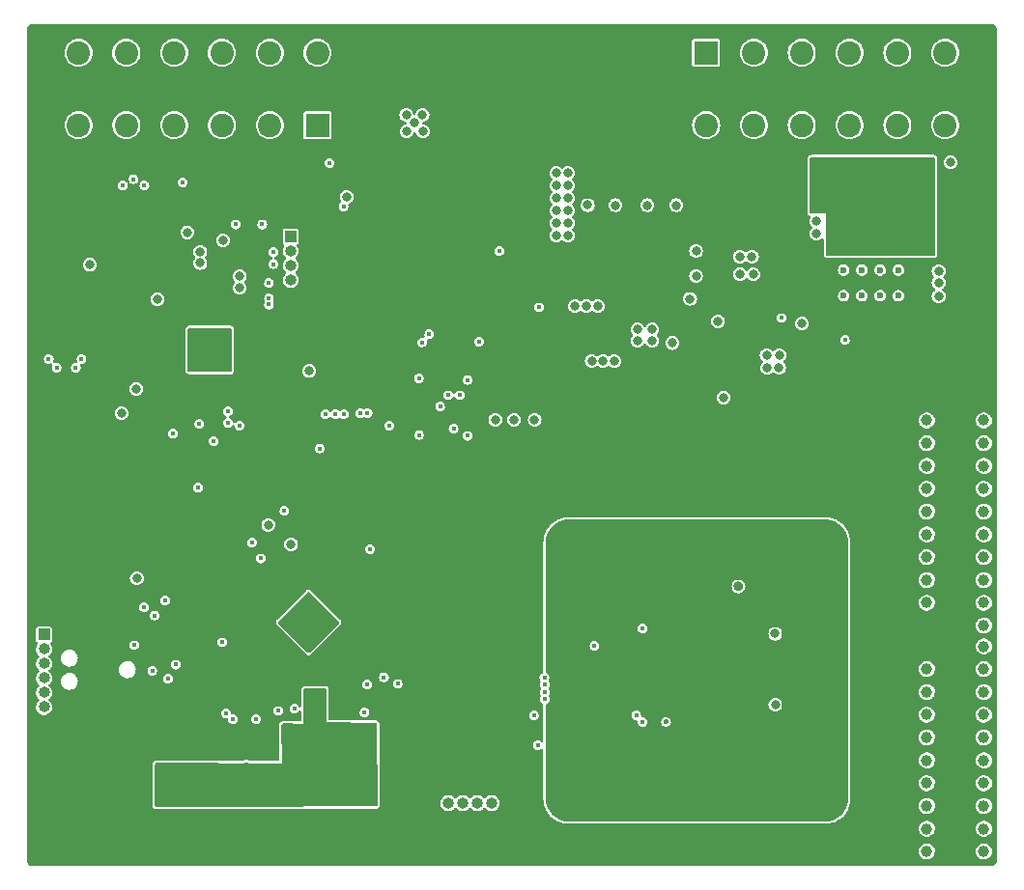
<source format=gbr>
%TF.GenerationSoftware,KiCad,Pcbnew,(6.0.2)*%
%TF.CreationDate,2022-06-02T13:11:00-06:00*%
%TF.ProjectId,RGB-controller,5247422d-636f-46e7-9472-6f6c6c65722e,rev?*%
%TF.SameCoordinates,Original*%
%TF.FileFunction,Copper,L3,Inr*%
%TF.FilePolarity,Positive*%
%FSLAX46Y46*%
G04 Gerber Fmt 4.6, Leading zero omitted, Abs format (unit mm)*
G04 Created by KiCad (PCBNEW (6.0.2)) date 2022-06-02 13:11:00*
%MOMM*%
%LPD*%
G01*
G04 APERTURE LIST*
%TA.AperFunction,ComponentPad*%
%ADD10R,1.000000X1.000000*%
%TD*%
%TA.AperFunction,ComponentPad*%
%ADD11O,1.000000X1.000000*%
%TD*%
%TA.AperFunction,ComponentPad*%
%ADD12C,1.000000*%
%TD*%
%TA.AperFunction,ComponentPad*%
%ADD13R,0.900000X0.500000*%
%TD*%
%TA.AperFunction,ComponentPad*%
%ADD14C,0.600000*%
%TD*%
%TA.AperFunction,ComponentPad*%
%ADD15R,2.056000X2.056000*%
%TD*%
%TA.AperFunction,ComponentPad*%
%ADD16C,2.056000*%
%TD*%
%TA.AperFunction,ComponentPad*%
%ADD17C,0.500000*%
%TD*%
%TA.AperFunction,ViaPad*%
%ADD18C,0.450000*%
%TD*%
%TA.AperFunction,ViaPad*%
%ADD19C,0.800000*%
%TD*%
G04 APERTURE END LIST*
D10*
%TO.N,GND*%
%TO.C,J6*%
X26000000Y-96070000D03*
D11*
%TO.N,/ESP32-S3/RXD*%
X26000000Y-97340000D03*
%TO.N,/ESP32-S3/TXD*%
X26000000Y-98610000D03*
%TO.N,unconnected-(J6-Pad4)*%
X26000000Y-99880000D03*
%TO.N,/ESP32-S3/CTS*%
X26000000Y-101150000D03*
%TO.N,/ESP32-S3/CHIP_PU*%
X26000000Y-102420000D03*
%TD*%
D10*
%TO.N,+3V3*%
%TO.C,J5*%
X60155000Y-110850000D03*
D11*
%TO.N,GND*%
X61425000Y-110850000D03*
%TO.N,/SCLK*%
X62695000Y-110850000D03*
%TO.N,/MISO*%
X63965000Y-110850000D03*
%TO.N,/MOSI*%
X65235000Y-110850000D03*
%TD*%
D12*
%TO.N,*%
%TO.C,AE3*%
X103370000Y-107100000D03*
X103370000Y-101100000D03*
X108370000Y-115100000D03*
X108370000Y-99100000D03*
X108370000Y-107100000D03*
X108370000Y-101100000D03*
X103370000Y-109100000D03*
X103370000Y-113100000D03*
X108370000Y-113100000D03*
X108370000Y-105100000D03*
X103370000Y-115100000D03*
X108370000Y-103100000D03*
X108370000Y-109100000D03*
X103370000Y-99100000D03*
X103370000Y-103100000D03*
X108370000Y-97100000D03*
X103370000Y-105100000D03*
X103370000Y-111100000D03*
X108370000Y-111100000D03*
%TD*%
D13*
%TO.N,GND*%
%TO.C,AE2*%
X38880000Y-110875000D03*
%TD*%
D14*
%TO.N,GND*%
%TO.C,U4*%
X50983122Y-95000000D03*
X49180000Y-96803122D03*
X49180000Y-93196878D03*
X47376878Y-95000000D03*
%TD*%
D15*
%TO.N,/Connectors/GPO1*%
%TO.C,J4*%
X84025000Y-45040000D03*
D16*
%TO.N,/Connectors/GPO2*%
X88215000Y-45040000D03*
%TO.N,/Connectors/GPO3*%
X92405000Y-45040000D03*
%TO.N,/Connectors/LEDA*%
X96595000Y-45040000D03*
%TO.N,GND*%
X100785000Y-45040000D03*
%TO.N,/Connectors/IGNITION*%
X104975000Y-45040000D03*
%TO.N,/Connectors/MOTOR1_OUT1*%
X104975000Y-51390000D03*
%TO.N,/Connectors/MOTOR1_OUT2*%
X100785000Y-51390000D03*
%TO.N,/Connectors/MOTOR2_OUT1*%
X96595000Y-51390000D03*
%TO.N,/Connectors/MOTOR2_OUT2*%
X92405000Y-51390000D03*
%TO.N,/Connectors/VOUT*%
X88215000Y-51390000D03*
%TO.N,/Connectors/FUSE_IN*%
X84025000Y-51390000D03*
D15*
%TO.N,/CAN_P*%
X49975000Y-51390000D03*
D16*
%TO.N,/Connectors/GPI2*%
X45785000Y-51390000D03*
%TO.N,/Connectors/GPI4*%
X41595000Y-51390000D03*
%TO.N,/Connectors/USB_D_P*%
X37405000Y-51390000D03*
%TO.N,/Connectors/USB_D_N*%
X33215000Y-51390000D03*
%TO.N,GND*%
X29025000Y-51390000D03*
%TO.N,unconnected-(J4-PadB7)*%
X29025000Y-45040000D03*
%TO.N,unconnected-(J4-PadB8)*%
X33215000Y-45040000D03*
%TO.N,unconnected-(J4-PadB9)*%
X37405000Y-45040000D03*
%TO.N,/Connectors/GPI3*%
X41595000Y-45040000D03*
%TO.N,/Connectors/GPI1*%
X45785000Y-45040000D03*
%TO.N,/CAN_N*%
X49975000Y-45040000D03*
%TD*%
D12*
%TO.N,*%
%TO.C,AE4*%
X103370000Y-93280000D03*
X108370000Y-89280000D03*
X108370000Y-85280000D03*
X108370000Y-77280000D03*
X108370000Y-95280000D03*
X103370000Y-91280000D03*
X103370000Y-87280000D03*
X103370000Y-79280000D03*
X103370000Y-81280000D03*
X108370000Y-83280000D03*
X108370000Y-93280000D03*
X103370000Y-89280000D03*
X103370000Y-83280000D03*
X108370000Y-91280000D03*
X108370000Y-87280000D03*
X108370000Y-79280000D03*
X103370000Y-85280000D03*
X103370000Y-77280000D03*
X108370000Y-81280000D03*
%TD*%
D17*
%TO.N,GND*%
%TO.C,U2*%
X83580000Y-100740000D03*
X80680000Y-99290000D03*
X80680000Y-100740000D03*
X82130000Y-100740000D03*
X80680000Y-97840000D03*
X82130000Y-99290000D03*
X83580000Y-99290000D03*
X83580000Y-97840000D03*
X82130000Y-97840000D03*
%TD*%
D14*
%TO.N,GND*%
%TO.C,U10*%
X99276500Y-64100000D03*
X97676500Y-64100000D03*
X99276500Y-66350000D03*
X100876500Y-64100000D03*
X97676500Y-66350000D03*
X96076500Y-66350000D03*
X96076500Y-64100000D03*
X100876500Y-66350000D03*
%TD*%
D10*
%TO.N,unconnected-(J3-Pad1)*%
%TO.C,J3*%
X47610000Y-61150000D03*
D11*
%TO.N,/Connectors/CONN_RP_USB_D_P*%
X47610000Y-62420000D03*
%TO.N,/Connectors/CONN_RP_USB_D_N*%
X47610000Y-63690000D03*
%TO.N,GND*%
X47610000Y-64960000D03*
%TD*%
D14*
%TO.N,GND*%
%TO.C,U11*%
X39215000Y-72325000D03*
X41765000Y-69775000D03*
X41765000Y-72325000D03*
X39215000Y-69775000D03*
%TD*%
D18*
%TO.N,GND*%
X44692445Y-110191622D03*
X88220000Y-102970000D03*
X48820000Y-104970000D03*
D19*
X30010000Y-63640000D03*
X86960000Y-111970000D03*
X32790000Y-76660000D03*
D18*
X48372445Y-110271622D03*
X42770000Y-60095000D03*
X42125107Y-77477909D03*
X89180000Y-99100000D03*
D19*
X74530000Y-67270000D03*
D18*
X60711431Y-76063264D03*
X41572445Y-108351622D03*
X92070000Y-102330000D03*
X89130000Y-95220000D03*
D19*
X73530000Y-67270000D03*
D18*
X90760000Y-103360000D03*
X51630000Y-104090000D03*
X87890000Y-93490000D03*
D19*
X93700000Y-59800000D03*
D18*
X40870000Y-79095000D03*
D19*
X38550000Y-60781903D03*
D18*
X93290000Y-98580000D03*
D19*
X87020000Y-86470000D03*
X92420000Y-68800000D03*
D18*
X89650000Y-104500000D03*
X63093167Y-73735000D03*
X37822445Y-108351622D03*
X95960000Y-94750000D03*
D19*
X70460000Y-97530000D03*
D18*
X48222445Y-104571622D03*
D19*
X90420000Y-72680000D03*
D18*
X68930000Y-103150000D03*
X69259999Y-105770000D03*
X83889999Y-93180000D03*
D19*
X72530000Y-67270000D03*
X85070000Y-68590000D03*
D18*
X39072445Y-109591622D03*
D19*
X39690000Y-62500497D03*
D18*
X94920000Y-101440000D03*
D19*
X41680000Y-61490000D03*
X94120000Y-102250000D03*
D18*
X52570000Y-108140000D03*
D19*
X91070000Y-102250000D03*
D18*
X50321185Y-102630000D03*
D19*
X78870000Y-58410000D03*
X89330000Y-71570000D03*
D18*
X49170000Y-101210000D03*
X42202445Y-107691622D03*
X94060000Y-98590000D03*
X88020000Y-104550000D03*
X90290000Y-94440000D03*
D19*
X90430000Y-71570000D03*
D18*
X86910000Y-93490000D03*
X82010000Y-89970000D03*
X36700000Y-108500000D03*
X39495000Y-83195000D03*
D19*
X91970000Y-111970000D03*
D18*
X42192445Y-110191622D03*
X50660000Y-106920000D03*
X92330000Y-99710000D03*
X52570000Y-105190000D03*
X41920000Y-102960000D03*
D19*
X65545000Y-77220000D03*
D18*
X89690000Y-93830000D03*
D19*
X95000000Y-96590000D03*
X95960000Y-90380000D03*
X79450000Y-86470000D03*
D18*
X47060000Y-85220000D03*
X89180000Y-102970000D03*
X48820000Y-106940000D03*
X54590000Y-88570000D03*
X48212445Y-106451622D03*
X44072445Y-108351622D03*
D19*
X74370000Y-86470000D03*
X87210000Y-102930000D03*
D18*
X45710000Y-65230000D03*
X45710000Y-66590000D03*
D19*
X79450000Y-111970000D03*
X43161261Y-64660723D03*
X70460000Y-107990000D03*
X73650000Y-58400000D03*
D18*
X39072445Y-108351622D03*
X88760000Y-93490000D03*
D19*
X104400000Y-64200000D03*
D18*
X47572445Y-104981622D03*
D19*
X89380000Y-72680000D03*
D18*
X37295000Y-78445000D03*
X86750000Y-104550000D03*
X45942445Y-110191622D03*
X90980000Y-99680000D03*
X44072445Y-109591622D03*
X48820000Y-105950000D03*
D19*
X78000000Y-69300000D03*
D18*
X69395000Y-67370000D03*
X50660000Y-107930000D03*
X38162501Y-56395001D03*
D19*
X67195000Y-77220000D03*
D18*
X49170000Y-104100000D03*
X79550000Y-103710000D03*
D19*
X78000000Y-70300000D03*
X81400000Y-58410000D03*
X52520000Y-57670000D03*
D18*
X90240000Y-103970000D03*
X49170000Y-101916666D03*
X94930000Y-94760000D03*
X42570000Y-103490000D03*
X50670000Y-105930000D03*
X50321185Y-103350000D03*
X45322445Y-109591622D03*
X49170000Y-103330000D03*
D19*
X104400000Y-65200000D03*
D18*
X36112445Y-109331622D03*
D19*
X45642028Y-86460070D03*
D18*
X48222445Y-105491622D03*
X39702445Y-107691622D03*
D19*
X70460000Y-102900000D03*
D18*
X59129467Y-70439332D03*
X50321185Y-101190000D03*
D19*
X79300000Y-70300000D03*
D18*
X91750000Y-98560000D03*
D19*
X35945000Y-66659500D03*
D18*
X36112445Y-110081622D03*
X47592445Y-105971622D03*
X51130000Y-104950000D03*
X38442445Y-110191622D03*
X43442445Y-110191622D03*
X46060000Y-107960000D03*
X42822445Y-109591622D03*
D19*
X49240000Y-72950000D03*
D18*
X90750000Y-95220000D03*
X45322445Y-108351622D03*
X82320000Y-88660000D03*
X38452445Y-107691622D03*
D19*
X86860001Y-89930000D03*
D18*
X88840000Y-104520000D03*
X37402445Y-110261622D03*
X47930000Y-102570000D03*
X40322445Y-109591622D03*
X63103167Y-78635000D03*
X95940000Y-96410000D03*
X92520000Y-98570000D03*
X47762445Y-109611622D03*
X44590000Y-103470000D03*
X47602445Y-106981622D03*
X49170000Y-102623332D03*
X54090000Y-102910000D03*
X33845000Y-56120000D03*
D19*
X34130000Y-91150000D03*
D18*
X92080000Y-95940000D03*
D19*
X70460000Y-90440000D03*
X95960000Y-98390000D03*
D18*
X40322445Y-108351622D03*
D19*
X85550000Y-75270000D03*
D18*
X43730000Y-107460000D03*
X90980000Y-98540000D03*
D19*
X91920000Y-86470000D03*
D18*
X47102445Y-110211622D03*
D19*
X88260000Y-95220000D03*
D18*
X41572445Y-109591622D03*
D19*
X76070000Y-58410000D03*
X95960000Y-108010000D03*
D18*
X80630000Y-93710000D03*
X61893167Y-78015000D03*
X84160000Y-90320000D03*
X94910000Y-100380000D03*
X58850000Y-73600000D03*
X37822445Y-109591622D03*
X40942445Y-110191622D03*
X50321185Y-104070000D03*
X51380000Y-109890000D03*
X58853167Y-78555000D03*
X91660000Y-99700000D03*
D19*
X79300000Y-69300000D03*
D18*
X92090000Y-95200000D03*
D19*
X88190000Y-99140000D03*
D18*
X46572445Y-109591622D03*
X50321185Y-101910000D03*
D19*
X47650000Y-88150000D03*
X74380000Y-111970000D03*
D18*
X40952445Y-107691622D03*
X42822445Y-108351622D03*
D19*
X91060000Y-95990000D03*
D18*
X39692445Y-110191622D03*
X41600000Y-96750000D03*
X94090000Y-94760000D03*
X81330000Y-88660000D03*
D19*
X104400000Y-66400000D03*
D18*
X45710000Y-67120000D03*
D19*
X34070551Y-74519744D03*
X93700000Y-60900000D03*
D18*
X51410000Y-105950000D03*
X46530000Y-102760000D03*
X39610000Y-77610000D03*
D19*
%TO.N,+3V3*%
X80890000Y-77540000D03*
X72395000Y-65745000D03*
D18*
X39661924Y-76871924D03*
X42550000Y-96730000D03*
D19*
X48342613Y-88842613D03*
D18*
X48960000Y-85210000D03*
D19*
X38550000Y-59802400D03*
D18*
X52600000Y-102250000D03*
X51610000Y-102140000D03*
D19*
X48240000Y-72950000D03*
X83400000Y-77540000D03*
D18*
X44750000Y-66590000D03*
X44750000Y-67130000D03*
D19*
X35050053Y-74520000D03*
X83400000Y-75780000D03*
D18*
X27040000Y-58130000D03*
D19*
X76250000Y-77540000D03*
X42296185Y-80580000D03*
D18*
X32420000Y-87360000D03*
D19*
X42320000Y-79260000D03*
X80890000Y-75780000D03*
X52495000Y-55770000D03*
X41699520Y-62619520D03*
X44662531Y-86456937D03*
X42296185Y-82280000D03*
X78380000Y-75780000D03*
X83410000Y-73590000D03*
X86860000Y-91839999D03*
D18*
X56030000Y-102000000D03*
X44750000Y-65220000D03*
X54570000Y-89510000D03*
D19*
X73980000Y-77540000D03*
X88480000Y-85080000D03*
X78380000Y-77540000D03*
X47850000Y-100360000D03*
X35070000Y-67380000D03*
D18*
X80510000Y-103710000D03*
D19*
%TO.N,/Power/SW*%
X74990000Y-72100000D03*
X75980000Y-72100000D03*
X74000000Y-72100000D03*
X81060000Y-70500000D03*
%TO.N,/SX1276/VR_PA*%
X90090558Y-102239117D03*
X90080497Y-95990000D03*
D18*
%TO.N,/MISO*%
X69862139Y-100460885D03*
X29284500Y-71880000D03*
X26410000Y-71880000D03*
X35700000Y-94390000D03*
%TO.N,/SCLK*%
X28780000Y-72670000D03*
X69850000Y-99831500D03*
X27100000Y-72660000D03*
X34780000Y-93680000D03*
%TO.N,/MOSI*%
X69870000Y-101110000D03*
X36600000Y-93100000D03*
%TO.N,/Connectors/GPI2*%
X59760000Y-69730000D03*
%TO.N,/Connectors/GPI4*%
X61433167Y-75075000D03*
%TO.N,/GPIO_CAN_P*%
X54349503Y-76645000D03*
X52245000Y-58545000D03*
%TO.N,/Connectors/GPI3*%
X62433167Y-75075000D03*
D19*
%TO.N,+1V1*%
X43140000Y-65660000D03*
X39690000Y-63480000D03*
D18*
X42100000Y-76480000D03*
%TO.N,/Connectors/GPI1*%
X64123167Y-70355000D03*
%TO.N,/GPIO_CAN_N*%
X53720000Y-76645000D03*
X51020000Y-54695000D03*
%TO.N,/Connectors/CONN_RP_USB_D_P*%
X46095000Y-62520000D03*
%TO.N,/Connectors/CONN_RP_USB_D_N*%
X46095000Y-63570000D03*
%TO.N,/Connectors/USB_D_N*%
X32895000Y-56670000D03*
X51555000Y-76754500D03*
%TO.N,/Connectors/USB_D_P*%
X52255000Y-76754500D03*
X34795000Y-56670000D03*
%TO.N,/ESP32-S3/CHIP_PU*%
X36850000Y-99950000D03*
X54340000Y-100450000D03*
%TO.N,/CAN_EN*%
X50645000Y-76745000D03*
X45120000Y-60095000D03*
%TO.N,/ESP32-S3/SPICS0*%
X45016736Y-89387575D03*
X44210801Y-88007705D03*
%TO.N,/RP2040_EN*%
X43120000Y-77730000D03*
X56240000Y-77730000D03*
%TO.N,/CS1*%
X56990000Y-100390000D03*
X69882104Y-101739386D03*
%TO.N,/SX1276_RESET*%
X78460000Y-95540000D03*
X78460000Y-103720000D03*
%TO.N,/SX1276_IRQ*%
X74240000Y-97060000D03*
X77900000Y-103162600D03*
%TO.N,/MCPWM_FAULT*%
X50163003Y-79740000D03*
X96190000Y-70230000D03*
D19*
X68995000Y-77220000D03*
D18*
%TO.N,/ESP32-S3/CTS*%
X35480000Y-99260000D03*
X55790000Y-99810000D03*
%TO.N,/ESP32-S3/TXD*%
X37570000Y-98700000D03*
%TO.N,/ESP32-S3/RXD*%
X33880000Y-97000000D03*
D19*
%TO.N,/VIN*%
X83145000Y-62420000D03*
D18*
X90610000Y-68300000D03*
D19*
X83145000Y-64645000D03*
X105445000Y-54645000D03*
X82620000Y-66620000D03*
%TO.N,/Connectors/FUSE_IN*%
X57745000Y-50495000D03*
X58445000Y-51195000D03*
X57770000Y-51945000D03*
X59170000Y-50495000D03*
X59195000Y-51945000D03*
%TO.N,/Connectors/FUSE_OUT*%
X86970000Y-62920000D03*
X70920000Y-58880000D03*
X70920000Y-57785000D03*
X70895000Y-55595000D03*
X70895000Y-61070000D03*
X71905000Y-56690000D03*
X88045000Y-62920000D03*
X88170000Y-64470000D03*
X86987500Y-64462500D03*
X71905000Y-55595000D03*
X71930000Y-59975000D03*
X70920000Y-59975000D03*
X71930000Y-58880000D03*
X71905000Y-61070000D03*
X71930000Y-57785000D03*
X70895000Y-56690000D03*
%TO.N,/Connectors/VOUT*%
X103480000Y-56550000D03*
X93580000Y-55450000D03*
X94580000Y-55450000D03*
X102480000Y-55550000D03*
X101480000Y-56550000D03*
X93580000Y-56450000D03*
X103480000Y-55550000D03*
X94580000Y-56450000D03*
X102480000Y-56550000D03*
X95580000Y-56450000D03*
X101480000Y-55550000D03*
X95580000Y-55450000D03*
D18*
%TO.N,/Connectors/LEDA*%
X65895000Y-62445000D03*
%TD*%
%TA.AperFunction,Conductor*%
%TO.N,/Connectors/VOUT*%
G36*
X104042121Y-54220002D02*
G01*
X104088614Y-54273658D01*
X104100000Y-54326000D01*
X104100000Y-62704000D01*
X104079998Y-62772121D01*
X104026342Y-62818614D01*
X103974000Y-62830000D01*
X94666000Y-62830000D01*
X94597879Y-62809998D01*
X94551386Y-62756342D01*
X94540000Y-62704000D01*
X94540000Y-59140000D01*
X93226000Y-59140000D01*
X93157879Y-59119998D01*
X93111386Y-59066342D01*
X93100000Y-59014000D01*
X93100000Y-54326000D01*
X93120002Y-54257879D01*
X93173658Y-54211386D01*
X93226000Y-54200000D01*
X103974000Y-54200000D01*
X104042121Y-54220002D01*
G37*
%TD.AperFunction*%
%TD*%
%TA.AperFunction,Conductor*%
%TO.N,GND*%
G36*
X42394851Y-69201022D02*
G01*
X42441344Y-69254678D01*
X42452729Y-69306558D01*
X42465948Y-72915361D01*
X42446196Y-72983555D01*
X42392711Y-73030244D01*
X42339949Y-73041823D01*
X38731608Y-73041823D01*
X38663487Y-73021821D01*
X38616994Y-72968165D01*
X38605608Y-72915823D01*
X38605608Y-69307020D01*
X38625610Y-69238899D01*
X38679266Y-69192406D01*
X38731608Y-69181020D01*
X42326730Y-69181020D01*
X42394851Y-69201022D01*
G37*
%TD.AperFunction*%
%TD*%
%TA.AperFunction,Conductor*%
%TO.N,GND*%
G36*
X49234032Y-92330134D02*
G01*
X49279095Y-92359095D01*
X51821230Y-94901230D01*
X51855256Y-94963542D01*
X51850191Y-95034357D01*
X51821556Y-95079094D01*
X49279093Y-97640251D01*
X49216906Y-97674504D01*
X49146072Y-97669698D01*
X49100577Y-97640577D01*
X46549095Y-95089095D01*
X46515069Y-95026783D01*
X46520134Y-94955968D01*
X46549095Y-94910905D01*
X49100905Y-92359095D01*
X49163217Y-92325069D01*
X49234032Y-92330134D01*
G37*
%TD.AperFunction*%
%TD*%
%TA.AperFunction,Conductor*%
%TO.N,GND*%
G36*
X50692121Y-100800002D02*
G01*
X50738614Y-100853658D01*
X50750000Y-100906000D01*
X50750000Y-103780000D01*
X55064967Y-103789718D01*
X55133041Y-103809874D01*
X55179413Y-103863634D01*
X55190680Y-103915032D01*
X55229311Y-111013444D01*
X55209680Y-111081673D01*
X55156278Y-111128457D01*
X55103444Y-111140130D01*
X42207631Y-111153329D01*
X35816786Y-111159870D01*
X35748645Y-111139938D01*
X35702097Y-111086330D01*
X35690659Y-111033215D01*
X35709347Y-107435797D01*
X35729702Y-107367782D01*
X35783599Y-107321568D01*
X35835799Y-107310453D01*
X46801883Y-107349935D01*
X46801884Y-107349935D01*
X46820000Y-107350000D01*
X46819886Y-107310000D01*
X46810364Y-103987014D01*
X46830170Y-103918836D01*
X46883693Y-103872190D01*
X46937012Y-103860655D01*
X48731883Y-103869907D01*
X48731884Y-103869907D01*
X48750000Y-103870000D01*
X48740409Y-100906408D01*
X48760190Y-100838223D01*
X48813695Y-100791556D01*
X48866408Y-100780000D01*
X50624000Y-100780000D01*
X50692121Y-100800002D01*
G37*
%TD.AperFunction*%
%TD*%
%TA.AperFunction,Conductor*%
%TO.N,GND*%
G36*
X94465245Y-85970321D02*
G01*
X94736331Y-85989705D01*
X94754114Y-85992260D01*
X94884702Y-86020661D01*
X95015286Y-86049061D01*
X95032532Y-86054124D01*
X95282954Y-86147503D01*
X95299303Y-86154967D01*
X95533899Y-86283029D01*
X95549017Y-86292742D01*
X95656011Y-86372810D01*
X95763002Y-86452877D01*
X95776587Y-86464645D01*
X95965612Y-86653598D01*
X95977385Y-86667179D01*
X96137601Y-86881103D01*
X96147322Y-86896221D01*
X96275470Y-87130765D01*
X96282941Y-87147111D01*
X96376415Y-87397501D01*
X96381484Y-87414744D01*
X96438382Y-87675888D01*
X96440946Y-87693678D01*
X96460432Y-87964761D01*
X96460756Y-87973739D01*
X96464092Y-96815612D01*
X96469243Y-110464747D01*
X96468925Y-110473738D01*
X96449626Y-110744960D01*
X96447073Y-110762760D01*
X96390318Y-111024066D01*
X96385262Y-111041307D01*
X96291879Y-111291900D01*
X96284424Y-111308235D01*
X96156331Y-111542964D01*
X96146615Y-111558091D01*
X96066513Y-111665144D01*
X95986413Y-111772194D01*
X95974640Y-111785785D01*
X95785597Y-111974900D01*
X95772013Y-111986675D01*
X95557976Y-112146954D01*
X95542849Y-112156678D01*
X95308172Y-112284857D01*
X95291821Y-112292327D01*
X95041282Y-112385798D01*
X95024036Y-112390863D01*
X94783483Y-112443205D01*
X94762753Y-112447716D01*
X94744954Y-112450276D01*
X94473732Y-112469679D01*
X94464741Y-112470000D01*
X71964501Y-112470000D01*
X71955513Y-112469679D01*
X71906129Y-112466147D01*
X71684350Y-112450285D01*
X71666567Y-112447728D01*
X71405342Y-112390902D01*
X71388100Y-112385840D01*
X71137607Y-112292411D01*
X71121260Y-112284945D01*
X70886625Y-112156824D01*
X70871502Y-112147105D01*
X70657490Y-111986897D01*
X70643904Y-111975124D01*
X70454876Y-111786096D01*
X70443103Y-111772510D01*
X70282895Y-111558498D01*
X70273176Y-111543375D01*
X70145055Y-111308740D01*
X70137589Y-111292393D01*
X70044160Y-111041900D01*
X70039097Y-111024654D01*
X70038969Y-111024066D01*
X69982272Y-110763433D01*
X69979714Y-110745645D01*
X69960321Y-110474487D01*
X69960000Y-110465499D01*
X69960000Y-103162600D01*
X77469196Y-103162600D01*
X77470747Y-103172393D01*
X77487909Y-103280747D01*
X77490281Y-103295726D01*
X77551472Y-103415820D01*
X77646780Y-103511128D01*
X77766874Y-103572319D01*
X77776663Y-103573869D01*
X77776665Y-103573870D01*
X77890207Y-103591853D01*
X77900000Y-103593404D01*
X77906515Y-103592372D01*
X77972868Y-103611855D01*
X78019361Y-103665511D01*
X78030046Y-103714632D01*
X78029196Y-103720000D01*
X78050281Y-103853126D01*
X78111472Y-103973220D01*
X78206780Y-104068528D01*
X78326874Y-104129719D01*
X78336663Y-104131269D01*
X78336665Y-104131270D01*
X78450207Y-104149253D01*
X78460000Y-104150804D01*
X78469793Y-104149253D01*
X78583335Y-104131270D01*
X78583337Y-104131269D01*
X78593126Y-104129719D01*
X78713220Y-104068528D01*
X78808528Y-103973220D01*
X78869719Y-103853126D01*
X78890804Y-103720000D01*
X78889220Y-103710000D01*
X80079196Y-103710000D01*
X80100281Y-103843126D01*
X80161472Y-103963220D01*
X80256780Y-104058528D01*
X80376874Y-104119719D01*
X80386663Y-104121269D01*
X80386665Y-104121270D01*
X80500207Y-104139253D01*
X80510000Y-104140804D01*
X80519793Y-104139253D01*
X80633335Y-104121270D01*
X80633337Y-104121269D01*
X80643126Y-104119719D01*
X80763220Y-104058528D01*
X80858528Y-103963220D01*
X80919719Y-103843126D01*
X80940804Y-103710000D01*
X80933758Y-103665511D01*
X80921270Y-103586665D01*
X80921269Y-103586663D01*
X80919719Y-103576874D01*
X80858528Y-103456780D01*
X80763220Y-103361472D01*
X80643126Y-103300281D01*
X80633337Y-103298731D01*
X80633335Y-103298730D01*
X80519793Y-103280747D01*
X80510000Y-103279196D01*
X80500207Y-103280747D01*
X80386665Y-103298730D01*
X80386663Y-103298731D01*
X80376874Y-103300281D01*
X80256780Y-103361472D01*
X80161472Y-103456780D01*
X80100281Y-103576874D01*
X80098731Y-103586663D01*
X80098730Y-103586665D01*
X80086242Y-103665511D01*
X80079196Y-103710000D01*
X78889220Y-103710000D01*
X78869719Y-103586874D01*
X78808528Y-103466780D01*
X78713220Y-103371472D01*
X78593126Y-103310281D01*
X78583337Y-103308731D01*
X78583335Y-103308730D01*
X78469793Y-103290747D01*
X78460000Y-103289196D01*
X78453485Y-103290228D01*
X78387132Y-103270745D01*
X78340639Y-103217089D01*
X78329954Y-103167968D01*
X78330804Y-103162600D01*
X78309719Y-103029474D01*
X78248528Y-102909380D01*
X78153220Y-102814072D01*
X78033126Y-102752881D01*
X78023337Y-102751331D01*
X78023335Y-102751330D01*
X77909793Y-102733347D01*
X77900000Y-102731796D01*
X77890207Y-102733347D01*
X77776665Y-102751330D01*
X77776663Y-102751331D01*
X77766874Y-102752881D01*
X77646780Y-102814072D01*
X77551472Y-102909380D01*
X77490281Y-103029474D01*
X77469196Y-103162600D01*
X69960000Y-103162600D01*
X69960000Y-102254459D01*
X69964505Y-102239117D01*
X89484876Y-102239117D01*
X89505514Y-102395879D01*
X89566022Y-102541958D01*
X89662276Y-102667399D01*
X89787717Y-102763653D01*
X89933796Y-102824161D01*
X90090558Y-102844799D01*
X90098746Y-102843721D01*
X90239132Y-102825239D01*
X90247320Y-102824161D01*
X90393399Y-102763653D01*
X90518840Y-102667399D01*
X90615094Y-102541958D01*
X90675602Y-102395879D01*
X90696240Y-102239117D01*
X90675602Y-102082355D01*
X90615094Y-101936276D01*
X90518840Y-101810835D01*
X90393399Y-101714581D01*
X90247320Y-101654073D01*
X90090558Y-101633435D01*
X89933796Y-101654073D01*
X89787717Y-101714581D01*
X89662276Y-101810835D01*
X89566022Y-101936276D01*
X89505514Y-102082355D01*
X89484876Y-102239117D01*
X69964505Y-102239117D01*
X69980002Y-102186338D01*
X70028796Y-102142193D01*
X70135324Y-102087914D01*
X70230632Y-101992606D01*
X70291823Y-101872512D01*
X70312908Y-101739386D01*
X70311357Y-101729593D01*
X70293374Y-101616051D01*
X70293373Y-101616049D01*
X70291823Y-101606260D01*
X70230632Y-101486166D01*
X70229690Y-101485224D01*
X70207433Y-101422846D01*
X70220960Y-101358449D01*
X70275217Y-101251962D01*
X70275217Y-101251961D01*
X70279719Y-101243126D01*
X70300804Y-101110000D01*
X70279719Y-100976874D01*
X70218528Y-100856780D01*
X70214004Y-100852256D01*
X70190801Y-100787228D01*
X70206880Y-100718076D01*
X70207211Y-100717561D01*
X70210667Y-100714105D01*
X70271858Y-100594011D01*
X70292943Y-100460885D01*
X70271858Y-100327759D01*
X70210667Y-100207665D01*
X70209709Y-100206707D01*
X70187447Y-100144321D01*
X70200974Y-100079919D01*
X70255218Y-99973459D01*
X70259719Y-99964626D01*
X70280804Y-99831500D01*
X70259719Y-99698374D01*
X70198528Y-99578280D01*
X70103220Y-99482972D01*
X70094387Y-99478471D01*
X70094385Y-99478470D01*
X70028798Y-99445052D01*
X69977182Y-99396304D01*
X69960000Y-99332785D01*
X69960000Y-97060000D01*
X73809196Y-97060000D01*
X73830281Y-97193126D01*
X73891472Y-97313220D01*
X73986780Y-97408528D01*
X74106874Y-97469719D01*
X74116663Y-97471269D01*
X74116665Y-97471270D01*
X74230207Y-97489253D01*
X74240000Y-97490804D01*
X74249793Y-97489253D01*
X74363335Y-97471270D01*
X74363337Y-97471269D01*
X74373126Y-97469719D01*
X74493220Y-97408528D01*
X74588528Y-97313220D01*
X74649719Y-97193126D01*
X74670804Y-97060000D01*
X74649719Y-96926874D01*
X74588528Y-96806780D01*
X74493220Y-96711472D01*
X74373126Y-96650281D01*
X74363337Y-96648731D01*
X74363335Y-96648730D01*
X74249793Y-96630747D01*
X74240000Y-96629196D01*
X74230207Y-96630747D01*
X74116665Y-96648730D01*
X74116663Y-96648731D01*
X74106874Y-96650281D01*
X73986780Y-96711472D01*
X73891472Y-96806780D01*
X73830281Y-96926874D01*
X73809196Y-97060000D01*
X69960000Y-97060000D01*
X69960000Y-95990000D01*
X89474815Y-95990000D01*
X89495453Y-96146762D01*
X89555961Y-96292841D01*
X89652215Y-96418282D01*
X89777656Y-96514536D01*
X89923735Y-96575044D01*
X90080497Y-96595682D01*
X90088685Y-96594604D01*
X90229071Y-96576122D01*
X90237259Y-96575044D01*
X90383338Y-96514536D01*
X90508779Y-96418282D01*
X90605033Y-96292841D01*
X90665541Y-96146762D01*
X90686179Y-95990000D01*
X90665541Y-95833238D01*
X90605033Y-95687159D01*
X90508779Y-95561718D01*
X90480476Y-95540000D01*
X90389889Y-95470491D01*
X90383338Y-95465464D01*
X90237259Y-95404956D01*
X90080497Y-95384318D01*
X89923735Y-95404956D01*
X89777656Y-95465464D01*
X89771105Y-95470491D01*
X89680519Y-95540000D01*
X89652215Y-95561718D01*
X89555961Y-95687159D01*
X89495453Y-95833238D01*
X89474815Y-95990000D01*
X69960000Y-95990000D01*
X69960000Y-95540000D01*
X78029196Y-95540000D01*
X78030747Y-95549793D01*
X78033673Y-95568264D01*
X78050281Y-95673126D01*
X78111472Y-95793220D01*
X78206780Y-95888528D01*
X78326874Y-95949719D01*
X78336663Y-95951269D01*
X78336665Y-95951270D01*
X78450207Y-95969253D01*
X78460000Y-95970804D01*
X78469793Y-95969253D01*
X78583335Y-95951270D01*
X78583337Y-95951269D01*
X78593126Y-95949719D01*
X78713220Y-95888528D01*
X78808528Y-95793220D01*
X78869719Y-95673126D01*
X78886328Y-95568264D01*
X78889253Y-95549793D01*
X78890804Y-95540000D01*
X78869719Y-95406874D01*
X78808528Y-95286780D01*
X78713220Y-95191472D01*
X78593126Y-95130281D01*
X78583337Y-95128731D01*
X78583335Y-95128730D01*
X78469793Y-95110747D01*
X78460000Y-95109196D01*
X78450207Y-95110747D01*
X78336665Y-95128730D01*
X78336663Y-95128731D01*
X78326874Y-95130281D01*
X78206780Y-95191472D01*
X78111472Y-95286780D01*
X78050281Y-95406874D01*
X78029196Y-95540000D01*
X69960000Y-95540000D01*
X69960000Y-91839999D01*
X86254318Y-91839999D01*
X86274956Y-91996761D01*
X86335464Y-92142840D01*
X86431718Y-92268281D01*
X86557159Y-92364535D01*
X86703238Y-92425043D01*
X86860000Y-92445681D01*
X86868188Y-92444603D01*
X87008574Y-92426121D01*
X87016762Y-92425043D01*
X87162841Y-92364535D01*
X87288282Y-92268281D01*
X87384536Y-92142840D01*
X87445044Y-91996761D01*
X87465682Y-91839999D01*
X87445044Y-91683237D01*
X87384536Y-91537158D01*
X87288282Y-91411717D01*
X87162841Y-91315463D01*
X87016762Y-91254955D01*
X86860000Y-91234317D01*
X86703238Y-91254955D01*
X86557159Y-91315463D01*
X86431718Y-91411717D01*
X86335464Y-91537158D01*
X86274956Y-91683237D01*
X86254318Y-91839999D01*
X69960000Y-91839999D01*
X69960000Y-87974501D01*
X69960321Y-87965513D01*
X69979714Y-87694355D01*
X69982272Y-87676567D01*
X70039098Y-87415342D01*
X70044161Y-87398097D01*
X70137589Y-87147607D01*
X70145055Y-87131260D01*
X70273176Y-86896625D01*
X70282895Y-86881502D01*
X70443103Y-86667490D01*
X70454876Y-86653904D01*
X70643904Y-86464876D01*
X70657490Y-86453103D01*
X70871502Y-86292895D01*
X70886625Y-86283176D01*
X71121260Y-86155055D01*
X71137607Y-86147589D01*
X71388100Y-86054160D01*
X71405342Y-86049098D01*
X71666567Y-85992272D01*
X71684350Y-85989715D01*
X71906129Y-85973853D01*
X71955513Y-85970321D01*
X71964501Y-85970000D01*
X94456258Y-85970000D01*
X94465245Y-85970321D01*
G37*
%TD.AperFunction*%
%TD*%
%TA.AperFunction,Conductor*%
%TO.N,+3V3*%
G36*
X108970682Y-42501500D02*
G01*
X108984957Y-42503723D01*
X108984960Y-42503723D01*
X108993830Y-42505104D01*
X109002734Y-42503940D01*
X109004391Y-42503960D01*
X109032888Y-42503706D01*
X109097156Y-42510947D01*
X109124664Y-42517226D01*
X109203541Y-42544826D01*
X109228962Y-42557068D01*
X109299726Y-42601532D01*
X109321785Y-42619124D01*
X109380876Y-42678215D01*
X109398468Y-42700274D01*
X109442932Y-42771038D01*
X109455174Y-42796459D01*
X109482774Y-42875336D01*
X109489053Y-42902842D01*
X109495597Y-42960917D01*
X109496380Y-42976564D01*
X109496278Y-42984954D01*
X109494896Y-42993828D01*
X109496061Y-43002734D01*
X109498936Y-43024724D01*
X109500000Y-43041061D01*
X109500000Y-115841297D01*
X109498500Y-115860681D01*
X109497785Y-115865276D01*
X109494896Y-115883829D01*
X109496060Y-115892733D01*
X109496040Y-115894389D01*
X109496294Y-115922886D01*
X109489054Y-115987151D01*
X109482775Y-116014661D01*
X109455172Y-116093545D01*
X109442930Y-116118965D01*
X109398468Y-116189726D01*
X109380876Y-116211785D01*
X109321785Y-116270876D01*
X109299726Y-116288468D01*
X109228962Y-116332932D01*
X109203541Y-116345174D01*
X109124664Y-116372774D01*
X109097158Y-116379053D01*
X109083546Y-116380587D01*
X109039079Y-116385597D01*
X109023436Y-116386380D01*
X109015046Y-116386278D01*
X109006172Y-116384896D01*
X108975276Y-116388936D01*
X108958939Y-116390000D01*
X25048703Y-116390000D01*
X25029319Y-116388500D01*
X25015044Y-116386277D01*
X25015041Y-116386277D01*
X25006171Y-116384896D01*
X24997267Y-116386060D01*
X24995611Y-116386040D01*
X24967114Y-116386294D01*
X24925924Y-116381654D01*
X24902846Y-116379053D01*
X24875339Y-116372775D01*
X24796455Y-116345172D01*
X24771035Y-116332930D01*
X24700274Y-116288468D01*
X24678215Y-116270876D01*
X24619124Y-116211785D01*
X24601532Y-116189726D01*
X24557068Y-116118962D01*
X24544826Y-116093541D01*
X24517226Y-116014664D01*
X24510947Y-115987158D01*
X24504403Y-115929083D01*
X24503620Y-115913436D01*
X24503722Y-115905046D01*
X24505104Y-115896172D01*
X24501064Y-115865276D01*
X24500000Y-115848939D01*
X24500000Y-115092611D01*
X102664394Y-115092611D01*
X102682999Y-115261135D01*
X102741266Y-115420356D01*
X102745502Y-115426659D01*
X102745502Y-115426660D01*
X102758574Y-115446113D01*
X102835830Y-115561083D01*
X102841442Y-115566190D01*
X102841445Y-115566193D01*
X102955612Y-115670077D01*
X102955616Y-115670080D01*
X102961233Y-115675191D01*
X102967906Y-115678814D01*
X102967910Y-115678817D01*
X103103558Y-115752467D01*
X103103560Y-115752468D01*
X103110235Y-115756092D01*
X103117584Y-115758020D01*
X103266883Y-115797188D01*
X103266885Y-115797188D01*
X103274233Y-115799116D01*
X103360609Y-115800473D01*
X103436161Y-115801660D01*
X103436164Y-115801660D01*
X103443760Y-115801779D01*
X103451165Y-115800083D01*
X103451166Y-115800083D01*
X103511586Y-115786245D01*
X103609029Y-115763928D01*
X103760498Y-115687747D01*
X103889423Y-115577634D01*
X103988361Y-115439947D01*
X103996237Y-115420356D01*
X104048766Y-115289687D01*
X104048767Y-115289685D01*
X104051601Y-115282634D01*
X104075490Y-115114778D01*
X104075645Y-115100000D01*
X104074751Y-115092611D01*
X107664394Y-115092611D01*
X107682999Y-115261135D01*
X107741266Y-115420356D01*
X107745502Y-115426659D01*
X107745502Y-115426660D01*
X107758574Y-115446113D01*
X107835830Y-115561083D01*
X107841442Y-115566190D01*
X107841445Y-115566193D01*
X107955612Y-115670077D01*
X107955616Y-115670080D01*
X107961233Y-115675191D01*
X107967906Y-115678814D01*
X107967910Y-115678817D01*
X108103558Y-115752467D01*
X108103560Y-115752468D01*
X108110235Y-115756092D01*
X108117584Y-115758020D01*
X108266883Y-115797188D01*
X108266885Y-115797188D01*
X108274233Y-115799116D01*
X108360609Y-115800473D01*
X108436161Y-115801660D01*
X108436164Y-115801660D01*
X108443760Y-115801779D01*
X108451165Y-115800083D01*
X108451166Y-115800083D01*
X108511586Y-115786245D01*
X108609029Y-115763928D01*
X108760498Y-115687747D01*
X108889423Y-115577634D01*
X108988361Y-115439947D01*
X108996237Y-115420356D01*
X109048766Y-115289687D01*
X109048767Y-115289685D01*
X109051601Y-115282634D01*
X109075490Y-115114778D01*
X109075645Y-115100000D01*
X109073840Y-115085080D01*
X109056188Y-114939220D01*
X109055276Y-114931680D01*
X108995345Y-114773077D01*
X108899312Y-114633349D01*
X108887514Y-114622837D01*
X108778392Y-114525612D01*
X108778388Y-114525610D01*
X108772721Y-114520560D01*
X108622881Y-114441224D01*
X108458441Y-114399919D01*
X108450843Y-114399879D01*
X108450841Y-114399879D01*
X108373668Y-114399475D01*
X108288895Y-114399031D01*
X108281508Y-114400805D01*
X108281504Y-114400805D01*
X108138162Y-114435220D01*
X108124032Y-114438612D01*
X108117288Y-114442093D01*
X108117285Y-114442094D01*
X108112089Y-114444776D01*
X107973369Y-114516375D01*
X107845604Y-114627831D01*
X107748113Y-114766547D01*
X107686524Y-114924513D01*
X107664394Y-115092611D01*
X104074751Y-115092611D01*
X104073840Y-115085080D01*
X104056188Y-114939220D01*
X104055276Y-114931680D01*
X103995345Y-114773077D01*
X103899312Y-114633349D01*
X103887514Y-114622837D01*
X103778392Y-114525612D01*
X103778388Y-114525610D01*
X103772721Y-114520560D01*
X103622881Y-114441224D01*
X103458441Y-114399919D01*
X103450843Y-114399879D01*
X103450841Y-114399879D01*
X103373668Y-114399475D01*
X103288895Y-114399031D01*
X103281508Y-114400805D01*
X103281504Y-114400805D01*
X103138162Y-114435220D01*
X103124032Y-114438612D01*
X103117288Y-114442093D01*
X103117285Y-114442094D01*
X103112089Y-114444776D01*
X102973369Y-114516375D01*
X102845604Y-114627831D01*
X102748113Y-114766547D01*
X102686524Y-114924513D01*
X102664394Y-115092611D01*
X24500000Y-115092611D01*
X24500000Y-113092611D01*
X102664394Y-113092611D01*
X102682999Y-113261135D01*
X102741266Y-113420356D01*
X102745502Y-113426659D01*
X102745502Y-113426660D01*
X102758574Y-113446113D01*
X102835830Y-113561083D01*
X102841442Y-113566190D01*
X102841445Y-113566193D01*
X102955612Y-113670077D01*
X102955616Y-113670080D01*
X102961233Y-113675191D01*
X102967906Y-113678814D01*
X102967910Y-113678817D01*
X103103558Y-113752467D01*
X103103560Y-113752468D01*
X103110235Y-113756092D01*
X103117584Y-113758020D01*
X103266883Y-113797188D01*
X103266885Y-113797188D01*
X103274233Y-113799116D01*
X103360609Y-113800473D01*
X103436161Y-113801660D01*
X103436164Y-113801660D01*
X103443760Y-113801779D01*
X103451165Y-113800083D01*
X103451166Y-113800083D01*
X103511586Y-113786245D01*
X103609029Y-113763928D01*
X103760498Y-113687747D01*
X103889423Y-113577634D01*
X103988361Y-113439947D01*
X103996237Y-113420356D01*
X104048766Y-113289687D01*
X104048767Y-113289685D01*
X104051601Y-113282634D01*
X104075490Y-113114778D01*
X104075645Y-113100000D01*
X104074751Y-113092611D01*
X107664394Y-113092611D01*
X107682999Y-113261135D01*
X107741266Y-113420356D01*
X107745502Y-113426659D01*
X107745502Y-113426660D01*
X107758574Y-113446113D01*
X107835830Y-113561083D01*
X107841442Y-113566190D01*
X107841445Y-113566193D01*
X107955612Y-113670077D01*
X107955616Y-113670080D01*
X107961233Y-113675191D01*
X107967906Y-113678814D01*
X107967910Y-113678817D01*
X108103558Y-113752467D01*
X108103560Y-113752468D01*
X108110235Y-113756092D01*
X108117584Y-113758020D01*
X108266883Y-113797188D01*
X108266885Y-113797188D01*
X108274233Y-113799116D01*
X108360609Y-113800473D01*
X108436161Y-113801660D01*
X108436164Y-113801660D01*
X108443760Y-113801779D01*
X108451165Y-113800083D01*
X108451166Y-113800083D01*
X108511586Y-113786245D01*
X108609029Y-113763928D01*
X108760498Y-113687747D01*
X108889423Y-113577634D01*
X108988361Y-113439947D01*
X108996237Y-113420356D01*
X109048766Y-113289687D01*
X109048767Y-113289685D01*
X109051601Y-113282634D01*
X109075490Y-113114778D01*
X109075645Y-113100000D01*
X109073840Y-113085080D01*
X109056188Y-112939220D01*
X109055276Y-112931680D01*
X108995345Y-112773077D01*
X108924421Y-112669882D01*
X108903614Y-112639608D01*
X108903613Y-112639607D01*
X108899312Y-112633349D01*
X108846810Y-112586571D01*
X108778392Y-112525612D01*
X108778388Y-112525610D01*
X108772721Y-112520560D01*
X108622881Y-112441224D01*
X108458441Y-112399919D01*
X108450843Y-112399879D01*
X108450841Y-112399879D01*
X108373668Y-112399475D01*
X108288895Y-112399031D01*
X108281508Y-112400805D01*
X108281504Y-112400805D01*
X108138162Y-112435220D01*
X108124032Y-112438612D01*
X108117288Y-112442093D01*
X108117285Y-112442094D01*
X107980117Y-112512892D01*
X107973369Y-112516375D01*
X107967647Y-112521367D01*
X107967645Y-112521368D01*
X107902716Y-112578009D01*
X107845604Y-112627831D01*
X107748113Y-112766547D01*
X107686524Y-112924513D01*
X107664394Y-113092611D01*
X104074751Y-113092611D01*
X104073840Y-113085080D01*
X104056188Y-112939220D01*
X104055276Y-112931680D01*
X103995345Y-112773077D01*
X103924421Y-112669882D01*
X103903614Y-112639608D01*
X103903613Y-112639607D01*
X103899312Y-112633349D01*
X103846810Y-112586571D01*
X103778392Y-112525612D01*
X103778388Y-112525610D01*
X103772721Y-112520560D01*
X103622881Y-112441224D01*
X103458441Y-112399919D01*
X103450843Y-112399879D01*
X103450841Y-112399879D01*
X103373668Y-112399475D01*
X103288895Y-112399031D01*
X103281508Y-112400805D01*
X103281504Y-112400805D01*
X103138162Y-112435220D01*
X103124032Y-112438612D01*
X103117288Y-112442093D01*
X103117285Y-112442094D01*
X102980117Y-112512892D01*
X102973369Y-112516375D01*
X102967647Y-112521367D01*
X102967645Y-112521368D01*
X102902716Y-112578009D01*
X102845604Y-112627831D01*
X102748113Y-112766547D01*
X102686524Y-112924513D01*
X102664394Y-113092611D01*
X24500000Y-113092611D01*
X24500000Y-111032176D01*
X35490662Y-111032176D01*
X35495141Y-111075319D01*
X35506579Y-111128434D01*
X35509143Y-111138948D01*
X35551082Y-111217457D01*
X35597630Y-111271065D01*
X35614769Y-111288522D01*
X35692496Y-111331894D01*
X35699286Y-111333880D01*
X35699288Y-111333881D01*
X35719380Y-111339758D01*
X35760637Y-111351826D01*
X35816991Y-111359870D01*
X42207836Y-111353329D01*
X55103649Y-111340130D01*
X55107037Y-111339758D01*
X55107044Y-111339758D01*
X55143199Y-111335792D01*
X55143198Y-111335792D01*
X55146591Y-111335420D01*
X55149917Y-111334685D01*
X55149924Y-111334684D01*
X55198637Y-111323921D01*
X55199425Y-111323747D01*
X55200191Y-111323556D01*
X55200222Y-111323549D01*
X55202064Y-111323090D01*
X55209747Y-111321177D01*
X55245242Y-111302014D01*
X55281842Y-111282255D01*
X55281846Y-111282252D01*
X55288070Y-111278892D01*
X55341472Y-111232108D01*
X55358854Y-111214891D01*
X55401883Y-111136974D01*
X55421514Y-111068745D01*
X55429308Y-111012356D01*
X55428384Y-110842611D01*
X60719394Y-110842611D01*
X60737999Y-111011135D01*
X60760239Y-111071907D01*
X60781953Y-111131243D01*
X60796266Y-111170356D01*
X60800502Y-111176659D01*
X60800502Y-111176660D01*
X60813574Y-111196113D01*
X60890830Y-111311083D01*
X60896442Y-111316190D01*
X60896445Y-111316193D01*
X61010612Y-111420077D01*
X61010616Y-111420080D01*
X61016233Y-111425191D01*
X61022906Y-111428814D01*
X61022910Y-111428817D01*
X61158558Y-111502467D01*
X61158560Y-111502468D01*
X61165235Y-111506092D01*
X61172584Y-111508020D01*
X61321883Y-111547188D01*
X61321885Y-111547188D01*
X61329233Y-111549116D01*
X61415609Y-111550473D01*
X61491161Y-111551660D01*
X61491164Y-111551660D01*
X61498760Y-111551779D01*
X61506165Y-111550083D01*
X61506166Y-111550083D01*
X61566586Y-111536245D01*
X61664029Y-111513928D01*
X61815498Y-111437747D01*
X61902618Y-111363339D01*
X61938651Y-111332564D01*
X61938652Y-111332563D01*
X61944423Y-111327634D01*
X61956504Y-111310821D01*
X62012497Y-111267174D01*
X62083201Y-111260727D01*
X62146166Y-111293529D01*
X62154207Y-111302014D01*
X62156594Y-111304780D01*
X62160830Y-111311083D01*
X62166446Y-111316193D01*
X62166449Y-111316196D01*
X62280612Y-111420077D01*
X62280616Y-111420080D01*
X62286233Y-111425191D01*
X62292906Y-111428814D01*
X62292910Y-111428817D01*
X62428558Y-111502467D01*
X62428560Y-111502468D01*
X62435235Y-111506092D01*
X62442584Y-111508020D01*
X62591883Y-111547188D01*
X62591885Y-111547188D01*
X62599233Y-111549116D01*
X62685609Y-111550473D01*
X62761161Y-111551660D01*
X62761164Y-111551660D01*
X62768760Y-111551779D01*
X62776165Y-111550083D01*
X62776166Y-111550083D01*
X62836586Y-111536245D01*
X62934029Y-111513928D01*
X63085498Y-111437747D01*
X63172618Y-111363339D01*
X63208651Y-111332564D01*
X63208652Y-111332563D01*
X63214423Y-111327634D01*
X63226504Y-111310821D01*
X63282497Y-111267174D01*
X63353201Y-111260727D01*
X63416166Y-111293529D01*
X63424207Y-111302014D01*
X63426594Y-111304780D01*
X63430830Y-111311083D01*
X63436446Y-111316193D01*
X63436449Y-111316196D01*
X63550612Y-111420077D01*
X63550616Y-111420080D01*
X63556233Y-111425191D01*
X63562906Y-111428814D01*
X63562910Y-111428817D01*
X63698558Y-111502467D01*
X63698560Y-111502468D01*
X63705235Y-111506092D01*
X63712584Y-111508020D01*
X63861883Y-111547188D01*
X63861885Y-111547188D01*
X63869233Y-111549116D01*
X63955609Y-111550473D01*
X64031161Y-111551660D01*
X64031164Y-111551660D01*
X64038760Y-111551779D01*
X64046165Y-111550083D01*
X64046166Y-111550083D01*
X64106586Y-111536245D01*
X64204029Y-111513928D01*
X64355498Y-111437747D01*
X64442618Y-111363339D01*
X64478651Y-111332564D01*
X64478652Y-111332563D01*
X64484423Y-111327634D01*
X64496504Y-111310821D01*
X64552497Y-111267174D01*
X64623201Y-111260727D01*
X64686166Y-111293529D01*
X64694207Y-111302014D01*
X64696594Y-111304780D01*
X64700830Y-111311083D01*
X64706446Y-111316193D01*
X64706449Y-111316196D01*
X64820612Y-111420077D01*
X64820616Y-111420080D01*
X64826233Y-111425191D01*
X64832906Y-111428814D01*
X64832910Y-111428817D01*
X64968558Y-111502467D01*
X64968560Y-111502468D01*
X64975235Y-111506092D01*
X64982584Y-111508020D01*
X65131883Y-111547188D01*
X65131885Y-111547188D01*
X65139233Y-111549116D01*
X65225609Y-111550473D01*
X65301161Y-111551660D01*
X65301164Y-111551660D01*
X65308760Y-111551779D01*
X65316165Y-111550083D01*
X65316166Y-111550083D01*
X65376586Y-111536245D01*
X65474029Y-111513928D01*
X65625498Y-111437747D01*
X65712618Y-111363339D01*
X65748651Y-111332564D01*
X65748652Y-111332563D01*
X65754423Y-111327634D01*
X65853361Y-111189947D01*
X65861237Y-111170356D01*
X65913766Y-111039687D01*
X65913767Y-111039685D01*
X65916601Y-111032634D01*
X65940490Y-110864778D01*
X65940645Y-110850000D01*
X65938840Y-110835080D01*
X65931595Y-110775218D01*
X65920276Y-110681680D01*
X65860345Y-110523077D01*
X65831468Y-110481061D01*
X65768614Y-110389608D01*
X65768613Y-110389607D01*
X65764312Y-110383349D01*
X65752514Y-110372837D01*
X65643392Y-110275612D01*
X65643388Y-110275610D01*
X65637721Y-110270560D01*
X65487881Y-110191224D01*
X65323441Y-110149919D01*
X65315843Y-110149879D01*
X65315841Y-110149879D01*
X65238668Y-110149475D01*
X65153895Y-110149031D01*
X65146508Y-110150805D01*
X65146504Y-110150805D01*
X65003162Y-110185220D01*
X64989032Y-110188612D01*
X64982288Y-110192093D01*
X64982285Y-110192094D01*
X64977089Y-110194776D01*
X64838369Y-110266375D01*
X64710604Y-110377831D01*
X64706237Y-110384045D01*
X64706235Y-110384047D01*
X64703574Y-110387833D01*
X64648039Y-110432064D01*
X64577407Y-110439249D01*
X64514103Y-110407107D01*
X64503837Y-110395133D01*
X64503639Y-110395308D01*
X64498613Y-110389608D01*
X64494312Y-110383349D01*
X64482514Y-110372837D01*
X64373392Y-110275612D01*
X64373388Y-110275610D01*
X64367721Y-110270560D01*
X64217881Y-110191224D01*
X64053441Y-110149919D01*
X64045843Y-110149879D01*
X64045841Y-110149879D01*
X63968668Y-110149475D01*
X63883895Y-110149031D01*
X63876508Y-110150805D01*
X63876504Y-110150805D01*
X63733162Y-110185220D01*
X63719032Y-110188612D01*
X63712288Y-110192093D01*
X63712285Y-110192094D01*
X63707089Y-110194776D01*
X63568369Y-110266375D01*
X63440604Y-110377831D01*
X63436237Y-110384045D01*
X63436235Y-110384047D01*
X63433574Y-110387833D01*
X63378039Y-110432064D01*
X63307407Y-110439249D01*
X63244103Y-110407107D01*
X63233837Y-110395133D01*
X63233639Y-110395308D01*
X63228613Y-110389608D01*
X63224312Y-110383349D01*
X63212514Y-110372837D01*
X63103392Y-110275612D01*
X63103388Y-110275610D01*
X63097721Y-110270560D01*
X62947881Y-110191224D01*
X62783441Y-110149919D01*
X62775843Y-110149879D01*
X62775841Y-110149879D01*
X62698668Y-110149475D01*
X62613895Y-110149031D01*
X62606508Y-110150805D01*
X62606504Y-110150805D01*
X62463162Y-110185220D01*
X62449032Y-110188612D01*
X62442288Y-110192093D01*
X62442285Y-110192094D01*
X62437089Y-110194776D01*
X62298369Y-110266375D01*
X62170604Y-110377831D01*
X62166237Y-110384045D01*
X62166235Y-110384047D01*
X62163574Y-110387833D01*
X62108039Y-110432064D01*
X62037407Y-110439249D01*
X61974103Y-110407107D01*
X61963837Y-110395133D01*
X61963639Y-110395308D01*
X61958613Y-110389608D01*
X61954312Y-110383349D01*
X61942514Y-110372837D01*
X61833392Y-110275612D01*
X61833388Y-110275610D01*
X61827721Y-110270560D01*
X61677881Y-110191224D01*
X61513441Y-110149919D01*
X61505843Y-110149879D01*
X61505841Y-110149879D01*
X61428668Y-110149475D01*
X61343895Y-110149031D01*
X61336508Y-110150805D01*
X61336504Y-110150805D01*
X61193162Y-110185220D01*
X61179032Y-110188612D01*
X61172288Y-110192093D01*
X61172285Y-110192094D01*
X61167089Y-110194776D01*
X61028369Y-110266375D01*
X60900604Y-110377831D01*
X60880029Y-110407107D01*
X60827657Y-110481625D01*
X60803113Y-110516547D01*
X60741524Y-110674513D01*
X60740532Y-110682046D01*
X60740532Y-110682047D01*
X60724081Y-110807011D01*
X60719394Y-110842611D01*
X55428384Y-110842611D01*
X55400778Y-105770000D01*
X68829195Y-105770000D01*
X68830746Y-105779793D01*
X68833807Y-105799116D01*
X68850280Y-105903126D01*
X68911471Y-106023220D01*
X69006779Y-106118528D01*
X69126873Y-106179719D01*
X69136662Y-106181269D01*
X69136664Y-106181270D01*
X69250206Y-106199253D01*
X69259999Y-106200804D01*
X69269792Y-106199253D01*
X69383334Y-106181270D01*
X69383336Y-106181269D01*
X69393125Y-106179719D01*
X69513219Y-106118528D01*
X69544905Y-106086842D01*
X69607217Y-106052816D01*
X69678032Y-106057881D01*
X69734868Y-106100428D01*
X69759679Y-106166948D01*
X69760000Y-106175937D01*
X69760000Y-110465499D01*
X69760127Y-110472637D01*
X69760448Y-110481625D01*
X69760831Y-110488754D01*
X69760869Y-110489280D01*
X69760870Y-110489302D01*
X69770778Y-110627831D01*
X69780224Y-110759912D01*
X69781750Y-110774113D01*
X69784308Y-110791901D01*
X69786843Y-110805946D01*
X69843540Y-111066579D01*
X69843546Y-111066607D01*
X69843674Y-111067195D01*
X69843954Y-111068291D01*
X69843959Y-111068313D01*
X69844877Y-111071907D01*
X69847196Y-111080991D01*
X69847506Y-111082046D01*
X69847506Y-111082047D01*
X69851743Y-111096478D01*
X69852259Y-111098237D01*
X69852616Y-111099310D01*
X69852617Y-111099313D01*
X69856391Y-111110653D01*
X69856770Y-111111793D01*
X69857152Y-111112818D01*
X69857159Y-111112837D01*
X69940317Y-111335792D01*
X69950199Y-111362286D01*
X69955665Y-111375481D01*
X69963131Y-111391828D01*
X69969519Y-111404590D01*
X70097640Y-111639225D01*
X70104925Y-111651503D01*
X70114644Y-111666626D01*
X70122787Y-111678354D01*
X70282995Y-111892366D01*
X70291957Y-111903486D01*
X70292691Y-111904333D01*
X70302985Y-111916213D01*
X70303002Y-111916232D01*
X70303730Y-111917072D01*
X70313455Y-111927517D01*
X70502483Y-112116545D01*
X70512928Y-112126270D01*
X70513768Y-112126998D01*
X70513787Y-112127015D01*
X70525146Y-112136857D01*
X70526514Y-112138043D01*
X70537634Y-112147005D01*
X70751646Y-112307213D01*
X70763374Y-112315356D01*
X70764305Y-112315954D01*
X70764309Y-112315957D01*
X70777285Y-112324296D01*
X70778497Y-112325075D01*
X70790775Y-112332360D01*
X71025410Y-112460481D01*
X71038172Y-112466869D01*
X71054519Y-112474335D01*
X71055584Y-112474776D01*
X71066454Y-112479279D01*
X71067714Y-112479801D01*
X71068772Y-112480196D01*
X71068773Y-112480196D01*
X71317187Y-112572850D01*
X71317209Y-112572858D01*
X71318207Y-112573230D01*
X71331761Y-112577741D01*
X71349003Y-112582803D01*
X71362829Y-112586331D01*
X71363904Y-112586565D01*
X71363930Y-112586571D01*
X71622982Y-112642924D01*
X71622993Y-112642926D01*
X71624054Y-112643157D01*
X71638102Y-112645692D01*
X71645342Y-112646733D01*
X71654748Y-112648086D01*
X71654775Y-112648089D01*
X71655885Y-112648249D01*
X71657020Y-112648371D01*
X71657028Y-112648372D01*
X71668926Y-112649651D01*
X71668940Y-112649652D01*
X71670082Y-112649775D01*
X71671231Y-112649857D01*
X71671229Y-112649857D01*
X71891861Y-112665637D01*
X71940751Y-112669134D01*
X71940789Y-112669136D01*
X71941245Y-112669169D01*
X71941674Y-112669192D01*
X71941721Y-112669195D01*
X71947808Y-112669522D01*
X71947858Y-112669524D01*
X71948375Y-112669552D01*
X71948898Y-112669571D01*
X71948950Y-112669573D01*
X71953240Y-112669726D01*
X71957363Y-112669873D01*
X71960965Y-112669937D01*
X71963934Y-112669990D01*
X71963944Y-112669990D01*
X71964501Y-112670000D01*
X94464741Y-112670000D01*
X94465299Y-112669990D01*
X94465307Y-112669990D01*
X94466823Y-112669963D01*
X94471877Y-112669873D01*
X94472524Y-112669850D01*
X94480345Y-112669571D01*
X94480381Y-112669569D01*
X94480868Y-112669552D01*
X94481358Y-112669526D01*
X94481396Y-112669524D01*
X94485214Y-112669319D01*
X94488003Y-112669169D01*
X94586607Y-112662115D01*
X94758114Y-112649846D01*
X94758143Y-112649843D01*
X94759225Y-112649766D01*
X94760311Y-112649649D01*
X94760336Y-112649647D01*
X94772339Y-112648356D01*
X94772340Y-112648356D01*
X94773427Y-112648239D01*
X94774475Y-112648088D01*
X94774501Y-112648085D01*
X94782037Y-112647001D01*
X94791226Y-112645679D01*
X94792340Y-112645478D01*
X94792346Y-112645477D01*
X94804167Y-112643344D01*
X94804185Y-112643340D01*
X94805279Y-112643143D01*
X94806337Y-112642913D01*
X94806366Y-112642907D01*
X94826009Y-112638632D01*
X94826015Y-112638630D01*
X95066559Y-112586290D01*
X95067667Y-112586007D01*
X95067676Y-112586005D01*
X95071062Y-112585141D01*
X95080394Y-112582758D01*
X95081469Y-112582442D01*
X95081481Y-112582439D01*
X95096566Y-112578009D01*
X95096595Y-112578000D01*
X95097640Y-112577693D01*
X95104358Y-112575457D01*
X95110119Y-112573539D01*
X95110126Y-112573537D01*
X95111191Y-112573182D01*
X95272792Y-112512892D01*
X95360680Y-112480103D01*
X95360693Y-112480098D01*
X95361730Y-112479711D01*
X95362746Y-112479290D01*
X95362774Y-112479279D01*
X95369118Y-112476650D01*
X95374929Y-112474242D01*
X95391280Y-112466772D01*
X95404042Y-112460382D01*
X95638719Y-112332203D01*
X95650997Y-112324916D01*
X95651949Y-112324304D01*
X95651962Y-112324296D01*
X95665186Y-112315795D01*
X95665187Y-112315794D01*
X95666124Y-112315192D01*
X95677857Y-112307043D01*
X95891894Y-112146764D01*
X95903013Y-112137801D01*
X95903884Y-112137046D01*
X95915736Y-112126773D01*
X95915757Y-112126754D01*
X95916597Y-112126026D01*
X95927045Y-112116294D01*
X96116088Y-111927179D01*
X96116846Y-111926365D01*
X96116864Y-111926346D01*
X96120560Y-111922374D01*
X96125810Y-111916734D01*
X96137583Y-111903143D01*
X96146548Y-111892014D01*
X96147221Y-111891115D01*
X96147237Y-111891094D01*
X96226648Y-111784964D01*
X96306082Y-111678804D01*
X96306087Y-111678797D01*
X96306750Y-111677911D01*
X96314894Y-111666176D01*
X96324610Y-111651049D01*
X96331892Y-111638768D01*
X96404294Y-111506092D01*
X96459441Y-111405037D01*
X96459455Y-111405011D01*
X96459985Y-111404039D01*
X96466371Y-111391272D01*
X96473826Y-111374937D01*
X96476413Y-111368687D01*
X96478865Y-111362763D01*
X96478870Y-111362751D01*
X96479289Y-111361738D01*
X96572672Y-111111145D01*
X96573026Y-111110080D01*
X96573036Y-111110052D01*
X96576606Y-111099313D01*
X96577180Y-111097588D01*
X96577678Y-111095892D01*
X96578640Y-111092611D01*
X102664394Y-111092611D01*
X102682999Y-111261135D01*
X102709914Y-111334684D01*
X102735866Y-111405599D01*
X102741266Y-111420356D01*
X102745502Y-111426659D01*
X102745502Y-111426660D01*
X102755245Y-111441159D01*
X102835830Y-111561083D01*
X102841442Y-111566190D01*
X102841445Y-111566193D01*
X102955612Y-111670077D01*
X102955616Y-111670080D01*
X102961233Y-111675191D01*
X102967906Y-111678814D01*
X102967910Y-111678817D01*
X103103558Y-111752467D01*
X103103560Y-111752468D01*
X103110235Y-111756092D01*
X103117584Y-111758020D01*
X103266883Y-111797188D01*
X103266885Y-111797188D01*
X103274233Y-111799116D01*
X103360609Y-111800473D01*
X103436161Y-111801660D01*
X103436164Y-111801660D01*
X103443760Y-111801779D01*
X103451165Y-111800083D01*
X103451166Y-111800083D01*
X103517179Y-111784964D01*
X103609029Y-111763928D01*
X103760498Y-111687747D01*
X103889423Y-111577634D01*
X103988361Y-111439947D01*
X103996349Y-111420077D01*
X104048766Y-111289687D01*
X104048767Y-111289685D01*
X104051601Y-111282634D01*
X104060117Y-111222799D01*
X104074909Y-111118862D01*
X104074909Y-111118859D01*
X104075490Y-111114778D01*
X104075645Y-111100000D01*
X104074751Y-111092611D01*
X107664394Y-111092611D01*
X107682999Y-111261135D01*
X107709914Y-111334684D01*
X107735866Y-111405599D01*
X107741266Y-111420356D01*
X107745502Y-111426659D01*
X107745502Y-111426660D01*
X107755245Y-111441159D01*
X107835830Y-111561083D01*
X107841442Y-111566190D01*
X107841445Y-111566193D01*
X107955612Y-111670077D01*
X107955616Y-111670080D01*
X107961233Y-111675191D01*
X107967906Y-111678814D01*
X107967910Y-111678817D01*
X108103558Y-111752467D01*
X108103560Y-111752468D01*
X108110235Y-111756092D01*
X108117584Y-111758020D01*
X108266883Y-111797188D01*
X108266885Y-111797188D01*
X108274233Y-111799116D01*
X108360609Y-111800473D01*
X108436161Y-111801660D01*
X108436164Y-111801660D01*
X108443760Y-111801779D01*
X108451165Y-111800083D01*
X108451166Y-111800083D01*
X108517179Y-111784964D01*
X108609029Y-111763928D01*
X108760498Y-111687747D01*
X108889423Y-111577634D01*
X108988361Y-111439947D01*
X108996349Y-111420077D01*
X109048766Y-111289687D01*
X109048767Y-111289685D01*
X109051601Y-111282634D01*
X109060117Y-111222799D01*
X109074909Y-111118862D01*
X109074909Y-111118859D01*
X109075490Y-111114778D01*
X109075645Y-111100000D01*
X109073840Y-111085080D01*
X109064494Y-111007852D01*
X109055276Y-110931680D01*
X108995345Y-110773077D01*
X108984989Y-110758009D01*
X108903614Y-110639608D01*
X108903613Y-110639607D01*
X108899312Y-110633349D01*
X108887514Y-110622837D01*
X108778392Y-110525612D01*
X108778388Y-110525610D01*
X108772721Y-110520560D01*
X108765656Y-110516819D01*
X108680659Y-110471816D01*
X108622881Y-110441224D01*
X108458441Y-110399919D01*
X108450843Y-110399879D01*
X108450841Y-110399879D01*
X108373668Y-110399475D01*
X108288895Y-110399031D01*
X108281508Y-110400805D01*
X108281504Y-110400805D01*
X108151306Y-110432064D01*
X108124032Y-110438612D01*
X108117288Y-110442093D01*
X108117285Y-110442094D01*
X108025822Y-110489302D01*
X107973369Y-110516375D01*
X107967647Y-110521367D01*
X107967645Y-110521368D01*
X107962780Y-110525612D01*
X107845604Y-110627831D01*
X107841237Y-110634045D01*
X107754114Y-110758009D01*
X107748113Y-110766547D01*
X107686524Y-110924513D01*
X107685532Y-110932046D01*
X107685532Y-110932047D01*
X107665785Y-111082047D01*
X107664394Y-111092611D01*
X104074751Y-111092611D01*
X104073840Y-111085080D01*
X104064494Y-111007852D01*
X104055276Y-110931680D01*
X103995345Y-110773077D01*
X103984989Y-110758009D01*
X103903614Y-110639608D01*
X103903613Y-110639607D01*
X103899312Y-110633349D01*
X103887514Y-110622837D01*
X103778392Y-110525612D01*
X103778388Y-110525610D01*
X103772721Y-110520560D01*
X103765656Y-110516819D01*
X103680659Y-110471816D01*
X103622881Y-110441224D01*
X103458441Y-110399919D01*
X103450843Y-110399879D01*
X103450841Y-110399879D01*
X103373668Y-110399475D01*
X103288895Y-110399031D01*
X103281508Y-110400805D01*
X103281504Y-110400805D01*
X103151306Y-110432064D01*
X103124032Y-110438612D01*
X103117288Y-110442093D01*
X103117285Y-110442094D01*
X103025822Y-110489302D01*
X102973369Y-110516375D01*
X102967647Y-110521367D01*
X102967645Y-110521368D01*
X102962780Y-110525612D01*
X102845604Y-110627831D01*
X102841237Y-110634045D01*
X102754114Y-110758009D01*
X102748113Y-110766547D01*
X102686524Y-110924513D01*
X102685532Y-110932046D01*
X102685532Y-110932047D01*
X102665785Y-111082047D01*
X102664394Y-111092611D01*
X96578640Y-111092611D01*
X96581917Y-111081435D01*
X96581918Y-111081432D01*
X96582236Y-111080347D01*
X96585761Y-111066516D01*
X96642516Y-110805210D01*
X96645047Y-110791155D01*
X96647600Y-110773355D01*
X96649122Y-110759155D01*
X96654099Y-110689220D01*
X96668380Y-110488515D01*
X96668383Y-110488470D01*
X96668421Y-110487933D01*
X96668727Y-110482178D01*
X96668769Y-110481397D01*
X96668771Y-110481356D01*
X96668800Y-110480807D01*
X96669118Y-110471816D01*
X96669243Y-110464672D01*
X96669236Y-110444776D01*
X96668726Y-109092611D01*
X102664394Y-109092611D01*
X102682999Y-109261135D01*
X102741266Y-109420356D01*
X102745502Y-109426659D01*
X102745502Y-109426660D01*
X102758574Y-109446113D01*
X102835830Y-109561083D01*
X102841442Y-109566190D01*
X102841445Y-109566193D01*
X102955612Y-109670077D01*
X102955616Y-109670080D01*
X102961233Y-109675191D01*
X102967906Y-109678814D01*
X102967910Y-109678817D01*
X103103558Y-109752467D01*
X103103560Y-109752468D01*
X103110235Y-109756092D01*
X103117584Y-109758020D01*
X103266883Y-109797188D01*
X103266885Y-109797188D01*
X103274233Y-109799116D01*
X103360609Y-109800473D01*
X103436161Y-109801660D01*
X103436164Y-109801660D01*
X103443760Y-109801779D01*
X103451165Y-109800083D01*
X103451166Y-109800083D01*
X103511586Y-109786245D01*
X103609029Y-109763928D01*
X103760498Y-109687747D01*
X103889423Y-109577634D01*
X103988361Y-109439947D01*
X103996237Y-109420356D01*
X104048766Y-109289687D01*
X104048767Y-109289685D01*
X104051601Y-109282634D01*
X104075490Y-109114778D01*
X104075645Y-109100000D01*
X104074751Y-109092611D01*
X107664394Y-109092611D01*
X107682999Y-109261135D01*
X107741266Y-109420356D01*
X107745502Y-109426659D01*
X107745502Y-109426660D01*
X107758574Y-109446113D01*
X107835830Y-109561083D01*
X107841442Y-109566190D01*
X107841445Y-109566193D01*
X107955612Y-109670077D01*
X107955616Y-109670080D01*
X107961233Y-109675191D01*
X107967906Y-109678814D01*
X107967910Y-109678817D01*
X108103558Y-109752467D01*
X108103560Y-109752468D01*
X108110235Y-109756092D01*
X108117584Y-109758020D01*
X108266883Y-109797188D01*
X108266885Y-109797188D01*
X108274233Y-109799116D01*
X108360609Y-109800473D01*
X108436161Y-109801660D01*
X108436164Y-109801660D01*
X108443760Y-109801779D01*
X108451165Y-109800083D01*
X108451166Y-109800083D01*
X108511586Y-109786245D01*
X108609029Y-109763928D01*
X108760498Y-109687747D01*
X108889423Y-109577634D01*
X108988361Y-109439947D01*
X108996237Y-109420356D01*
X109048766Y-109289687D01*
X109048767Y-109289685D01*
X109051601Y-109282634D01*
X109075490Y-109114778D01*
X109075645Y-109100000D01*
X109073840Y-109085080D01*
X109056188Y-108939220D01*
X109055276Y-108931680D01*
X108995345Y-108773077D01*
X108899312Y-108633349D01*
X108887514Y-108622837D01*
X108778392Y-108525612D01*
X108778388Y-108525610D01*
X108772721Y-108520560D01*
X108622881Y-108441224D01*
X108458441Y-108399919D01*
X108450843Y-108399879D01*
X108450841Y-108399879D01*
X108373668Y-108399475D01*
X108288895Y-108399031D01*
X108281508Y-108400805D01*
X108281504Y-108400805D01*
X108138162Y-108435220D01*
X108124032Y-108438612D01*
X108117288Y-108442093D01*
X108117285Y-108442094D01*
X108112089Y-108444776D01*
X107973369Y-108516375D01*
X107845604Y-108627831D01*
X107748113Y-108766547D01*
X107686524Y-108924513D01*
X107664394Y-109092611D01*
X104074751Y-109092611D01*
X104073840Y-109085080D01*
X104056188Y-108939220D01*
X104055276Y-108931680D01*
X103995345Y-108773077D01*
X103899312Y-108633349D01*
X103887514Y-108622837D01*
X103778392Y-108525612D01*
X103778388Y-108525610D01*
X103772721Y-108520560D01*
X103622881Y-108441224D01*
X103458441Y-108399919D01*
X103450843Y-108399879D01*
X103450841Y-108399879D01*
X103373668Y-108399475D01*
X103288895Y-108399031D01*
X103281508Y-108400805D01*
X103281504Y-108400805D01*
X103138162Y-108435220D01*
X103124032Y-108438612D01*
X103117288Y-108442093D01*
X103117285Y-108442094D01*
X103112089Y-108444776D01*
X102973369Y-108516375D01*
X102845604Y-108627831D01*
X102748113Y-108766547D01*
X102686524Y-108924513D01*
X102664394Y-109092611D01*
X96668726Y-109092611D01*
X96667971Y-107092611D01*
X102664394Y-107092611D01*
X102682999Y-107261135D01*
X102741266Y-107420356D01*
X102745502Y-107426659D01*
X102745502Y-107426660D01*
X102758574Y-107446113D01*
X102835830Y-107561083D01*
X102841442Y-107566190D01*
X102841445Y-107566193D01*
X102955612Y-107670077D01*
X102955616Y-107670080D01*
X102961233Y-107675191D01*
X102967906Y-107678814D01*
X102967910Y-107678817D01*
X103103558Y-107752467D01*
X103103560Y-107752468D01*
X103110235Y-107756092D01*
X103117584Y-107758020D01*
X103266883Y-107797188D01*
X103266885Y-107797188D01*
X103274233Y-107799116D01*
X103360609Y-107800473D01*
X103436161Y-107801660D01*
X103436164Y-107801660D01*
X103443760Y-107801779D01*
X103451165Y-107800083D01*
X103451166Y-107800083D01*
X103511586Y-107786245D01*
X103609029Y-107763928D01*
X103760498Y-107687747D01*
X103889423Y-107577634D01*
X103988361Y-107439947D01*
X103991194Y-107432900D01*
X104048766Y-107289687D01*
X104048767Y-107289685D01*
X104051601Y-107282634D01*
X104070580Y-107149276D01*
X104074909Y-107118862D01*
X104074909Y-107118859D01*
X104075490Y-107114778D01*
X104075645Y-107100000D01*
X104074751Y-107092611D01*
X107664394Y-107092611D01*
X107682999Y-107261135D01*
X107741266Y-107420356D01*
X107745502Y-107426659D01*
X107745502Y-107426660D01*
X107758574Y-107446113D01*
X107835830Y-107561083D01*
X107841442Y-107566190D01*
X107841445Y-107566193D01*
X107955612Y-107670077D01*
X107955616Y-107670080D01*
X107961233Y-107675191D01*
X107967906Y-107678814D01*
X107967910Y-107678817D01*
X108103558Y-107752467D01*
X108103560Y-107752468D01*
X108110235Y-107756092D01*
X108117584Y-107758020D01*
X108266883Y-107797188D01*
X108266885Y-107797188D01*
X108274233Y-107799116D01*
X108360609Y-107800473D01*
X108436161Y-107801660D01*
X108436164Y-107801660D01*
X108443760Y-107801779D01*
X108451165Y-107800083D01*
X108451166Y-107800083D01*
X108511586Y-107786245D01*
X108609029Y-107763928D01*
X108760498Y-107687747D01*
X108889423Y-107577634D01*
X108988361Y-107439947D01*
X108991194Y-107432900D01*
X109048766Y-107289687D01*
X109048767Y-107289685D01*
X109051601Y-107282634D01*
X109070580Y-107149276D01*
X109074909Y-107118862D01*
X109074909Y-107118859D01*
X109075490Y-107114778D01*
X109075645Y-107100000D01*
X109073840Y-107085080D01*
X109056188Y-106939220D01*
X109055276Y-106931680D01*
X108995345Y-106773077D01*
X108899312Y-106633349D01*
X108887514Y-106622837D01*
X108778392Y-106525612D01*
X108778388Y-106525610D01*
X108772721Y-106520560D01*
X108622881Y-106441224D01*
X108458441Y-106399919D01*
X108450843Y-106399879D01*
X108450841Y-106399879D01*
X108373668Y-106399475D01*
X108288895Y-106399031D01*
X108281508Y-106400805D01*
X108281504Y-106400805D01*
X108138162Y-106435220D01*
X108124032Y-106438612D01*
X108117288Y-106442093D01*
X108117285Y-106442094D01*
X108112089Y-106444776D01*
X107973369Y-106516375D01*
X107845604Y-106627831D01*
X107748113Y-106766547D01*
X107686524Y-106924513D01*
X107685532Y-106932046D01*
X107685532Y-106932047D01*
X107669967Y-107050281D01*
X107664394Y-107092611D01*
X104074751Y-107092611D01*
X104073840Y-107085080D01*
X104056188Y-106939220D01*
X104055276Y-106931680D01*
X103995345Y-106773077D01*
X103899312Y-106633349D01*
X103887514Y-106622837D01*
X103778392Y-106525612D01*
X103778388Y-106525610D01*
X103772721Y-106520560D01*
X103622881Y-106441224D01*
X103458441Y-106399919D01*
X103450843Y-106399879D01*
X103450841Y-106399879D01*
X103373668Y-106399475D01*
X103288895Y-106399031D01*
X103281508Y-106400805D01*
X103281504Y-106400805D01*
X103138162Y-106435220D01*
X103124032Y-106438612D01*
X103117288Y-106442093D01*
X103117285Y-106442094D01*
X103112089Y-106444776D01*
X102973369Y-106516375D01*
X102845604Y-106627831D01*
X102748113Y-106766547D01*
X102686524Y-106924513D01*
X102685532Y-106932046D01*
X102685532Y-106932047D01*
X102669967Y-107050281D01*
X102664394Y-107092611D01*
X96667971Y-107092611D01*
X96667216Y-105092611D01*
X102664394Y-105092611D01*
X102682999Y-105261135D01*
X102712133Y-105340747D01*
X102720666Y-105364063D01*
X102741266Y-105420356D01*
X102745502Y-105426659D01*
X102745502Y-105426660D01*
X102758574Y-105446113D01*
X102835830Y-105561083D01*
X102841442Y-105566190D01*
X102841445Y-105566193D01*
X102955612Y-105670077D01*
X102955616Y-105670080D01*
X102961233Y-105675191D01*
X102967906Y-105678814D01*
X102967910Y-105678817D01*
X103103558Y-105752467D01*
X103103560Y-105752468D01*
X103110235Y-105756092D01*
X103117584Y-105758020D01*
X103266883Y-105797188D01*
X103266885Y-105797188D01*
X103274233Y-105799116D01*
X103360609Y-105800473D01*
X103436161Y-105801660D01*
X103436164Y-105801660D01*
X103443760Y-105801779D01*
X103451165Y-105800083D01*
X103451166Y-105800083D01*
X103511586Y-105786245D01*
X103609029Y-105763928D01*
X103760498Y-105687747D01*
X103889423Y-105577634D01*
X103988361Y-105439947D01*
X103997597Y-105416972D01*
X104048766Y-105289687D01*
X104048767Y-105289685D01*
X104051601Y-105282634D01*
X104075490Y-105114778D01*
X104075645Y-105100000D01*
X104074751Y-105092611D01*
X107664394Y-105092611D01*
X107682999Y-105261135D01*
X107712133Y-105340747D01*
X107720666Y-105364063D01*
X107741266Y-105420356D01*
X107745502Y-105426659D01*
X107745502Y-105426660D01*
X107758574Y-105446113D01*
X107835830Y-105561083D01*
X107841442Y-105566190D01*
X107841445Y-105566193D01*
X107955612Y-105670077D01*
X107955616Y-105670080D01*
X107961233Y-105675191D01*
X107967906Y-105678814D01*
X107967910Y-105678817D01*
X108103558Y-105752467D01*
X108103560Y-105752468D01*
X108110235Y-105756092D01*
X108117584Y-105758020D01*
X108266883Y-105797188D01*
X108266885Y-105797188D01*
X108274233Y-105799116D01*
X108360609Y-105800473D01*
X108436161Y-105801660D01*
X108436164Y-105801660D01*
X108443760Y-105801779D01*
X108451165Y-105800083D01*
X108451166Y-105800083D01*
X108511586Y-105786245D01*
X108609029Y-105763928D01*
X108760498Y-105687747D01*
X108889423Y-105577634D01*
X108988361Y-105439947D01*
X108997597Y-105416972D01*
X109048766Y-105289687D01*
X109048767Y-105289685D01*
X109051601Y-105282634D01*
X109075490Y-105114778D01*
X109075645Y-105100000D01*
X109073840Y-105085080D01*
X109056188Y-104939220D01*
X109055276Y-104931680D01*
X108995345Y-104773077D01*
X108899312Y-104633349D01*
X108887514Y-104622837D01*
X108778392Y-104525612D01*
X108778388Y-104525610D01*
X108772721Y-104520560D01*
X108622881Y-104441224D01*
X108458441Y-104399919D01*
X108450843Y-104399879D01*
X108450841Y-104399879D01*
X108373668Y-104399475D01*
X108288895Y-104399031D01*
X108281508Y-104400805D01*
X108281504Y-104400805D01*
X108138162Y-104435220D01*
X108124032Y-104438612D01*
X108117288Y-104442093D01*
X108117285Y-104442094D01*
X108112089Y-104444776D01*
X107973369Y-104516375D01*
X107845604Y-104627831D01*
X107748113Y-104766547D01*
X107686524Y-104924513D01*
X107664394Y-105092611D01*
X104074751Y-105092611D01*
X104073840Y-105085080D01*
X104056188Y-104939220D01*
X104055276Y-104931680D01*
X103995345Y-104773077D01*
X103899312Y-104633349D01*
X103887514Y-104622837D01*
X103778392Y-104525612D01*
X103778388Y-104525610D01*
X103772721Y-104520560D01*
X103622881Y-104441224D01*
X103458441Y-104399919D01*
X103450843Y-104399879D01*
X103450841Y-104399879D01*
X103373668Y-104399475D01*
X103288895Y-104399031D01*
X103281508Y-104400805D01*
X103281504Y-104400805D01*
X103138162Y-104435220D01*
X103124032Y-104438612D01*
X103117288Y-104442093D01*
X103117285Y-104442094D01*
X103112089Y-104444776D01*
X102973369Y-104516375D01*
X102845604Y-104627831D01*
X102748113Y-104766547D01*
X102686524Y-104924513D01*
X102664394Y-105092611D01*
X96667216Y-105092611D01*
X96666461Y-103092611D01*
X102664394Y-103092611D01*
X102682999Y-103261135D01*
X102707483Y-103328041D01*
X102737561Y-103410231D01*
X102741266Y-103420356D01*
X102745502Y-103426659D01*
X102745502Y-103426660D01*
X102758574Y-103446113D01*
X102835830Y-103561083D01*
X102841442Y-103566190D01*
X102841445Y-103566193D01*
X102955612Y-103670077D01*
X102955616Y-103670080D01*
X102961233Y-103675191D01*
X102967906Y-103678814D01*
X102967910Y-103678817D01*
X103103558Y-103752467D01*
X103103560Y-103752468D01*
X103110235Y-103756092D01*
X103117584Y-103758020D01*
X103266883Y-103797188D01*
X103266885Y-103797188D01*
X103274233Y-103799116D01*
X103360609Y-103800473D01*
X103436161Y-103801660D01*
X103436164Y-103801660D01*
X103443760Y-103801779D01*
X103451165Y-103800083D01*
X103451166Y-103800083D01*
X103536435Y-103780554D01*
X103609029Y-103763928D01*
X103760498Y-103687747D01*
X103849234Y-103611959D01*
X103883651Y-103582564D01*
X103883652Y-103582563D01*
X103889423Y-103577634D01*
X103988361Y-103439947D01*
X103996237Y-103420356D01*
X104048766Y-103289687D01*
X104048767Y-103289685D01*
X104051601Y-103282634D01*
X104075490Y-103114778D01*
X104075645Y-103100000D01*
X104074751Y-103092611D01*
X107664394Y-103092611D01*
X107682999Y-103261135D01*
X107707483Y-103328041D01*
X107737561Y-103410231D01*
X107741266Y-103420356D01*
X107745502Y-103426659D01*
X107745502Y-103426660D01*
X107758574Y-103446113D01*
X107835830Y-103561083D01*
X107841442Y-103566190D01*
X107841445Y-103566193D01*
X107955612Y-103670077D01*
X107955616Y-103670080D01*
X107961233Y-103675191D01*
X107967906Y-103678814D01*
X107967910Y-103678817D01*
X108103558Y-103752467D01*
X108103560Y-103752468D01*
X108110235Y-103756092D01*
X108117584Y-103758020D01*
X108266883Y-103797188D01*
X108266885Y-103797188D01*
X108274233Y-103799116D01*
X108360609Y-103800473D01*
X108436161Y-103801660D01*
X108436164Y-103801660D01*
X108443760Y-103801779D01*
X108451165Y-103800083D01*
X108451166Y-103800083D01*
X108536435Y-103780554D01*
X108609029Y-103763928D01*
X108760498Y-103687747D01*
X108849234Y-103611959D01*
X108883651Y-103582564D01*
X108883652Y-103582563D01*
X108889423Y-103577634D01*
X108988361Y-103439947D01*
X108996237Y-103420356D01*
X109048766Y-103289687D01*
X109048767Y-103289685D01*
X109051601Y-103282634D01*
X109075490Y-103114778D01*
X109075645Y-103100000D01*
X109073840Y-103085080D01*
X109065992Y-103020231D01*
X109055276Y-102931680D01*
X108995345Y-102773077D01*
X108989597Y-102764713D01*
X108903614Y-102639608D01*
X108903613Y-102639607D01*
X108899312Y-102633349D01*
X108874758Y-102611472D01*
X108778392Y-102525612D01*
X108778388Y-102525610D01*
X108772721Y-102520560D01*
X108742922Y-102504782D01*
X108633157Y-102446665D01*
X108622881Y-102441224D01*
X108458441Y-102399919D01*
X108450843Y-102399879D01*
X108450841Y-102399879D01*
X108373668Y-102399475D01*
X108288895Y-102399031D01*
X108281508Y-102400805D01*
X108281504Y-102400805D01*
X108168062Y-102428041D01*
X108124032Y-102438612D01*
X108117288Y-102442093D01*
X108117285Y-102442094D01*
X107995830Y-102504782D01*
X107973369Y-102516375D01*
X107967647Y-102521367D01*
X107967645Y-102521368D01*
X107923123Y-102560207D01*
X107845604Y-102627831D01*
X107819051Y-102665612D01*
X107752752Y-102759947D01*
X107748113Y-102766547D01*
X107686524Y-102924513D01*
X107685532Y-102932046D01*
X107685532Y-102932047D01*
X107665425Y-103084782D01*
X107664394Y-103092611D01*
X104074751Y-103092611D01*
X104073840Y-103085080D01*
X104065992Y-103020231D01*
X104055276Y-102931680D01*
X103995345Y-102773077D01*
X103989597Y-102764713D01*
X103903614Y-102639608D01*
X103903613Y-102639607D01*
X103899312Y-102633349D01*
X103874758Y-102611472D01*
X103778392Y-102525612D01*
X103778388Y-102525610D01*
X103772721Y-102520560D01*
X103742922Y-102504782D01*
X103633157Y-102446665D01*
X103622881Y-102441224D01*
X103458441Y-102399919D01*
X103450843Y-102399879D01*
X103450841Y-102399879D01*
X103373668Y-102399475D01*
X103288895Y-102399031D01*
X103281508Y-102400805D01*
X103281504Y-102400805D01*
X103168062Y-102428041D01*
X103124032Y-102438612D01*
X103117288Y-102442093D01*
X103117285Y-102442094D01*
X102995830Y-102504782D01*
X102973369Y-102516375D01*
X102967647Y-102521367D01*
X102967645Y-102521368D01*
X102923123Y-102560207D01*
X102845604Y-102627831D01*
X102819051Y-102665612D01*
X102752752Y-102759947D01*
X102748113Y-102766547D01*
X102686524Y-102924513D01*
X102685532Y-102932046D01*
X102685532Y-102932047D01*
X102665425Y-103084782D01*
X102664394Y-103092611D01*
X96666461Y-103092611D01*
X96665706Y-101092611D01*
X102664394Y-101092611D01*
X102682999Y-101261135D01*
X102741266Y-101420356D01*
X102745502Y-101426659D01*
X102745502Y-101426660D01*
X102758574Y-101446113D01*
X102835830Y-101561083D01*
X102841442Y-101566190D01*
X102841445Y-101566193D01*
X102955612Y-101670077D01*
X102955616Y-101670080D01*
X102961233Y-101675191D01*
X102967906Y-101678814D01*
X102967910Y-101678817D01*
X103103558Y-101752467D01*
X103103560Y-101752468D01*
X103110235Y-101756092D01*
X103117584Y-101758020D01*
X103266883Y-101797188D01*
X103266885Y-101797188D01*
X103274233Y-101799116D01*
X103360609Y-101800473D01*
X103436161Y-101801660D01*
X103436164Y-101801660D01*
X103443760Y-101801779D01*
X103451165Y-101800083D01*
X103451166Y-101800083D01*
X103518419Y-101784680D01*
X103609029Y-101763928D01*
X103760498Y-101687747D01*
X103839713Y-101620090D01*
X103883651Y-101582564D01*
X103883652Y-101582563D01*
X103889423Y-101577634D01*
X103988361Y-101439947D01*
X103996237Y-101420356D01*
X104048766Y-101289687D01*
X104048767Y-101289685D01*
X104051601Y-101282634D01*
X104069889Y-101154135D01*
X104074909Y-101118862D01*
X104074909Y-101118859D01*
X104075490Y-101114778D01*
X104075645Y-101100000D01*
X104074751Y-101092611D01*
X107664394Y-101092611D01*
X107682999Y-101261135D01*
X107741266Y-101420356D01*
X107745502Y-101426659D01*
X107745502Y-101426660D01*
X107758574Y-101446113D01*
X107835830Y-101561083D01*
X107841442Y-101566190D01*
X107841445Y-101566193D01*
X107955612Y-101670077D01*
X107955616Y-101670080D01*
X107961233Y-101675191D01*
X107967906Y-101678814D01*
X107967910Y-101678817D01*
X108103558Y-101752467D01*
X108103560Y-101752468D01*
X108110235Y-101756092D01*
X108117584Y-101758020D01*
X108266883Y-101797188D01*
X108266885Y-101797188D01*
X108274233Y-101799116D01*
X108360609Y-101800473D01*
X108436161Y-101801660D01*
X108436164Y-101801660D01*
X108443760Y-101801779D01*
X108451165Y-101800083D01*
X108451166Y-101800083D01*
X108518419Y-101784680D01*
X108609029Y-101763928D01*
X108760498Y-101687747D01*
X108839713Y-101620090D01*
X108883651Y-101582564D01*
X108883652Y-101582563D01*
X108889423Y-101577634D01*
X108988361Y-101439947D01*
X108996237Y-101420356D01*
X109048766Y-101289687D01*
X109048767Y-101289685D01*
X109051601Y-101282634D01*
X109069889Y-101154135D01*
X109074909Y-101118862D01*
X109074909Y-101118859D01*
X109075490Y-101114778D01*
X109075645Y-101100000D01*
X109073840Y-101085080D01*
X109061371Y-100982047D01*
X109055276Y-100931680D01*
X108995345Y-100773077D01*
X108970368Y-100736735D01*
X108903614Y-100639608D01*
X108903613Y-100639607D01*
X108899312Y-100633349D01*
X108879608Y-100615793D01*
X108778392Y-100525612D01*
X108778388Y-100525610D01*
X108772721Y-100520560D01*
X108762980Y-100515402D01*
X108691546Y-100477580D01*
X108622881Y-100441224D01*
X108458441Y-100399919D01*
X108450843Y-100399879D01*
X108450841Y-100399879D01*
X108373668Y-100399475D01*
X108288895Y-100399031D01*
X108281508Y-100400805D01*
X108281504Y-100400805D01*
X108138162Y-100435220D01*
X108124032Y-100438612D01*
X108117288Y-100442093D01*
X108117285Y-100442094D01*
X107980117Y-100512892D01*
X107973369Y-100516375D01*
X107967647Y-100521367D01*
X107967645Y-100521368D01*
X107936463Y-100548570D01*
X107845604Y-100627831D01*
X107810277Y-100678097D01*
X107802187Y-100689608D01*
X107748113Y-100766547D01*
X107686524Y-100924513D01*
X107685532Y-100932046D01*
X107685532Y-100932047D01*
X107678342Y-100986665D01*
X107664394Y-101092611D01*
X104074751Y-101092611D01*
X104073840Y-101085080D01*
X104061371Y-100982047D01*
X104055276Y-100931680D01*
X103995345Y-100773077D01*
X103970368Y-100736735D01*
X103903614Y-100639608D01*
X103903613Y-100639607D01*
X103899312Y-100633349D01*
X103879608Y-100615793D01*
X103778392Y-100525612D01*
X103778388Y-100525610D01*
X103772721Y-100520560D01*
X103762980Y-100515402D01*
X103691546Y-100477580D01*
X103622881Y-100441224D01*
X103458441Y-100399919D01*
X103450843Y-100399879D01*
X103450841Y-100399879D01*
X103373668Y-100399475D01*
X103288895Y-100399031D01*
X103281508Y-100400805D01*
X103281504Y-100400805D01*
X103138162Y-100435220D01*
X103124032Y-100438612D01*
X103117288Y-100442093D01*
X103117285Y-100442094D01*
X102980117Y-100512892D01*
X102973369Y-100516375D01*
X102967647Y-100521367D01*
X102967645Y-100521368D01*
X102936463Y-100548570D01*
X102845604Y-100627831D01*
X102810277Y-100678097D01*
X102802187Y-100689608D01*
X102748113Y-100766547D01*
X102686524Y-100924513D01*
X102685532Y-100932046D01*
X102685532Y-100932047D01*
X102678342Y-100986665D01*
X102664394Y-101092611D01*
X96665706Y-101092611D01*
X96664951Y-99092611D01*
X102664394Y-99092611D01*
X102682999Y-99261135D01*
X102693448Y-99289687D01*
X102736853Y-99408296D01*
X102741266Y-99420356D01*
X102745502Y-99426659D01*
X102745502Y-99426660D01*
X102756082Y-99442404D01*
X102835830Y-99561083D01*
X102841442Y-99566190D01*
X102841445Y-99566193D01*
X102955612Y-99670077D01*
X102955616Y-99670080D01*
X102961233Y-99675191D01*
X102967906Y-99678814D01*
X102967910Y-99678817D01*
X103103558Y-99752467D01*
X103103560Y-99752468D01*
X103110235Y-99756092D01*
X103117584Y-99758020D01*
X103266883Y-99797188D01*
X103266885Y-99797188D01*
X103274233Y-99799116D01*
X103360609Y-99800473D01*
X103436161Y-99801660D01*
X103436164Y-99801660D01*
X103443760Y-99801779D01*
X103451165Y-99800083D01*
X103451166Y-99800083D01*
X103511586Y-99786245D01*
X103609029Y-99763928D01*
X103760498Y-99687747D01*
X103853304Y-99608483D01*
X103883651Y-99582564D01*
X103883652Y-99582563D01*
X103889423Y-99577634D01*
X103988361Y-99439947D01*
X103996026Y-99420881D01*
X104048766Y-99289687D01*
X104048767Y-99289685D01*
X104051601Y-99282634D01*
X104065739Y-99183296D01*
X104074909Y-99118862D01*
X104074909Y-99118859D01*
X104075490Y-99114778D01*
X104075562Y-99107932D01*
X104075602Y-99104135D01*
X104075602Y-99104129D01*
X104075645Y-99100000D01*
X104074751Y-99092611D01*
X107664394Y-99092611D01*
X107682999Y-99261135D01*
X107693448Y-99289687D01*
X107736853Y-99408296D01*
X107741266Y-99420356D01*
X107745502Y-99426659D01*
X107745502Y-99426660D01*
X107756082Y-99442404D01*
X107835830Y-99561083D01*
X107841442Y-99566190D01*
X107841445Y-99566193D01*
X107955612Y-99670077D01*
X107955616Y-99670080D01*
X107961233Y-99675191D01*
X107967906Y-99678814D01*
X107967910Y-99678817D01*
X108103558Y-99752467D01*
X108103560Y-99752468D01*
X108110235Y-99756092D01*
X108117584Y-99758020D01*
X108266883Y-99797188D01*
X108266885Y-99797188D01*
X108274233Y-99799116D01*
X108360609Y-99800473D01*
X108436161Y-99801660D01*
X108436164Y-99801660D01*
X108443760Y-99801779D01*
X108451165Y-99800083D01*
X108451166Y-99800083D01*
X108511586Y-99786245D01*
X108609029Y-99763928D01*
X108760498Y-99687747D01*
X108853304Y-99608483D01*
X108883651Y-99582564D01*
X108883652Y-99582563D01*
X108889423Y-99577634D01*
X108988361Y-99439947D01*
X108996026Y-99420881D01*
X109048766Y-99289687D01*
X109048767Y-99289685D01*
X109051601Y-99282634D01*
X109065739Y-99183296D01*
X109074909Y-99118862D01*
X109074909Y-99118859D01*
X109075490Y-99114778D01*
X109075562Y-99107932D01*
X109075602Y-99104135D01*
X109075602Y-99104129D01*
X109075645Y-99100000D01*
X109073840Y-99085080D01*
X109068568Y-99041517D01*
X109055276Y-98931680D01*
X108995345Y-98773077D01*
X108986584Y-98760330D01*
X108903614Y-98639608D01*
X108903613Y-98639607D01*
X108899312Y-98633349D01*
X108893119Y-98627831D01*
X108778392Y-98525612D01*
X108778388Y-98525610D01*
X108772721Y-98520560D01*
X108756413Y-98511925D01*
X108638600Y-98449547D01*
X108622881Y-98441224D01*
X108458441Y-98399919D01*
X108450843Y-98399879D01*
X108450841Y-98399879D01*
X108373668Y-98399475D01*
X108288895Y-98399031D01*
X108281508Y-98400805D01*
X108281504Y-98400805D01*
X108145691Y-98433412D01*
X108124032Y-98438612D01*
X108117288Y-98442093D01*
X108117285Y-98442094D01*
X107993414Y-98506029D01*
X107973369Y-98516375D01*
X107967647Y-98521367D01*
X107967645Y-98521368D01*
X107896086Y-98583793D01*
X107845604Y-98627831D01*
X107829433Y-98650840D01*
X107756963Y-98753955D01*
X107748113Y-98766547D01*
X107686524Y-98924513D01*
X107685532Y-98932046D01*
X107685532Y-98932047D01*
X107665861Y-99081470D01*
X107664394Y-99092611D01*
X104074751Y-99092611D01*
X104073840Y-99085080D01*
X104068568Y-99041517D01*
X104055276Y-98931680D01*
X103995345Y-98773077D01*
X103986584Y-98760330D01*
X103903614Y-98639608D01*
X103903613Y-98639607D01*
X103899312Y-98633349D01*
X103893119Y-98627831D01*
X103778392Y-98525612D01*
X103778388Y-98525610D01*
X103772721Y-98520560D01*
X103756413Y-98511925D01*
X103638600Y-98449547D01*
X103622881Y-98441224D01*
X103458441Y-98399919D01*
X103450843Y-98399879D01*
X103450841Y-98399879D01*
X103373668Y-98399475D01*
X103288895Y-98399031D01*
X103281508Y-98400805D01*
X103281504Y-98400805D01*
X103145691Y-98433412D01*
X103124032Y-98438612D01*
X103117288Y-98442093D01*
X103117285Y-98442094D01*
X102993414Y-98506029D01*
X102973369Y-98516375D01*
X102967647Y-98521367D01*
X102967645Y-98521368D01*
X102896086Y-98583793D01*
X102845604Y-98627831D01*
X102829433Y-98650840D01*
X102756963Y-98753955D01*
X102748113Y-98766547D01*
X102686524Y-98924513D01*
X102685532Y-98932046D01*
X102685532Y-98932047D01*
X102665861Y-99081470D01*
X102664394Y-99092611D01*
X96664951Y-99092611D01*
X96664197Y-97092611D01*
X107664394Y-97092611D01*
X107682999Y-97261135D01*
X107741266Y-97420356D01*
X107745502Y-97426659D01*
X107745502Y-97426660D01*
X107758574Y-97446113D01*
X107835830Y-97561083D01*
X107841442Y-97566190D01*
X107841445Y-97566193D01*
X107955612Y-97670077D01*
X107955616Y-97670080D01*
X107961233Y-97675191D01*
X107967906Y-97678814D01*
X107967910Y-97678817D01*
X108103558Y-97752467D01*
X108103560Y-97752468D01*
X108110235Y-97756092D01*
X108117584Y-97758020D01*
X108266883Y-97797188D01*
X108266885Y-97797188D01*
X108274233Y-97799116D01*
X108360609Y-97800473D01*
X108436161Y-97801660D01*
X108436164Y-97801660D01*
X108443760Y-97801779D01*
X108451165Y-97800083D01*
X108451166Y-97800083D01*
X108540670Y-97779584D01*
X108609029Y-97763928D01*
X108760498Y-97687747D01*
X108889423Y-97577634D01*
X108988361Y-97439947D01*
X108991194Y-97432900D01*
X109048766Y-97289687D01*
X109048767Y-97289685D01*
X109051601Y-97282634D01*
X109075490Y-97114778D01*
X109075645Y-97100000D01*
X109074619Y-97091517D01*
X109063583Y-97000326D01*
X109055276Y-96931680D01*
X108995345Y-96773077D01*
X108979485Y-96750000D01*
X108903614Y-96639608D01*
X108903613Y-96639607D01*
X108899312Y-96633349D01*
X108870907Y-96608041D01*
X108778392Y-96525612D01*
X108778388Y-96525610D01*
X108772721Y-96520560D01*
X108622881Y-96441224D01*
X108458441Y-96399919D01*
X108450843Y-96399879D01*
X108450841Y-96399879D01*
X108373668Y-96399475D01*
X108288895Y-96399031D01*
X108281508Y-96400805D01*
X108281504Y-96400805D01*
X108138162Y-96435220D01*
X108124032Y-96438612D01*
X108117288Y-96442093D01*
X108117285Y-96442094D01*
X107994222Y-96505612D01*
X107973369Y-96516375D01*
X107845604Y-96627831D01*
X107804475Y-96686351D01*
X107752860Y-96759793D01*
X107748113Y-96766547D01*
X107686524Y-96924513D01*
X107685532Y-96932046D01*
X107685532Y-96932047D01*
X107674865Y-97013077D01*
X107664394Y-97092611D01*
X96664197Y-97092611D01*
X96664092Y-96815537D01*
X96663636Y-95606660D01*
X96663510Y-95272611D01*
X107664394Y-95272611D01*
X107682999Y-95441135D01*
X107701529Y-95491769D01*
X107725195Y-95556439D01*
X107741266Y-95600356D01*
X107745502Y-95606659D01*
X107745502Y-95606660D01*
X107758574Y-95626113D01*
X107835830Y-95741083D01*
X107841442Y-95746190D01*
X107841445Y-95746193D01*
X107955612Y-95850077D01*
X107955616Y-95850080D01*
X107961233Y-95855191D01*
X107967906Y-95858814D01*
X107967910Y-95858817D01*
X108103558Y-95932467D01*
X108103560Y-95932468D01*
X108110235Y-95936092D01*
X108117584Y-95938020D01*
X108266883Y-95977188D01*
X108266885Y-95977188D01*
X108274233Y-95979116D01*
X108360609Y-95980473D01*
X108436161Y-95981660D01*
X108436164Y-95981660D01*
X108443760Y-95981779D01*
X108451165Y-95980083D01*
X108451166Y-95980083D01*
X108511586Y-95966245D01*
X108609029Y-95943928D01*
X108760498Y-95867747D01*
X108889423Y-95757634D01*
X108988361Y-95619947D01*
X108996237Y-95600356D01*
X109048766Y-95469687D01*
X109048767Y-95469685D01*
X109051601Y-95462634D01*
X109075490Y-95294778D01*
X109075645Y-95280000D01*
X109073840Y-95265080D01*
X109069657Y-95230516D01*
X109055276Y-95111680D01*
X108995345Y-94953077D01*
X108982876Y-94934934D01*
X108903614Y-94819608D01*
X108903613Y-94819607D01*
X108899312Y-94813349D01*
X108885755Y-94801270D01*
X108778392Y-94705612D01*
X108778388Y-94705610D01*
X108772721Y-94700560D01*
X108622881Y-94621224D01*
X108458441Y-94579919D01*
X108450843Y-94579879D01*
X108450841Y-94579879D01*
X108373668Y-94579475D01*
X108288895Y-94579031D01*
X108281508Y-94580805D01*
X108281504Y-94580805D01*
X108138162Y-94615220D01*
X108124032Y-94618612D01*
X108117288Y-94622093D01*
X108117285Y-94622094D01*
X108062771Y-94650231D01*
X107973369Y-94696375D01*
X107845604Y-94807831D01*
X107817943Y-94847189D01*
X107756275Y-94934934D01*
X107748113Y-94946547D01*
X107686524Y-95104513D01*
X107685532Y-95112046D01*
X107685532Y-95112047D01*
X107669936Y-95230516D01*
X107664394Y-95272611D01*
X96663510Y-95272611D01*
X96662755Y-93272611D01*
X102664394Y-93272611D01*
X102682999Y-93441135D01*
X102741266Y-93600356D01*
X102745502Y-93606659D01*
X102745502Y-93606660D01*
X102758574Y-93626113D01*
X102835830Y-93741083D01*
X102841442Y-93746190D01*
X102841445Y-93746193D01*
X102955612Y-93850077D01*
X102955616Y-93850080D01*
X102961233Y-93855191D01*
X102967906Y-93858814D01*
X102967910Y-93858817D01*
X103103558Y-93932467D01*
X103103560Y-93932468D01*
X103110235Y-93936092D01*
X103117584Y-93938020D01*
X103266883Y-93977188D01*
X103266885Y-93977188D01*
X103274233Y-93979116D01*
X103360609Y-93980473D01*
X103436161Y-93981660D01*
X103436164Y-93981660D01*
X103443760Y-93981779D01*
X103451165Y-93980083D01*
X103451166Y-93980083D01*
X103542364Y-93959196D01*
X103609029Y-93943928D01*
X103760498Y-93867747D01*
X103889423Y-93757634D01*
X103988361Y-93619947D01*
X103996237Y-93600356D01*
X104048766Y-93469687D01*
X104048767Y-93469685D01*
X104051601Y-93462634D01*
X104075490Y-93294778D01*
X104075645Y-93280000D01*
X104074751Y-93272611D01*
X107664394Y-93272611D01*
X107682999Y-93441135D01*
X107741266Y-93600356D01*
X107745502Y-93606659D01*
X107745502Y-93606660D01*
X107758574Y-93626113D01*
X107835830Y-93741083D01*
X107841442Y-93746190D01*
X107841445Y-93746193D01*
X107955612Y-93850077D01*
X107955616Y-93850080D01*
X107961233Y-93855191D01*
X107967906Y-93858814D01*
X107967910Y-93858817D01*
X108103558Y-93932467D01*
X108103560Y-93932468D01*
X108110235Y-93936092D01*
X108117584Y-93938020D01*
X108266883Y-93977188D01*
X108266885Y-93977188D01*
X108274233Y-93979116D01*
X108360609Y-93980473D01*
X108436161Y-93981660D01*
X108436164Y-93981660D01*
X108443760Y-93981779D01*
X108451165Y-93980083D01*
X108451166Y-93980083D01*
X108542364Y-93959196D01*
X108609029Y-93943928D01*
X108760498Y-93867747D01*
X108889423Y-93757634D01*
X108988361Y-93619947D01*
X108996237Y-93600356D01*
X109048766Y-93469687D01*
X109048767Y-93469685D01*
X109051601Y-93462634D01*
X109075490Y-93294778D01*
X109075645Y-93280000D01*
X109073840Y-93265080D01*
X109056188Y-93119220D01*
X109055276Y-93111680D01*
X108995345Y-92953077D01*
X108899312Y-92813349D01*
X108887514Y-92802837D01*
X108778392Y-92705612D01*
X108778388Y-92705610D01*
X108772721Y-92700560D01*
X108761809Y-92694782D01*
X108705080Y-92664746D01*
X108622881Y-92621224D01*
X108458441Y-92579919D01*
X108450843Y-92579879D01*
X108450841Y-92579879D01*
X108373668Y-92579475D01*
X108288895Y-92579031D01*
X108281508Y-92580805D01*
X108281504Y-92580805D01*
X108138162Y-92615220D01*
X108124032Y-92618612D01*
X108117288Y-92622093D01*
X108117285Y-92622094D01*
X108112089Y-92624776D01*
X107973369Y-92696375D01*
X107845604Y-92807831D01*
X107748113Y-92946547D01*
X107686524Y-93104513D01*
X107685532Y-93112046D01*
X107685532Y-93112047D01*
X107667477Y-93249196D01*
X107664394Y-93272611D01*
X104074751Y-93272611D01*
X104073840Y-93265080D01*
X104056188Y-93119220D01*
X104055276Y-93111680D01*
X103995345Y-92953077D01*
X103899312Y-92813349D01*
X103887514Y-92802837D01*
X103778392Y-92705612D01*
X103778388Y-92705610D01*
X103772721Y-92700560D01*
X103761809Y-92694782D01*
X103705080Y-92664746D01*
X103622881Y-92621224D01*
X103458441Y-92579919D01*
X103450843Y-92579879D01*
X103450841Y-92579879D01*
X103373668Y-92579475D01*
X103288895Y-92579031D01*
X103281508Y-92580805D01*
X103281504Y-92580805D01*
X103138162Y-92615220D01*
X103124032Y-92618612D01*
X103117288Y-92622093D01*
X103117285Y-92622094D01*
X103112089Y-92624776D01*
X102973369Y-92696375D01*
X102845604Y-92807831D01*
X102748113Y-92946547D01*
X102686524Y-93104513D01*
X102685532Y-93112046D01*
X102685532Y-93112047D01*
X102667477Y-93249196D01*
X102664394Y-93272611D01*
X96662755Y-93272611D01*
X96662001Y-91272611D01*
X102664394Y-91272611D01*
X102682999Y-91441135D01*
X102741266Y-91600356D01*
X102745502Y-91606659D01*
X102745502Y-91606660D01*
X102757732Y-91624860D01*
X102835830Y-91741083D01*
X102841442Y-91746190D01*
X102841445Y-91746193D01*
X102955612Y-91850077D01*
X102955616Y-91850080D01*
X102961233Y-91855191D01*
X102967906Y-91858814D01*
X102967910Y-91858817D01*
X103103558Y-91932467D01*
X103103560Y-91932468D01*
X103110235Y-91936092D01*
X103117584Y-91938020D01*
X103266883Y-91977188D01*
X103266885Y-91977188D01*
X103274233Y-91979116D01*
X103360609Y-91980473D01*
X103436161Y-91981660D01*
X103436164Y-91981660D01*
X103443760Y-91981779D01*
X103451165Y-91980083D01*
X103451166Y-91980083D01*
X103539408Y-91959873D01*
X103609029Y-91943928D01*
X103760498Y-91867747D01*
X103889423Y-91757634D01*
X103988361Y-91619947D01*
X103996237Y-91600356D01*
X104048766Y-91469687D01*
X104048767Y-91469685D01*
X104051601Y-91462634D01*
X104072699Y-91314391D01*
X104074909Y-91298862D01*
X104074909Y-91298859D01*
X104075490Y-91294778D01*
X104075645Y-91280000D01*
X104074751Y-91272611D01*
X107664394Y-91272611D01*
X107682999Y-91441135D01*
X107741266Y-91600356D01*
X107745502Y-91606659D01*
X107745502Y-91606660D01*
X107757732Y-91624860D01*
X107835830Y-91741083D01*
X107841442Y-91746190D01*
X107841445Y-91746193D01*
X107955612Y-91850077D01*
X107955616Y-91850080D01*
X107961233Y-91855191D01*
X107967906Y-91858814D01*
X107967910Y-91858817D01*
X108103558Y-91932467D01*
X108103560Y-91932468D01*
X108110235Y-91936092D01*
X108117584Y-91938020D01*
X108266883Y-91977188D01*
X108266885Y-91977188D01*
X108274233Y-91979116D01*
X108360609Y-91980473D01*
X108436161Y-91981660D01*
X108436164Y-91981660D01*
X108443760Y-91981779D01*
X108451165Y-91980083D01*
X108451166Y-91980083D01*
X108539408Y-91959873D01*
X108609029Y-91943928D01*
X108760498Y-91867747D01*
X108889423Y-91757634D01*
X108988361Y-91619947D01*
X108996237Y-91600356D01*
X109048766Y-91469687D01*
X109048767Y-91469685D01*
X109051601Y-91462634D01*
X109072699Y-91314391D01*
X109074909Y-91298862D01*
X109074909Y-91298859D01*
X109075490Y-91294778D01*
X109075645Y-91280000D01*
X109073840Y-91265080D01*
X109056188Y-91119220D01*
X109055276Y-91111680D01*
X108995345Y-90953077D01*
X108899312Y-90813349D01*
X108887514Y-90802837D01*
X108778392Y-90705612D01*
X108778388Y-90705610D01*
X108772721Y-90700560D01*
X108622881Y-90621224D01*
X108458441Y-90579919D01*
X108450843Y-90579879D01*
X108450841Y-90579879D01*
X108373668Y-90579475D01*
X108288895Y-90579031D01*
X108281508Y-90580805D01*
X108281504Y-90580805D01*
X108138162Y-90615220D01*
X108124032Y-90618612D01*
X108117288Y-90622093D01*
X108117285Y-90622094D01*
X107980117Y-90692892D01*
X107973369Y-90696375D01*
X107967647Y-90701367D01*
X107967645Y-90701368D01*
X107936814Y-90728264D01*
X107845604Y-90807831D01*
X107748113Y-90946547D01*
X107686524Y-91104513D01*
X107685532Y-91112046D01*
X107685532Y-91112047D01*
X107679458Y-91158188D01*
X107664394Y-91272611D01*
X104074751Y-91272611D01*
X104073840Y-91265080D01*
X104056188Y-91119220D01*
X104055276Y-91111680D01*
X103995345Y-90953077D01*
X103899312Y-90813349D01*
X103887514Y-90802837D01*
X103778392Y-90705612D01*
X103778388Y-90705610D01*
X103772721Y-90700560D01*
X103622881Y-90621224D01*
X103458441Y-90579919D01*
X103450843Y-90579879D01*
X103450841Y-90579879D01*
X103373668Y-90579475D01*
X103288895Y-90579031D01*
X103281508Y-90580805D01*
X103281504Y-90580805D01*
X103138162Y-90615220D01*
X103124032Y-90618612D01*
X103117288Y-90622093D01*
X103117285Y-90622094D01*
X102980117Y-90692892D01*
X102973369Y-90696375D01*
X102967647Y-90701367D01*
X102967645Y-90701368D01*
X102936814Y-90728264D01*
X102845604Y-90807831D01*
X102748113Y-90946547D01*
X102686524Y-91104513D01*
X102685532Y-91112046D01*
X102685532Y-91112047D01*
X102679458Y-91158188D01*
X102664394Y-91272611D01*
X96662001Y-91272611D01*
X96661246Y-89272611D01*
X102664394Y-89272611D01*
X102682999Y-89441135D01*
X102741266Y-89600356D01*
X102745502Y-89606659D01*
X102745502Y-89606660D01*
X102758574Y-89626113D01*
X102835830Y-89741083D01*
X102841442Y-89746190D01*
X102841445Y-89746193D01*
X102955612Y-89850077D01*
X102955616Y-89850080D01*
X102961233Y-89855191D01*
X102967906Y-89858814D01*
X102967910Y-89858817D01*
X103103558Y-89932467D01*
X103103560Y-89932468D01*
X103110235Y-89936092D01*
X103117584Y-89938020D01*
X103266883Y-89977188D01*
X103266885Y-89977188D01*
X103274233Y-89979116D01*
X103360609Y-89980473D01*
X103436161Y-89981660D01*
X103436164Y-89981660D01*
X103443760Y-89981779D01*
X103451165Y-89980083D01*
X103451166Y-89980083D01*
X103511586Y-89966245D01*
X103609029Y-89943928D01*
X103760498Y-89867747D01*
X103889423Y-89757634D01*
X103988361Y-89619947D01*
X103996237Y-89600356D01*
X104048766Y-89469687D01*
X104048767Y-89469685D01*
X104051601Y-89462634D01*
X104075490Y-89294778D01*
X104075645Y-89280000D01*
X104074751Y-89272611D01*
X107664394Y-89272611D01*
X107682999Y-89441135D01*
X107741266Y-89600356D01*
X107745502Y-89606659D01*
X107745502Y-89606660D01*
X107758574Y-89626113D01*
X107835830Y-89741083D01*
X107841442Y-89746190D01*
X107841445Y-89746193D01*
X107955612Y-89850077D01*
X107955616Y-89850080D01*
X107961233Y-89855191D01*
X107967906Y-89858814D01*
X107967910Y-89858817D01*
X108103558Y-89932467D01*
X108103560Y-89932468D01*
X108110235Y-89936092D01*
X108117584Y-89938020D01*
X108266883Y-89977188D01*
X108266885Y-89977188D01*
X108274233Y-89979116D01*
X108360609Y-89980473D01*
X108436161Y-89981660D01*
X108436164Y-89981660D01*
X108443760Y-89981779D01*
X108451165Y-89980083D01*
X108451166Y-89980083D01*
X108511586Y-89966245D01*
X108609029Y-89943928D01*
X108760498Y-89867747D01*
X108889423Y-89757634D01*
X108988361Y-89619947D01*
X108996237Y-89600356D01*
X109048766Y-89469687D01*
X109048767Y-89469685D01*
X109051601Y-89462634D01*
X109075490Y-89294778D01*
X109075645Y-89280000D01*
X109073840Y-89265080D01*
X109071004Y-89241653D01*
X109055276Y-89111680D01*
X108995345Y-88953077D01*
X108971600Y-88918528D01*
X108903614Y-88819608D01*
X108903613Y-88819607D01*
X108899312Y-88813349D01*
X108887514Y-88802837D01*
X108778392Y-88705612D01*
X108778388Y-88705610D01*
X108772721Y-88700560D01*
X108759076Y-88693335D01*
X108705080Y-88664746D01*
X108622881Y-88621224D01*
X108458441Y-88579919D01*
X108450843Y-88579879D01*
X108450841Y-88579879D01*
X108373668Y-88579475D01*
X108288895Y-88579031D01*
X108281508Y-88580805D01*
X108281504Y-88580805D01*
X108138162Y-88615220D01*
X108124032Y-88618612D01*
X108117288Y-88622093D01*
X108117285Y-88622094D01*
X108112089Y-88624776D01*
X107973369Y-88696375D01*
X107967647Y-88701367D01*
X107967645Y-88701368D01*
X107905384Y-88755682D01*
X107845604Y-88807831D01*
X107748113Y-88946547D01*
X107686524Y-89104513D01*
X107685532Y-89112046D01*
X107685532Y-89112047D01*
X107667948Y-89245616D01*
X107664394Y-89272611D01*
X104074751Y-89272611D01*
X104073840Y-89265080D01*
X104071004Y-89241653D01*
X104055276Y-89111680D01*
X103995345Y-88953077D01*
X103971600Y-88918528D01*
X103903614Y-88819608D01*
X103903613Y-88819607D01*
X103899312Y-88813349D01*
X103887514Y-88802837D01*
X103778392Y-88705612D01*
X103778388Y-88705610D01*
X103772721Y-88700560D01*
X103759076Y-88693335D01*
X103705080Y-88664746D01*
X103622881Y-88621224D01*
X103458441Y-88579919D01*
X103450843Y-88579879D01*
X103450841Y-88579879D01*
X103373668Y-88579475D01*
X103288895Y-88579031D01*
X103281508Y-88580805D01*
X103281504Y-88580805D01*
X103138162Y-88615220D01*
X103124032Y-88618612D01*
X103117288Y-88622093D01*
X103117285Y-88622094D01*
X103112089Y-88624776D01*
X102973369Y-88696375D01*
X102967647Y-88701367D01*
X102967645Y-88701368D01*
X102905384Y-88755682D01*
X102845604Y-88807831D01*
X102748113Y-88946547D01*
X102686524Y-89104513D01*
X102685532Y-89112046D01*
X102685532Y-89112047D01*
X102667948Y-89245616D01*
X102664394Y-89272611D01*
X96661246Y-89272611D01*
X96660756Y-87973664D01*
X96660626Y-87966526D01*
X96660302Y-87957548D01*
X96659917Y-87950422D01*
X96644869Y-87741083D01*
X96640511Y-87680449D01*
X96640510Y-87680437D01*
X96640431Y-87679339D01*
X96638901Y-87665148D01*
X96638742Y-87664044D01*
X96636503Y-87648508D01*
X96636501Y-87648494D01*
X96636337Y-87647358D01*
X96633797Y-87633311D01*
X96576899Y-87372167D01*
X96573365Y-87358336D01*
X96568296Y-87341093D01*
X96563785Y-87327553D01*
X96553075Y-87298862D01*
X96543275Y-87272611D01*
X102664394Y-87272611D01*
X102682999Y-87441135D01*
X102690867Y-87462634D01*
X102732683Y-87576901D01*
X102741266Y-87600356D01*
X102745502Y-87606659D01*
X102745502Y-87606660D01*
X102756014Y-87622304D01*
X102835830Y-87741083D01*
X102841442Y-87746190D01*
X102841445Y-87746193D01*
X102955612Y-87850077D01*
X102955616Y-87850080D01*
X102961233Y-87855191D01*
X102967906Y-87858814D01*
X102967910Y-87858817D01*
X103103558Y-87932467D01*
X103103560Y-87932468D01*
X103110235Y-87936092D01*
X103117584Y-87938020D01*
X103266883Y-87977188D01*
X103266885Y-87977188D01*
X103274233Y-87979116D01*
X103360609Y-87980473D01*
X103436161Y-87981660D01*
X103436164Y-87981660D01*
X103443760Y-87981779D01*
X103451165Y-87980083D01*
X103451166Y-87980083D01*
X103547001Y-87958134D01*
X103609029Y-87943928D01*
X103760498Y-87867747D01*
X103889423Y-87757634D01*
X103988361Y-87619947D01*
X103997813Y-87596435D01*
X104048766Y-87469687D01*
X104048767Y-87469685D01*
X104051601Y-87462634D01*
X104070826Y-87327553D01*
X104074909Y-87298862D01*
X104074909Y-87298859D01*
X104075490Y-87294778D01*
X104075645Y-87280000D01*
X104074751Y-87272611D01*
X107664394Y-87272611D01*
X107682999Y-87441135D01*
X107690867Y-87462634D01*
X107732683Y-87576901D01*
X107741266Y-87600356D01*
X107745502Y-87606659D01*
X107745502Y-87606660D01*
X107756014Y-87622304D01*
X107835830Y-87741083D01*
X107841442Y-87746190D01*
X107841445Y-87746193D01*
X107955612Y-87850077D01*
X107955616Y-87850080D01*
X107961233Y-87855191D01*
X107967906Y-87858814D01*
X107967910Y-87858817D01*
X108103558Y-87932467D01*
X108103560Y-87932468D01*
X108110235Y-87936092D01*
X108117584Y-87938020D01*
X108266883Y-87977188D01*
X108266885Y-87977188D01*
X108274233Y-87979116D01*
X108360609Y-87980473D01*
X108436161Y-87981660D01*
X108436164Y-87981660D01*
X108443760Y-87981779D01*
X108451165Y-87980083D01*
X108451166Y-87980083D01*
X108547001Y-87958134D01*
X108609029Y-87943928D01*
X108760498Y-87867747D01*
X108889423Y-87757634D01*
X108988361Y-87619947D01*
X108997813Y-87596435D01*
X109048766Y-87469687D01*
X109048767Y-87469685D01*
X109051601Y-87462634D01*
X109070826Y-87327553D01*
X109074909Y-87298862D01*
X109074909Y-87298859D01*
X109075490Y-87294778D01*
X109075645Y-87280000D01*
X109073840Y-87265080D01*
X109056188Y-87119220D01*
X109055276Y-87111680D01*
X108995345Y-86953077D01*
X108954313Y-86893375D01*
X108903614Y-86819608D01*
X108903613Y-86819607D01*
X108899312Y-86813349D01*
X108885828Y-86801335D01*
X108778392Y-86705612D01*
X108778388Y-86705610D01*
X108772721Y-86700560D01*
X108622881Y-86621224D01*
X108458441Y-86579919D01*
X108450843Y-86579879D01*
X108450841Y-86579879D01*
X108373668Y-86579475D01*
X108288895Y-86579031D01*
X108281508Y-86580805D01*
X108281504Y-86580805D01*
X108138162Y-86615220D01*
X108124032Y-86618612D01*
X108117288Y-86622093D01*
X108117285Y-86622094D01*
X108112089Y-86624776D01*
X107973369Y-86696375D01*
X107845604Y-86807831D01*
X107748113Y-86946547D01*
X107686524Y-87104513D01*
X107664394Y-87272611D01*
X104074751Y-87272611D01*
X104073840Y-87265080D01*
X104056188Y-87119220D01*
X104055276Y-87111680D01*
X103995345Y-86953077D01*
X103954313Y-86893375D01*
X103903614Y-86819608D01*
X103903613Y-86819607D01*
X103899312Y-86813349D01*
X103885828Y-86801335D01*
X103778392Y-86705612D01*
X103778388Y-86705610D01*
X103772721Y-86700560D01*
X103622881Y-86621224D01*
X103458441Y-86579919D01*
X103450843Y-86579879D01*
X103450841Y-86579879D01*
X103373668Y-86579475D01*
X103288895Y-86579031D01*
X103281508Y-86580805D01*
X103281504Y-86580805D01*
X103138162Y-86615220D01*
X103124032Y-86618612D01*
X103117288Y-86622093D01*
X103117285Y-86622094D01*
X103112089Y-86624776D01*
X102973369Y-86696375D01*
X102845604Y-86807831D01*
X102748113Y-86946547D01*
X102686524Y-87104513D01*
X102664394Y-87272611D01*
X96543275Y-87272611D01*
X96486011Y-87119220D01*
X96470311Y-87077163D01*
X96464842Y-87063972D01*
X96464386Y-87062975D01*
X96464375Y-87062949D01*
X96457829Y-87048629D01*
X96457371Y-87047626D01*
X96454530Y-87041954D01*
X96454145Y-87041186D01*
X96450981Y-87034871D01*
X96326933Y-86807831D01*
X96323384Y-86801335D01*
X96323378Y-86801324D01*
X96322833Y-86800327D01*
X96321956Y-86798849D01*
X96316108Y-86788997D01*
X96316097Y-86788978D01*
X96315546Y-86788051D01*
X96305825Y-86772933D01*
X96297682Y-86761212D01*
X96246515Y-86692892D01*
X96138161Y-86548216D01*
X96137466Y-86547288D01*
X96128507Y-86536175D01*
X96127793Y-86535352D01*
X96127771Y-86535325D01*
X96117497Y-86523474D01*
X96117493Y-86523469D01*
X96116734Y-86522594D01*
X96107006Y-86512150D01*
X96106186Y-86511330D01*
X95918771Y-86323986D01*
X95918751Y-86323967D01*
X95917981Y-86323197D01*
X95907537Y-86313476D01*
X95906685Y-86312738D01*
X95906665Y-86312720D01*
X95894803Y-86302445D01*
X95894797Y-86302440D01*
X95893952Y-86301708D01*
X95882833Y-86292750D01*
X95879002Y-86289883D01*
X95775844Y-86212684D01*
X95775843Y-86212683D01*
X95775840Y-86212683D01*
X95668847Y-86132615D01*
X95657124Y-86124477D01*
X95656212Y-86123891D01*
X95642965Y-86115380D01*
X95642960Y-86115377D01*
X95642006Y-86114764D01*
X95629727Y-86107482D01*
X95395131Y-85979420D01*
X95388779Y-85976241D01*
X95383378Y-85973538D01*
X95383358Y-85973529D01*
X95382364Y-85973031D01*
X95381357Y-85972571D01*
X95381346Y-85972566D01*
X95367026Y-85966028D01*
X95367000Y-85966017D01*
X95366015Y-85965567D01*
X95365000Y-85965147D01*
X95364987Y-85965141D01*
X95353852Y-85960530D01*
X95352831Y-85960107D01*
X95102409Y-85866728D01*
X95101318Y-85866365D01*
X95101301Y-85866359D01*
X95095470Y-85864419D01*
X95088869Y-85862223D01*
X95071623Y-85857160D01*
X95063907Y-85855191D01*
X95058845Y-85853899D01*
X95058833Y-85853896D01*
X95057790Y-85853630D01*
X94927206Y-85825230D01*
X94796618Y-85796829D01*
X94782557Y-85794293D01*
X94764774Y-85791738D01*
X94750596Y-85790214D01*
X94749482Y-85790134D01*
X94749467Y-85790133D01*
X94480083Y-85770871D01*
X94480086Y-85770871D01*
X94479510Y-85770830D01*
X94472384Y-85770448D01*
X94471838Y-85770429D01*
X94471827Y-85770428D01*
X94463991Y-85770148D01*
X94463968Y-85770147D01*
X94463397Y-85770127D01*
X94462783Y-85770116D01*
X94462780Y-85770116D01*
X94456826Y-85770010D01*
X94456814Y-85770010D01*
X94456258Y-85770000D01*
X71964501Y-85770000D01*
X71963944Y-85770010D01*
X71963934Y-85770010D01*
X71960965Y-85770063D01*
X71957363Y-85770127D01*
X71953240Y-85770274D01*
X71948950Y-85770427D01*
X71948898Y-85770429D01*
X71948375Y-85770448D01*
X71947858Y-85770476D01*
X71947808Y-85770478D01*
X71941721Y-85770805D01*
X71941674Y-85770808D01*
X71941245Y-85770831D01*
X71940789Y-85770864D01*
X71940751Y-85770866D01*
X71891861Y-85774363D01*
X71670082Y-85790225D01*
X71668940Y-85790348D01*
X71668926Y-85790349D01*
X71657028Y-85791628D01*
X71657020Y-85791629D01*
X71655885Y-85791751D01*
X71654775Y-85791911D01*
X71654748Y-85791914D01*
X71645342Y-85793267D01*
X71638102Y-85794308D01*
X71624054Y-85796843D01*
X71622993Y-85797074D01*
X71622982Y-85797076D01*
X71363930Y-85853429D01*
X71363904Y-85853435D01*
X71362829Y-85853669D01*
X71349003Y-85857197D01*
X71331761Y-85862259D01*
X71318207Y-85866770D01*
X71317209Y-85867142D01*
X71317187Y-85867150D01*
X71111338Y-85943928D01*
X71067714Y-85960199D01*
X71054519Y-85965665D01*
X71038172Y-85973131D01*
X71025410Y-85979519D01*
X70790775Y-86107640D01*
X70778497Y-86114925D01*
X70763374Y-86124644D01*
X70753781Y-86131304D01*
X70752826Y-86131968D01*
X70751646Y-86132787D01*
X70537634Y-86292995D01*
X70526514Y-86301957D01*
X70525667Y-86302691D01*
X70513787Y-86312985D01*
X70513768Y-86313002D01*
X70512928Y-86313730D01*
X70502483Y-86323455D01*
X70313455Y-86512483D01*
X70303730Y-86522928D01*
X70303002Y-86523768D01*
X70302985Y-86523787D01*
X70293143Y-86535146D01*
X70291957Y-86536514D01*
X70282995Y-86547634D01*
X70122787Y-86761646D01*
X70114644Y-86773374D01*
X70114046Y-86774305D01*
X70114043Y-86774309D01*
X70105811Y-86787119D01*
X70104925Y-86788497D01*
X70097640Y-86800775D01*
X69969519Y-87035410D01*
X69963131Y-87048172D01*
X69955665Y-87064519D01*
X69950199Y-87077714D01*
X69949817Y-87078739D01*
X69949810Y-87078756D01*
X69857152Y-87327181D01*
X69857143Y-87327208D01*
X69856771Y-87328204D01*
X69852261Y-87341757D01*
X69847198Y-87359002D01*
X69843669Y-87372829D01*
X69786843Y-87634054D01*
X69786645Y-87635152D01*
X69784648Y-87646218D01*
X69784308Y-87648099D01*
X69781750Y-87665887D01*
X69780224Y-87680088D01*
X69776312Y-87734783D01*
X69767730Y-87854789D01*
X69760831Y-87951246D01*
X69760448Y-87958375D01*
X69760127Y-87967363D01*
X69760000Y-87974501D01*
X69760000Y-99322594D01*
X69739998Y-99390715D01*
X69691203Y-99434861D01*
X69596780Y-99482972D01*
X69501472Y-99578280D01*
X69440281Y-99698374D01*
X69438731Y-99708163D01*
X69438730Y-99708165D01*
X69421431Y-99817387D01*
X69419196Y-99831500D01*
X69420747Y-99841293D01*
X69438275Y-99951959D01*
X69440281Y-99964626D01*
X69448258Y-99980281D01*
X69490219Y-100062634D01*
X69501472Y-100084720D01*
X69502430Y-100085678D01*
X69524692Y-100148064D01*
X69511165Y-100212465D01*
X69452420Y-100327759D01*
X69450870Y-100337548D01*
X69450869Y-100337550D01*
X69437465Y-100422184D01*
X69431335Y-100460885D01*
X69432886Y-100470678D01*
X69440915Y-100521368D01*
X69452420Y-100594011D01*
X69466226Y-100621107D01*
X69508065Y-100703220D01*
X69513611Y-100714105D01*
X69518135Y-100718629D01*
X69541338Y-100783657D01*
X69525259Y-100852809D01*
X69524928Y-100853324D01*
X69521472Y-100856780D01*
X69460281Y-100976874D01*
X69458731Y-100986663D01*
X69458730Y-100986665D01*
X69443143Y-101085080D01*
X69439196Y-101110000D01*
X69440747Y-101119793D01*
X69447219Y-101160653D01*
X69460281Y-101243126D01*
X69476577Y-101275108D01*
X69505888Y-101332634D01*
X69521472Y-101363220D01*
X69522414Y-101364162D01*
X69544671Y-101426540D01*
X69531144Y-101490937D01*
X69476887Y-101597424D01*
X69472385Y-101606260D01*
X69470835Y-101616049D01*
X69470834Y-101616051D01*
X69468218Y-101632567D01*
X69451300Y-101739386D01*
X69452851Y-101749179D01*
X69455456Y-101765623D01*
X69472385Y-101872512D01*
X69533576Y-101992606D01*
X69628884Y-102087914D01*
X69685186Y-102116602D01*
X69693014Y-102120590D01*
X69744629Y-102169338D01*
X69761695Y-102238253D01*
X69760774Y-102248147D01*
X69760642Y-102249996D01*
X69760000Y-102254459D01*
X69760000Y-105364063D01*
X69739998Y-105432184D01*
X69686342Y-105478677D01*
X69616068Y-105488781D01*
X69551488Y-105459287D01*
X69544905Y-105453158D01*
X69513219Y-105421472D01*
X69393125Y-105360281D01*
X69383336Y-105358731D01*
X69383334Y-105358730D01*
X69269792Y-105340747D01*
X69259999Y-105339196D01*
X69250206Y-105340747D01*
X69136664Y-105358730D01*
X69136662Y-105358731D01*
X69126873Y-105360281D01*
X69006779Y-105421472D01*
X68911471Y-105516780D01*
X68850280Y-105636874D01*
X68848730Y-105646663D01*
X68848729Y-105646665D01*
X68841682Y-105691159D01*
X68829195Y-105770000D01*
X55400778Y-105770000D01*
X55390677Y-103913944D01*
X55386041Y-103872207D01*
X55378658Y-103838528D01*
X55374917Y-103821460D01*
X55374912Y-103821437D01*
X55374774Y-103820809D01*
X55372538Y-103811648D01*
X55330857Y-103733002D01*
X55284485Y-103679242D01*
X55267405Y-103661731D01*
X55189822Y-103618104D01*
X55183033Y-103616094D01*
X55183031Y-103616093D01*
X55126071Y-103599228D01*
X55121748Y-103597948D01*
X55091868Y-103593583D01*
X55069861Y-103590368D01*
X55069858Y-103590368D01*
X55065417Y-103589719D01*
X54132378Y-103587618D01*
X54088802Y-103574715D01*
X54062254Y-103586384D01*
X54045827Y-103587423D01*
X51870662Y-103582524D01*
X51075716Y-103580733D01*
X51007641Y-103560577D01*
X50961269Y-103506817D01*
X50950000Y-103454733D01*
X50950000Y-102910000D01*
X53659196Y-102910000D01*
X53660747Y-102919793D01*
X53676026Y-103016258D01*
X53680281Y-103043126D01*
X53741472Y-103163220D01*
X53836780Y-103258528D01*
X53956874Y-103319719D01*
X53966665Y-103321270D01*
X53966666Y-103321270D01*
X54065816Y-103336974D01*
X54087270Y-103347145D01*
X54097438Y-103340642D01*
X54112953Y-103337169D01*
X54213334Y-103321270D01*
X54213335Y-103321270D01*
X54223126Y-103319719D01*
X54343220Y-103258528D01*
X54438528Y-103163220D01*
X54445264Y-103150000D01*
X68499196Y-103150000D01*
X68500747Y-103159793D01*
X68515275Y-103251517D01*
X68520281Y-103283126D01*
X68581472Y-103403220D01*
X68676780Y-103498528D01*
X68796874Y-103559719D01*
X68806663Y-103561269D01*
X68806665Y-103561270D01*
X68920207Y-103579253D01*
X68930000Y-103580804D01*
X68939793Y-103579253D01*
X69053335Y-103561270D01*
X69053337Y-103561269D01*
X69063126Y-103559719D01*
X69183220Y-103498528D01*
X69278528Y-103403220D01*
X69339719Y-103283126D01*
X69344726Y-103251517D01*
X69359253Y-103159793D01*
X69360804Y-103150000D01*
X69355931Y-103119235D01*
X69341270Y-103026665D01*
X69341269Y-103026663D01*
X69339719Y-103016874D01*
X69278528Y-102896780D01*
X69183220Y-102801472D01*
X69063126Y-102740281D01*
X69053337Y-102738731D01*
X69053335Y-102738730D01*
X68939793Y-102720747D01*
X68930000Y-102719196D01*
X68920207Y-102720747D01*
X68806665Y-102738730D01*
X68806663Y-102738731D01*
X68796874Y-102740281D01*
X68676780Y-102801472D01*
X68581472Y-102896780D01*
X68520281Y-103016874D01*
X68518731Y-103026663D01*
X68518730Y-103026665D01*
X68504069Y-103119235D01*
X68499196Y-103150000D01*
X54445264Y-103150000D01*
X54499719Y-103043126D01*
X54503975Y-103016258D01*
X54519253Y-102919793D01*
X54520804Y-102910000D01*
X54507638Y-102826874D01*
X54501270Y-102786665D01*
X54501269Y-102786663D01*
X54499719Y-102776874D01*
X54438528Y-102656780D01*
X54343220Y-102561472D01*
X54223126Y-102500281D01*
X54213337Y-102498731D01*
X54213335Y-102498730D01*
X54099793Y-102480747D01*
X54090000Y-102479196D01*
X54080207Y-102480747D01*
X53966665Y-102498730D01*
X53966663Y-102498731D01*
X53956874Y-102500281D01*
X53836780Y-102561472D01*
X53741472Y-102656780D01*
X53680281Y-102776874D01*
X53678731Y-102786663D01*
X53678730Y-102786665D01*
X53672362Y-102826874D01*
X53659196Y-102910000D01*
X50950000Y-102910000D01*
X50950000Y-100906000D01*
X50949005Y-100896738D01*
X50947291Y-100880804D01*
X50945430Y-100863488D01*
X50934044Y-100811146D01*
X50931622Y-100801238D01*
X50889764Y-100722686D01*
X50843271Y-100669030D01*
X50826149Y-100651555D01*
X50748467Y-100608103D01*
X50700474Y-100594011D01*
X50684669Y-100589370D01*
X50684665Y-100589369D01*
X50680346Y-100588101D01*
X50675898Y-100587461D01*
X50675891Y-100587460D01*
X50628448Y-100580639D01*
X50628441Y-100580639D01*
X50624000Y-100580000D01*
X48866408Y-100580000D01*
X48863024Y-100580367D01*
X48863016Y-100580367D01*
X48826958Y-100584273D01*
X48826956Y-100584273D01*
X48823580Y-100584639D01*
X48820269Y-100585365D01*
X48820262Y-100585366D01*
X48801999Y-100589370D01*
X48770867Y-100596195D01*
X48760649Y-100598719D01*
X48753687Y-100602458D01*
X48753684Y-100602459D01*
X48694232Y-100634388D01*
X48682233Y-100640832D01*
X48628728Y-100687499D01*
X48611309Y-100704677D01*
X48568110Y-100782499D01*
X48548329Y-100850684D01*
X48540410Y-100907055D01*
X48544950Y-102309769D01*
X48544965Y-102314457D01*
X48525184Y-102382642D01*
X48471679Y-102429309D01*
X48401438Y-102439640D01*
X48336762Y-102410356D01*
X48306699Y-102372068D01*
X48283029Y-102325613D01*
X48283028Y-102325611D01*
X48278528Y-102316780D01*
X48183220Y-102221472D01*
X48063126Y-102160281D01*
X48053337Y-102158731D01*
X48053335Y-102158730D01*
X47939793Y-102140747D01*
X47930000Y-102139196D01*
X47920207Y-102140747D01*
X47806665Y-102158730D01*
X47806663Y-102158731D01*
X47796874Y-102160281D01*
X47676780Y-102221472D01*
X47581472Y-102316780D01*
X47520281Y-102436874D01*
X47518731Y-102446663D01*
X47518730Y-102446665D01*
X47506226Y-102525612D01*
X47499196Y-102570000D01*
X47500747Y-102579793D01*
X47512941Y-102656780D01*
X47520281Y-102703126D01*
X47581472Y-102823220D01*
X47676780Y-102918528D01*
X47796874Y-102979719D01*
X47806663Y-102981269D01*
X47806665Y-102981270D01*
X47920207Y-102999253D01*
X47930000Y-103000804D01*
X47939793Y-102999253D01*
X48053335Y-102981270D01*
X48053337Y-102981269D01*
X48063126Y-102979719D01*
X48183220Y-102918528D01*
X48278528Y-102823220D01*
X48302143Y-102776874D01*
X48308339Y-102764713D01*
X48357087Y-102713097D01*
X48426002Y-102696031D01*
X48493203Y-102718931D01*
X48537356Y-102774529D01*
X48546605Y-102821507D01*
X48547862Y-103209769D01*
X48548808Y-103501923D01*
X48548937Y-103541903D01*
X48529156Y-103610088D01*
X48475651Y-103656755D01*
X48422289Y-103668309D01*
X48278172Y-103667566D01*
X46938043Y-103660658D01*
X46894722Y-103665177D01*
X46841403Y-103676712D01*
X46840556Y-103676920D01*
X46840542Y-103676923D01*
X46839882Y-103677085D01*
X46830722Y-103679332D01*
X46752290Y-103721414D01*
X46698767Y-103768060D01*
X46697395Y-103769412D01*
X46687755Y-103778911D01*
X46687753Y-103778913D01*
X46681338Y-103785235D01*
X46638110Y-103863042D01*
X46618304Y-103931220D01*
X46610365Y-103987587D01*
X46618802Y-106931680D01*
X46619062Y-107022459D01*
X46599256Y-107090637D01*
X46545734Y-107137283D01*
X46492609Y-107148819D01*
X45188408Y-107144124D01*
X44060418Y-107140063D01*
X43988200Y-107116452D01*
X43983220Y-107111472D01*
X43974387Y-107106971D01*
X43974385Y-107106970D01*
X43924572Y-107081589D01*
X43863126Y-107050281D01*
X43853337Y-107048731D01*
X43853335Y-107048730D01*
X43739793Y-107030747D01*
X43730000Y-107029196D01*
X43720207Y-107030747D01*
X43606665Y-107048730D01*
X43606663Y-107048731D01*
X43596874Y-107050281D01*
X43476780Y-107111472D01*
X43473610Y-107114642D01*
X43409588Y-107137487D01*
X43401950Y-107137692D01*
X37248912Y-107115539D01*
X35839880Y-107110466D01*
X35839878Y-107110466D01*
X35836519Y-107110454D01*
X35794147Y-107114838D01*
X35790860Y-107115538D01*
X35790853Y-107115539D01*
X35761531Y-107121783D01*
X35741947Y-107125953D01*
X35741228Y-107126125D01*
X35741215Y-107126128D01*
X35739836Y-107126458D01*
X35739834Y-107126459D01*
X35732182Y-107128290D01*
X35653414Y-107169740D01*
X35599517Y-107215954D01*
X35581953Y-107232985D01*
X35538098Y-107310440D01*
X35517743Y-107378455D01*
X35509350Y-107434758D01*
X35490662Y-111032176D01*
X24500000Y-111032176D01*
X24500000Y-102412611D01*
X25294394Y-102412611D01*
X25312999Y-102581135D01*
X25333320Y-102636665D01*
X25363426Y-102718931D01*
X25371266Y-102740356D01*
X25375502Y-102746659D01*
X25375502Y-102746660D01*
X25389048Y-102766819D01*
X25465830Y-102881083D01*
X25471442Y-102886190D01*
X25471445Y-102886193D01*
X25585612Y-102990077D01*
X25585616Y-102990080D01*
X25591233Y-102995191D01*
X25597906Y-102998814D01*
X25597910Y-102998817D01*
X25733558Y-103072467D01*
X25733560Y-103072468D01*
X25740235Y-103076092D01*
X25747584Y-103078020D01*
X25896883Y-103117188D01*
X25896885Y-103117188D01*
X25904233Y-103119116D01*
X25990609Y-103120473D01*
X26066161Y-103121660D01*
X26066164Y-103121660D01*
X26073760Y-103121779D01*
X26081165Y-103120083D01*
X26081166Y-103120083D01*
X26162230Y-103101517D01*
X26239029Y-103083928D01*
X26390498Y-103007747D01*
X26446402Y-102960000D01*
X41489196Y-102960000D01*
X41490747Y-102969793D01*
X41508247Y-103080281D01*
X41510281Y-103093126D01*
X41571472Y-103213220D01*
X41666780Y-103308528D01*
X41786874Y-103369719D01*
X41796663Y-103371269D01*
X41796665Y-103371270D01*
X41910207Y-103389253D01*
X41920000Y-103390804D01*
X41929793Y-103389253D01*
X41929794Y-103389253D01*
X41995037Y-103378920D01*
X42065448Y-103388020D01*
X42119762Y-103433742D01*
X42136831Y-103490375D01*
X42139196Y-103490000D01*
X42155563Y-103593335D01*
X42160281Y-103623126D01*
X42221472Y-103743220D01*
X42316780Y-103838528D01*
X42436874Y-103899719D01*
X42446663Y-103901269D01*
X42446665Y-103901270D01*
X42560207Y-103919253D01*
X42570000Y-103920804D01*
X42579793Y-103919253D01*
X42693335Y-103901270D01*
X42693337Y-103901269D01*
X42703126Y-103899719D01*
X42823220Y-103838528D01*
X42918528Y-103743220D01*
X42979719Y-103623126D01*
X42984438Y-103593335D01*
X42999253Y-103499793D01*
X43000804Y-103490000D01*
X42997636Y-103470000D01*
X44159196Y-103470000D01*
X44160747Y-103479793D01*
X44178158Y-103589719D01*
X44180281Y-103603126D01*
X44241472Y-103723220D01*
X44336780Y-103818528D01*
X44456874Y-103879719D01*
X44466663Y-103881269D01*
X44466665Y-103881270D01*
X44580207Y-103899253D01*
X44590000Y-103900804D01*
X44599793Y-103899253D01*
X44713335Y-103881270D01*
X44713337Y-103881269D01*
X44723126Y-103879719D01*
X44843220Y-103818528D01*
X44938528Y-103723220D01*
X44999719Y-103603126D01*
X45001843Y-103589719D01*
X45019253Y-103479793D01*
X45020804Y-103470000D01*
X45007820Y-103388020D01*
X45001270Y-103346665D01*
X45001269Y-103346663D01*
X44999719Y-103336874D01*
X44938528Y-103216780D01*
X44843220Y-103121472D01*
X44723126Y-103060281D01*
X44713337Y-103058731D01*
X44713335Y-103058730D01*
X44599793Y-103040747D01*
X44590000Y-103039196D01*
X44580207Y-103040747D01*
X44466665Y-103058730D01*
X44466663Y-103058731D01*
X44456874Y-103060281D01*
X44336780Y-103121472D01*
X44241472Y-103216780D01*
X44180281Y-103336874D01*
X44178731Y-103346663D01*
X44178730Y-103346665D01*
X44172180Y-103388020D01*
X44159196Y-103470000D01*
X42997636Y-103470000D01*
X42993853Y-103446113D01*
X42981270Y-103366665D01*
X42981269Y-103366663D01*
X42979719Y-103356874D01*
X42918528Y-103236780D01*
X42823220Y-103141472D01*
X42703126Y-103080281D01*
X42693337Y-103078731D01*
X42693335Y-103078730D01*
X42579793Y-103060747D01*
X42570000Y-103059196D01*
X42560207Y-103060747D01*
X42560206Y-103060747D01*
X42494963Y-103071080D01*
X42424552Y-103061980D01*
X42370238Y-103016258D01*
X42353169Y-102959625D01*
X42350804Y-102960000D01*
X42331270Y-102836665D01*
X42331269Y-102836663D01*
X42329719Y-102826874D01*
X42295645Y-102760000D01*
X46099196Y-102760000D01*
X46100747Y-102769793D01*
X46118374Y-102881083D01*
X46120281Y-102893126D01*
X46181472Y-103013220D01*
X46276780Y-103108528D01*
X46396874Y-103169719D01*
X46406663Y-103171269D01*
X46406665Y-103171270D01*
X46520207Y-103189253D01*
X46530000Y-103190804D01*
X46539793Y-103189253D01*
X46653335Y-103171270D01*
X46653337Y-103171269D01*
X46663126Y-103169719D01*
X46783220Y-103108528D01*
X46878528Y-103013220D01*
X46939719Y-102893126D01*
X46941627Y-102881083D01*
X46959253Y-102769793D01*
X46960804Y-102760000D01*
X46951796Y-102703126D01*
X46941270Y-102636665D01*
X46941269Y-102636663D01*
X46939719Y-102626874D01*
X46878528Y-102506780D01*
X46783220Y-102411472D01*
X46663126Y-102350281D01*
X46653337Y-102348731D01*
X46653335Y-102348730D01*
X46539793Y-102330747D01*
X46530000Y-102329196D01*
X46520207Y-102330747D01*
X46406665Y-102348730D01*
X46406663Y-102348731D01*
X46396874Y-102350281D01*
X46276780Y-102411472D01*
X46181472Y-102506780D01*
X46120281Y-102626874D01*
X46118731Y-102636663D01*
X46118730Y-102636665D01*
X46108204Y-102703126D01*
X46099196Y-102760000D01*
X42295645Y-102760000D01*
X42268528Y-102706780D01*
X42173220Y-102611472D01*
X42053126Y-102550281D01*
X42043337Y-102548731D01*
X42043335Y-102548730D01*
X41929793Y-102530747D01*
X41920000Y-102529196D01*
X41910207Y-102530747D01*
X41796665Y-102548730D01*
X41796663Y-102548731D01*
X41786874Y-102550281D01*
X41666780Y-102611472D01*
X41571472Y-102706780D01*
X41510281Y-102826874D01*
X41508731Y-102836663D01*
X41508730Y-102836665D01*
X41494806Y-102924577D01*
X41489196Y-102960000D01*
X26446402Y-102960000D01*
X26479131Y-102932047D01*
X26513651Y-102902564D01*
X26513652Y-102902563D01*
X26519423Y-102897634D01*
X26618361Y-102759947D01*
X26621194Y-102752900D01*
X26678766Y-102609687D01*
X26678767Y-102609685D01*
X26681601Y-102602634D01*
X26696241Y-102499769D01*
X26704909Y-102438862D01*
X26704909Y-102438859D01*
X26705490Y-102434778D01*
X26705645Y-102420000D01*
X26704069Y-102406972D01*
X26692873Y-102314457D01*
X26685276Y-102251680D01*
X26625345Y-102093077D01*
X26616584Y-102080330D01*
X26533614Y-101959608D01*
X26533613Y-101959607D01*
X26529312Y-101953349D01*
X26445663Y-101878820D01*
X26408107Y-101818570D01*
X26409088Y-101747580D01*
X26447652Y-101688933D01*
X26513648Y-101632567D01*
X26513651Y-101632564D01*
X26519423Y-101627634D01*
X26618361Y-101489947D01*
X26626237Y-101470356D01*
X26678766Y-101339687D01*
X26678767Y-101339685D01*
X26681601Y-101332634D01*
X26705490Y-101164778D01*
X26705645Y-101150000D01*
X26703840Y-101135080D01*
X26686188Y-100989220D01*
X26685276Y-100981680D01*
X26625345Y-100823077D01*
X26602181Y-100789373D01*
X26533614Y-100689608D01*
X26533613Y-100689607D01*
X26529312Y-100683349D01*
X26523418Y-100678097D01*
X26445663Y-100608820D01*
X26408107Y-100548570D01*
X26409088Y-100477580D01*
X26447652Y-100418933D01*
X26513648Y-100362567D01*
X26513651Y-100362564D01*
X26519423Y-100357634D01*
X26618361Y-100219947D01*
X26623724Y-100206607D01*
X27460222Y-100206607D01*
X27461462Y-100213823D01*
X27461462Y-100213825D01*
X27468859Y-100256874D01*
X27489673Y-100378004D01*
X27492538Y-100384738D01*
X27492539Y-100384740D01*
X27551424Y-100523126D01*
X27557765Y-100538029D01*
X27660843Y-100678097D01*
X27793380Y-100790695D01*
X27799895Y-100794022D01*
X27799897Y-100794023D01*
X27857874Y-100823627D01*
X27948265Y-100869783D01*
X27955374Y-100871523D01*
X27955378Y-100871524D01*
X28074711Y-100900724D01*
X28117190Y-100911119D01*
X28122789Y-100911466D01*
X28122793Y-100911467D01*
X28126228Y-100911680D01*
X28126237Y-100911680D01*
X28128167Y-100911800D01*
X28253547Y-100911800D01*
X28343922Y-100901263D01*
X28375467Y-100897586D01*
X28375469Y-100897586D01*
X28382739Y-100896738D01*
X28389616Y-100894242D01*
X28389619Y-100894241D01*
X28539333Y-100839897D01*
X28546212Y-100837400D01*
X28691650Y-100742047D01*
X28811251Y-100615793D01*
X28898599Y-100465412D01*
X28902937Y-100451092D01*
X28903268Y-100450000D01*
X53909196Y-100450000D01*
X53910747Y-100459793D01*
X53928291Y-100570560D01*
X53930281Y-100583126D01*
X53991472Y-100703220D01*
X54086780Y-100798528D01*
X54206874Y-100859719D01*
X54216663Y-100861269D01*
X54216665Y-100861270D01*
X54330207Y-100879253D01*
X54340000Y-100880804D01*
X54349793Y-100879253D01*
X54463335Y-100861270D01*
X54463337Y-100861269D01*
X54473126Y-100859719D01*
X54593220Y-100798528D01*
X54688528Y-100703220D01*
X54749719Y-100583126D01*
X54751710Y-100570560D01*
X54769253Y-100459793D01*
X54770804Y-100450000D01*
X54766398Y-100422184D01*
X54761301Y-100390000D01*
X56559196Y-100390000D01*
X56560747Y-100399793D01*
X56572143Y-100471742D01*
X56580281Y-100523126D01*
X56641472Y-100643220D01*
X56736780Y-100738528D01*
X56856874Y-100799719D01*
X56866663Y-100801269D01*
X56866665Y-100801270D01*
X56980207Y-100819253D01*
X56990000Y-100820804D01*
X56999793Y-100819253D01*
X57113335Y-100801270D01*
X57113337Y-100801269D01*
X57123126Y-100799719D01*
X57243220Y-100738528D01*
X57338528Y-100643220D01*
X57399719Y-100523126D01*
X57407858Y-100471742D01*
X57419253Y-100399793D01*
X57420804Y-100390000D01*
X57415295Y-100355218D01*
X57401270Y-100266665D01*
X57401269Y-100266663D01*
X57399719Y-100256874D01*
X57338528Y-100136780D01*
X57243220Y-100041472D01*
X57123126Y-99980281D01*
X57113337Y-99978731D01*
X57113335Y-99978730D01*
X56999793Y-99960747D01*
X56990000Y-99959196D01*
X56980207Y-99960747D01*
X56866665Y-99978730D01*
X56866663Y-99978731D01*
X56856874Y-99980281D01*
X56736780Y-100041472D01*
X56641472Y-100136780D01*
X56580281Y-100256874D01*
X56578731Y-100266663D01*
X56578730Y-100266665D01*
X56564705Y-100355218D01*
X56559196Y-100390000D01*
X54761301Y-100390000D01*
X54751270Y-100326665D01*
X54751269Y-100326663D01*
X54749719Y-100316874D01*
X54688528Y-100196780D01*
X54593220Y-100101472D01*
X54473126Y-100040281D01*
X54463337Y-100038731D01*
X54463335Y-100038730D01*
X54349793Y-100020747D01*
X54340000Y-100019196D01*
X54330207Y-100020747D01*
X54216665Y-100038730D01*
X54216663Y-100038731D01*
X54206874Y-100040281D01*
X54086780Y-100101472D01*
X53991472Y-100196780D01*
X53930281Y-100316874D01*
X53928731Y-100326663D01*
X53928730Y-100326665D01*
X53913602Y-100422184D01*
X53909196Y-100450000D01*
X28903268Y-100450000D01*
X28946888Y-100305975D01*
X28949010Y-100298969D01*
X28959778Y-100125393D01*
X28956873Y-100108483D01*
X28944003Y-100033586D01*
X28930327Y-99953996D01*
X28928627Y-99950000D01*
X36419196Y-99950000D01*
X36420747Y-99959793D01*
X36438239Y-100070231D01*
X36440281Y-100083126D01*
X36501472Y-100203220D01*
X36596780Y-100298528D01*
X36716874Y-100359719D01*
X36726663Y-100361269D01*
X36726665Y-100361270D01*
X36840207Y-100379253D01*
X36850000Y-100380804D01*
X36859793Y-100379253D01*
X36973335Y-100361270D01*
X36973337Y-100361269D01*
X36983126Y-100359719D01*
X37103220Y-100298528D01*
X37198528Y-100203220D01*
X37259719Y-100083126D01*
X37261762Y-100070231D01*
X37279253Y-99959793D01*
X37280804Y-99950000D01*
X37272058Y-99894778D01*
X37261270Y-99826665D01*
X37261269Y-99826663D01*
X37259719Y-99816874D01*
X37256217Y-99810000D01*
X55359196Y-99810000D01*
X55360747Y-99819793D01*
X55372733Y-99895467D01*
X55380281Y-99943126D01*
X55441472Y-100063220D01*
X55536780Y-100158528D01*
X55656874Y-100219719D01*
X55666663Y-100221269D01*
X55666665Y-100221270D01*
X55780207Y-100239253D01*
X55790000Y-100240804D01*
X55799793Y-100239253D01*
X55913335Y-100221270D01*
X55913337Y-100221269D01*
X55923126Y-100219719D01*
X56043220Y-100158528D01*
X56138528Y-100063220D01*
X56199719Y-99943126D01*
X56207268Y-99895467D01*
X56219253Y-99819793D01*
X56220804Y-99810000D01*
X56218265Y-99793971D01*
X56201270Y-99686665D01*
X56201269Y-99686663D01*
X56199719Y-99676874D01*
X56138528Y-99556780D01*
X56043220Y-99461472D01*
X55923126Y-99400281D01*
X55913337Y-99398731D01*
X55913335Y-99398730D01*
X55799793Y-99380747D01*
X55790000Y-99379196D01*
X55780207Y-99380747D01*
X55666665Y-99398730D01*
X55666663Y-99398731D01*
X55656874Y-99400281D01*
X55536780Y-99461472D01*
X55441472Y-99556780D01*
X55380281Y-99676874D01*
X55378731Y-99686663D01*
X55378730Y-99686665D01*
X55361735Y-99793971D01*
X55359196Y-99810000D01*
X37256217Y-99810000D01*
X37198528Y-99696780D01*
X37103220Y-99601472D01*
X36983126Y-99540281D01*
X36973337Y-99538731D01*
X36973335Y-99538730D01*
X36859793Y-99520747D01*
X36850000Y-99519196D01*
X36840207Y-99520747D01*
X36726665Y-99538730D01*
X36726663Y-99538731D01*
X36716874Y-99540281D01*
X36596780Y-99601472D01*
X36501472Y-99696780D01*
X36440281Y-99816874D01*
X36438731Y-99826663D01*
X36438730Y-99826665D01*
X36427942Y-99894778D01*
X36419196Y-99950000D01*
X28928627Y-99950000D01*
X28905513Y-99895680D01*
X28865102Y-99800708D01*
X28865101Y-99800706D01*
X28862235Y-99793971D01*
X28759157Y-99653903D01*
X28626620Y-99541305D01*
X28620105Y-99537978D01*
X28620103Y-99537977D01*
X28530263Y-99492103D01*
X28471735Y-99462217D01*
X28464626Y-99460477D01*
X28464622Y-99460476D01*
X28345289Y-99431276D01*
X28302810Y-99420881D01*
X28297211Y-99420534D01*
X28297207Y-99420533D01*
X28293772Y-99420320D01*
X28293763Y-99420320D01*
X28291833Y-99420200D01*
X28166453Y-99420200D01*
X28076078Y-99430737D01*
X28044533Y-99434414D01*
X28044531Y-99434414D01*
X28037261Y-99435262D01*
X28030384Y-99437758D01*
X28030381Y-99437759D01*
X27880667Y-99492103D01*
X27873788Y-99494600D01*
X27783757Y-99553627D01*
X27747140Y-99577634D01*
X27728350Y-99589953D01*
X27608749Y-99716207D01*
X27521401Y-99866588D01*
X27519280Y-99873592D01*
X27519278Y-99873596D01*
X27485603Y-99984782D01*
X27470990Y-100033031D01*
X27460222Y-100206607D01*
X26623724Y-100206607D01*
X26628636Y-100194388D01*
X26678766Y-100069687D01*
X26678767Y-100069685D01*
X26681601Y-100062634D01*
X26705490Y-99894778D01*
X26705645Y-99880000D01*
X26703840Y-99865080D01*
X26696165Y-99801660D01*
X26685276Y-99711680D01*
X26625345Y-99553077D01*
X26616584Y-99540330D01*
X26533614Y-99419608D01*
X26533613Y-99419607D01*
X26529312Y-99413349D01*
X26516529Y-99401959D01*
X26445663Y-99338820D01*
X26408107Y-99278570D01*
X26409088Y-99207580D01*
X26420249Y-99190607D01*
X32540222Y-99190607D01*
X32541462Y-99197823D01*
X32541462Y-99197825D01*
X32549513Y-99244680D01*
X32569673Y-99362004D01*
X32572538Y-99368738D01*
X32572539Y-99368740D01*
X32634017Y-99513220D01*
X32637765Y-99522029D01*
X32740843Y-99662097D01*
X32873380Y-99774695D01*
X32879895Y-99778022D01*
X32879897Y-99778023D01*
X32926188Y-99801660D01*
X33028265Y-99853783D01*
X33035374Y-99855523D01*
X33035378Y-99855524D01*
X33152302Y-99884135D01*
X33197190Y-99895119D01*
X33202789Y-99895466D01*
X33202793Y-99895467D01*
X33206228Y-99895680D01*
X33206237Y-99895680D01*
X33208167Y-99895800D01*
X33333547Y-99895800D01*
X33433602Y-99884135D01*
X33455467Y-99881586D01*
X33455469Y-99881586D01*
X33462739Y-99880738D01*
X33469616Y-99878242D01*
X33469619Y-99878241D01*
X33619333Y-99823897D01*
X33626212Y-99821400D01*
X33771650Y-99726047D01*
X33891251Y-99599793D01*
X33978599Y-99449412D01*
X33982129Y-99437759D01*
X34026888Y-99289975D01*
X34029010Y-99282969D01*
X34030435Y-99260000D01*
X35049196Y-99260000D01*
X35050747Y-99269793D01*
X35068075Y-99379196D01*
X35070281Y-99393126D01*
X35131472Y-99513220D01*
X35226780Y-99608528D01*
X35346874Y-99669719D01*
X35356663Y-99671269D01*
X35356665Y-99671270D01*
X35470207Y-99689253D01*
X35480000Y-99690804D01*
X35489793Y-99689253D01*
X35603335Y-99671270D01*
X35603337Y-99671269D01*
X35613126Y-99669719D01*
X35733220Y-99608528D01*
X35828528Y-99513220D01*
X35889719Y-99393126D01*
X35891926Y-99379196D01*
X35909253Y-99269793D01*
X35910804Y-99260000D01*
X35902502Y-99207580D01*
X35891270Y-99136665D01*
X35891269Y-99136663D01*
X35889719Y-99126874D01*
X35828528Y-99006780D01*
X35733220Y-98911472D01*
X35613126Y-98850281D01*
X35603337Y-98848731D01*
X35603335Y-98848730D01*
X35489793Y-98830747D01*
X35480000Y-98829196D01*
X35470207Y-98830747D01*
X35356665Y-98848730D01*
X35356663Y-98848731D01*
X35346874Y-98850281D01*
X35226780Y-98911472D01*
X35131472Y-99006780D01*
X35070281Y-99126874D01*
X35068731Y-99136663D01*
X35068730Y-99136665D01*
X35057498Y-99207580D01*
X35049196Y-99260000D01*
X34030435Y-99260000D01*
X34039778Y-99109393D01*
X34036895Y-99092611D01*
X34025163Y-99024336D01*
X34010327Y-98937996D01*
X33985513Y-98879680D01*
X33945102Y-98784708D01*
X33945101Y-98784706D01*
X33942235Y-98777971D01*
X33884855Y-98700000D01*
X37139196Y-98700000D01*
X37140747Y-98709793D01*
X37155890Y-98805400D01*
X37160281Y-98833126D01*
X37221472Y-98953220D01*
X37316780Y-99048528D01*
X37436874Y-99109719D01*
X37446663Y-99111269D01*
X37446665Y-99111270D01*
X37560207Y-99129253D01*
X37570000Y-99130804D01*
X37579793Y-99129253D01*
X37693335Y-99111270D01*
X37693337Y-99111269D01*
X37703126Y-99109719D01*
X37823220Y-99048528D01*
X37918528Y-98953220D01*
X37979719Y-98833126D01*
X37984111Y-98805400D01*
X37999253Y-98709793D01*
X38000804Y-98700000D01*
X37988237Y-98620653D01*
X37981270Y-98576665D01*
X37981269Y-98576663D01*
X37979719Y-98566874D01*
X37918528Y-98446780D01*
X37823220Y-98351472D01*
X37703126Y-98290281D01*
X37693337Y-98288731D01*
X37693335Y-98288730D01*
X37579793Y-98270747D01*
X37570000Y-98269196D01*
X37560207Y-98270747D01*
X37446665Y-98288730D01*
X37446663Y-98288731D01*
X37436874Y-98290281D01*
X37316780Y-98351472D01*
X37221472Y-98446780D01*
X37160281Y-98566874D01*
X37158731Y-98576663D01*
X37158730Y-98576665D01*
X37151763Y-98620653D01*
X37139196Y-98700000D01*
X33884855Y-98700000D01*
X33839157Y-98637903D01*
X33706620Y-98525305D01*
X33700105Y-98521978D01*
X33700103Y-98521977D01*
X33558256Y-98449547D01*
X33551735Y-98446217D01*
X33544626Y-98444477D01*
X33544622Y-98444476D01*
X33425289Y-98415276D01*
X33382810Y-98404881D01*
X33377211Y-98404534D01*
X33377207Y-98404533D01*
X33373772Y-98404320D01*
X33373763Y-98404320D01*
X33371833Y-98404200D01*
X33246453Y-98404200D01*
X33156078Y-98414737D01*
X33124533Y-98418414D01*
X33124531Y-98418414D01*
X33117261Y-98419262D01*
X33110384Y-98421758D01*
X33110381Y-98421759D01*
X32960667Y-98476103D01*
X32953788Y-98478600D01*
X32808350Y-98573953D01*
X32688749Y-98700207D01*
X32601401Y-98850588D01*
X32599280Y-98857592D01*
X32599278Y-98857596D01*
X32569440Y-98956113D01*
X32550990Y-99017031D01*
X32540222Y-99190607D01*
X26420249Y-99190607D01*
X26447652Y-99148933D01*
X26513648Y-99092567D01*
X26513651Y-99092564D01*
X26519423Y-99087634D01*
X26618361Y-98949947D01*
X26628560Y-98924577D01*
X26678766Y-98799687D01*
X26678767Y-98799685D01*
X26681601Y-98792634D01*
X26702783Y-98643802D01*
X26704909Y-98628862D01*
X26704909Y-98628859D01*
X26705490Y-98624778D01*
X26705645Y-98610000D01*
X26703840Y-98595080D01*
X26694919Y-98521368D01*
X26685276Y-98441680D01*
X26625345Y-98283077D01*
X26550795Y-98174607D01*
X27460222Y-98174607D01*
X27489673Y-98346004D01*
X27492538Y-98352738D01*
X27492539Y-98352740D01*
X27546094Y-98478600D01*
X27557765Y-98506029D01*
X27660843Y-98646097D01*
X27793380Y-98758695D01*
X27799895Y-98762022D01*
X27799897Y-98762023D01*
X27845107Y-98785108D01*
X27948265Y-98837783D01*
X27955374Y-98839523D01*
X27955378Y-98839524D01*
X28074711Y-98868724D01*
X28117190Y-98879119D01*
X28122789Y-98879466D01*
X28122793Y-98879467D01*
X28126228Y-98879680D01*
X28126237Y-98879680D01*
X28128167Y-98879800D01*
X28253547Y-98879800D01*
X28343922Y-98869263D01*
X28375467Y-98865586D01*
X28375469Y-98865586D01*
X28382739Y-98864738D01*
X28389616Y-98862242D01*
X28389619Y-98862241D01*
X28539333Y-98807897D01*
X28546212Y-98805400D01*
X28691650Y-98710047D01*
X28811251Y-98583793D01*
X28898599Y-98433412D01*
X28902129Y-98421759D01*
X28946888Y-98273975D01*
X28949010Y-98266969D01*
X28959778Y-98093393D01*
X28955815Y-98070326D01*
X28945163Y-98008336D01*
X28930327Y-97921996D01*
X28927461Y-97915260D01*
X28865102Y-97768708D01*
X28865101Y-97768706D01*
X28862235Y-97761971D01*
X28759157Y-97621903D01*
X28626620Y-97509305D01*
X28620105Y-97505978D01*
X28620103Y-97505977D01*
X28530263Y-97460103D01*
X28471735Y-97430217D01*
X28464626Y-97428477D01*
X28464622Y-97428476D01*
X28345289Y-97399276D01*
X28302810Y-97388881D01*
X28297211Y-97388534D01*
X28297207Y-97388533D01*
X28293772Y-97388320D01*
X28293763Y-97388320D01*
X28291833Y-97388200D01*
X28166453Y-97388200D01*
X28076078Y-97398737D01*
X28044533Y-97402414D01*
X28044531Y-97402414D01*
X28037261Y-97403262D01*
X28030384Y-97405758D01*
X28030381Y-97405759D01*
X27880667Y-97460103D01*
X27873788Y-97462600D01*
X27728350Y-97557953D01*
X27608749Y-97684207D01*
X27521401Y-97834588D01*
X27519280Y-97841592D01*
X27519278Y-97841596D01*
X27488619Y-97942824D01*
X27470990Y-98001031D01*
X27460222Y-98174607D01*
X26550795Y-98174607D01*
X26533614Y-98149608D01*
X26533613Y-98149607D01*
X26529312Y-98143349D01*
X26445663Y-98068820D01*
X26408107Y-98008570D01*
X26409088Y-97937580D01*
X26447652Y-97878933D01*
X26513648Y-97822567D01*
X26513651Y-97822564D01*
X26519423Y-97817634D01*
X26618361Y-97679947D01*
X26626237Y-97660356D01*
X26678766Y-97529687D01*
X26678767Y-97529685D01*
X26681601Y-97522634D01*
X26705490Y-97354778D01*
X26705645Y-97340000D01*
X26703840Y-97325080D01*
X26695143Y-97253220D01*
X26685276Y-97171680D01*
X26625345Y-97013077D01*
X26616357Y-97000000D01*
X33449196Y-97000000D01*
X33450747Y-97009793D01*
X33466722Y-97110653D01*
X33470281Y-97133126D01*
X33531472Y-97253220D01*
X33626780Y-97348528D01*
X33746874Y-97409719D01*
X33756663Y-97411269D01*
X33756665Y-97411270D01*
X33870207Y-97429253D01*
X33880000Y-97430804D01*
X33889793Y-97429253D01*
X34003335Y-97411270D01*
X34003337Y-97411269D01*
X34013126Y-97409719D01*
X34133220Y-97348528D01*
X34228528Y-97253220D01*
X34289719Y-97133126D01*
X34293279Y-97110653D01*
X34309253Y-97009793D01*
X34310804Y-97000000D01*
X34309253Y-96990207D01*
X34291270Y-96876665D01*
X34291269Y-96876663D01*
X34289719Y-96866874D01*
X34230169Y-96750000D01*
X41169196Y-96750000D01*
X41170747Y-96759793D01*
X41187859Y-96867831D01*
X41190281Y-96883126D01*
X41251472Y-97003220D01*
X41346780Y-97098528D01*
X41466874Y-97159719D01*
X41476663Y-97161269D01*
X41476665Y-97161270D01*
X41590207Y-97179253D01*
X41600000Y-97180804D01*
X41609793Y-97179253D01*
X41723335Y-97161270D01*
X41723337Y-97161269D01*
X41733126Y-97159719D01*
X41853220Y-97098528D01*
X41948528Y-97003220D01*
X42009719Y-96883126D01*
X42012142Y-96867831D01*
X42029253Y-96759793D01*
X42030804Y-96750000D01*
X42023556Y-96704239D01*
X42011270Y-96626665D01*
X42011269Y-96626663D01*
X42009719Y-96616874D01*
X41948528Y-96496780D01*
X41853220Y-96401472D01*
X41733126Y-96340281D01*
X41723337Y-96338731D01*
X41723335Y-96338730D01*
X41609793Y-96320747D01*
X41600000Y-96319196D01*
X41590207Y-96320747D01*
X41476665Y-96338730D01*
X41476663Y-96338731D01*
X41466874Y-96340281D01*
X41346780Y-96401472D01*
X41251472Y-96496780D01*
X41190281Y-96616874D01*
X41188731Y-96626663D01*
X41188730Y-96626665D01*
X41176444Y-96704239D01*
X41169196Y-96750000D01*
X34230169Y-96750000D01*
X34228528Y-96746780D01*
X34133220Y-96651472D01*
X34013126Y-96590281D01*
X34003337Y-96588731D01*
X34003335Y-96588730D01*
X33889793Y-96570747D01*
X33880000Y-96569196D01*
X33870207Y-96570747D01*
X33756665Y-96588730D01*
X33756663Y-96588731D01*
X33746874Y-96590281D01*
X33626780Y-96651472D01*
X33531472Y-96746780D01*
X33470281Y-96866874D01*
X33468731Y-96876663D01*
X33468730Y-96876665D01*
X33450747Y-96990207D01*
X33449196Y-97000000D01*
X26616357Y-97000000D01*
X26563095Y-96922503D01*
X26540995Y-96855034D01*
X26558880Y-96786327D01*
X26596933Y-96746371D01*
X26634237Y-96721445D01*
X26634239Y-96721443D01*
X26644552Y-96714552D01*
X26688867Y-96648231D01*
X26692833Y-96628296D01*
X26699293Y-96595816D01*
X26700500Y-96589748D01*
X26700500Y-95550252D01*
X26688867Y-95491769D01*
X26644552Y-95425448D01*
X26578231Y-95381133D01*
X26566062Y-95378712D01*
X26566061Y-95378712D01*
X26525816Y-95370707D01*
X26519748Y-95369500D01*
X25480252Y-95369500D01*
X25474184Y-95370707D01*
X25433939Y-95378712D01*
X25433938Y-95378712D01*
X25421769Y-95381133D01*
X25355448Y-95425448D01*
X25311133Y-95491769D01*
X25299500Y-95550252D01*
X25299500Y-96589748D01*
X25300707Y-96595816D01*
X25307168Y-96628296D01*
X25311133Y-96648231D01*
X25355448Y-96714552D01*
X25365761Y-96721443D01*
X25365763Y-96721445D01*
X25403248Y-96746492D01*
X25448776Y-96800969D01*
X25457623Y-96871413D01*
X25436333Y-96923707D01*
X25382484Y-97000326D01*
X25382480Y-97000333D01*
X25378113Y-97006547D01*
X25316524Y-97164513D01*
X25315532Y-97172046D01*
X25315532Y-97172047D01*
X25303804Y-97261135D01*
X25294394Y-97332611D01*
X25312999Y-97501135D01*
X25371266Y-97660356D01*
X25375502Y-97666659D01*
X25375502Y-97666660D01*
X25386358Y-97682816D01*
X25465830Y-97801083D01*
X25477245Y-97811470D01*
X25554958Y-97882184D01*
X25591880Y-97942824D01*
X25590157Y-98013800D01*
X25552987Y-98070326D01*
X25475604Y-98137831D01*
X25444685Y-98181825D01*
X25384845Y-98266969D01*
X25378113Y-98276547D01*
X25316524Y-98434513D01*
X25315532Y-98442046D01*
X25315532Y-98442047D01*
X25296172Y-98589107D01*
X25294394Y-98602611D01*
X25312999Y-98771135D01*
X25334814Y-98830747D01*
X25362709Y-98906972D01*
X25371266Y-98930356D01*
X25375502Y-98936659D01*
X25375502Y-98936660D01*
X25386630Y-98953220D01*
X25465830Y-99071083D01*
X25484019Y-99087634D01*
X25554958Y-99152184D01*
X25591880Y-99212824D01*
X25590157Y-99283800D01*
X25552987Y-99340326D01*
X25475604Y-99407831D01*
X25441932Y-99455742D01*
X25382517Y-99540281D01*
X25378113Y-99546547D01*
X25316524Y-99704513D01*
X25315532Y-99712046D01*
X25315532Y-99712047D01*
X25296873Y-99853783D01*
X25294394Y-99872611D01*
X25312999Y-100041135D01*
X25327660Y-100081197D01*
X25367392Y-100189769D01*
X25371266Y-100200356D01*
X25375502Y-100206659D01*
X25375502Y-100206660D01*
X25385320Y-100221270D01*
X25465830Y-100341083D01*
X25471446Y-100346193D01*
X25554958Y-100422184D01*
X25591880Y-100482824D01*
X25590157Y-100553800D01*
X25552987Y-100610326D01*
X25475604Y-100677831D01*
X25439695Y-100728925D01*
X25383489Y-100808898D01*
X25378113Y-100816547D01*
X25316524Y-100974513D01*
X25315532Y-100982046D01*
X25315532Y-100982047D01*
X25297521Y-101118862D01*
X25294394Y-101142611D01*
X25312999Y-101311135D01*
X25320867Y-101332634D01*
X25355232Y-101426540D01*
X25371266Y-101470356D01*
X25375502Y-101476659D01*
X25375502Y-101476660D01*
X25385096Y-101490937D01*
X25465830Y-101611083D01*
X25471446Y-101616193D01*
X25554958Y-101692184D01*
X25591880Y-101752824D01*
X25590157Y-101823800D01*
X25552987Y-101880326D01*
X25475604Y-101947831D01*
X25378113Y-102086547D01*
X25316524Y-102244513D01*
X25315532Y-102252046D01*
X25315532Y-102252047D01*
X25296065Y-102399919D01*
X25294394Y-102412611D01*
X24500000Y-102412611D01*
X24500000Y-95036981D01*
X46315329Y-95036981D01*
X46339534Y-95122635D01*
X46342921Y-95128838D01*
X46342922Y-95128840D01*
X46371402Y-95180996D01*
X46371405Y-95181001D01*
X46373560Y-95184947D01*
X46376258Y-95188551D01*
X46397851Y-95217394D01*
X46407674Y-95230516D01*
X48959156Y-97781998D01*
X48992755Y-97809024D01*
X49038250Y-97838145D01*
X49047296Y-97843604D01*
X49132533Y-97869239D01*
X49139587Y-97869718D01*
X49139589Y-97869718D01*
X49201450Y-97873915D01*
X49201452Y-97873915D01*
X49203367Y-97874045D01*
X49205280Y-97874058D01*
X49205293Y-97874058D01*
X49217298Y-97874136D01*
X49227833Y-97874205D01*
X49236498Y-97871722D01*
X49236499Y-97871722D01*
X49306596Y-97851636D01*
X49313398Y-97849687D01*
X49375585Y-97815434D01*
X49393688Y-97801779D01*
X49417441Y-97783861D01*
X49421031Y-97781153D01*
X49436448Y-97765623D01*
X51961144Y-95222364D01*
X51961150Y-95222357D01*
X51963494Y-95219996D01*
X51990005Y-95186914D01*
X52018640Y-95142177D01*
X52023735Y-95133768D01*
X52049681Y-95048625D01*
X52051159Y-95027971D01*
X52054609Y-94979722D01*
X52054746Y-94977810D01*
X52054996Y-94953344D01*
X52030791Y-94867690D01*
X52024712Y-94856557D01*
X51998923Y-94809329D01*
X51998920Y-94809324D01*
X51996765Y-94805378D01*
X51962651Y-94759809D01*
X49420516Y-92217674D01*
X49387225Y-92190846D01*
X49380087Y-92186258D01*
X49342811Y-92162302D01*
X49342805Y-92162299D01*
X49342162Y-92161885D01*
X49341526Y-92161499D01*
X49341504Y-92161485D01*
X49340183Y-92160683D01*
X49340182Y-92160683D01*
X49333443Y-92156590D01*
X49248300Y-92130644D01*
X49241248Y-92130140D01*
X49241245Y-92130139D01*
X49203080Y-92127410D01*
X49177485Y-92125579D01*
X49175571Y-92125559D01*
X49175560Y-92125559D01*
X49162029Y-92125421D01*
X49153019Y-92125329D01*
X49067365Y-92149534D01*
X49061162Y-92152921D01*
X49061160Y-92152922D01*
X49009004Y-92181402D01*
X49008999Y-92181405D01*
X49005053Y-92183560D01*
X48959484Y-92217674D01*
X46407674Y-94769484D01*
X46380846Y-94802775D01*
X46379028Y-94805604D01*
X46379025Y-94805608D01*
X46376634Y-94809329D01*
X46351885Y-94847838D01*
X46346590Y-94856557D01*
X46320644Y-94941700D01*
X46320140Y-94948752D01*
X46320139Y-94948755D01*
X46318199Y-94975885D01*
X46315579Y-95012515D01*
X46315329Y-95036981D01*
X24500000Y-95036981D01*
X24500000Y-94390000D01*
X35269196Y-94390000D01*
X35290281Y-94523126D01*
X35351472Y-94643220D01*
X35446780Y-94738528D01*
X35566874Y-94799719D01*
X35576663Y-94801269D01*
X35576665Y-94801270D01*
X35690207Y-94819253D01*
X35700000Y-94820804D01*
X35709793Y-94819253D01*
X35823335Y-94801270D01*
X35823337Y-94801269D01*
X35833126Y-94799719D01*
X35953220Y-94738528D01*
X36048528Y-94643220D01*
X36109719Y-94523126D01*
X36130804Y-94390000D01*
X36109719Y-94256874D01*
X36048528Y-94136780D01*
X35953220Y-94041472D01*
X35833126Y-93980281D01*
X35823337Y-93978731D01*
X35823335Y-93978730D01*
X35709793Y-93960747D01*
X35700000Y-93959196D01*
X35690207Y-93960747D01*
X35576665Y-93978730D01*
X35576663Y-93978731D01*
X35566874Y-93980281D01*
X35446780Y-94041472D01*
X35351472Y-94136780D01*
X35290281Y-94256874D01*
X35269196Y-94390000D01*
X24500000Y-94390000D01*
X24500000Y-93680000D01*
X34349196Y-93680000D01*
X34350747Y-93689793D01*
X34358871Y-93741083D01*
X34370281Y-93813126D01*
X34431472Y-93933220D01*
X34526780Y-94028528D01*
X34646874Y-94089719D01*
X34656663Y-94091269D01*
X34656665Y-94091270D01*
X34770207Y-94109253D01*
X34780000Y-94110804D01*
X34789793Y-94109253D01*
X34903335Y-94091270D01*
X34903337Y-94091269D01*
X34913126Y-94089719D01*
X35033220Y-94028528D01*
X35128528Y-93933220D01*
X35189719Y-93813126D01*
X35201130Y-93741083D01*
X35209253Y-93689793D01*
X35210804Y-93680000D01*
X35201293Y-93619947D01*
X35191270Y-93556665D01*
X35191269Y-93556663D01*
X35189719Y-93546874D01*
X35128528Y-93426780D01*
X35033220Y-93331472D01*
X34913126Y-93270281D01*
X34903337Y-93268731D01*
X34903335Y-93268730D01*
X34789793Y-93250747D01*
X34780000Y-93249196D01*
X34770207Y-93250747D01*
X34656665Y-93268730D01*
X34656663Y-93268731D01*
X34646874Y-93270281D01*
X34526780Y-93331472D01*
X34431472Y-93426780D01*
X34370281Y-93546874D01*
X34368731Y-93556663D01*
X34368730Y-93556665D01*
X34358707Y-93619947D01*
X34349196Y-93680000D01*
X24500000Y-93680000D01*
X24500000Y-93100000D01*
X36169196Y-93100000D01*
X36190281Y-93233126D01*
X36251472Y-93353220D01*
X36346780Y-93448528D01*
X36466874Y-93509719D01*
X36476663Y-93511269D01*
X36476665Y-93511270D01*
X36590207Y-93529253D01*
X36600000Y-93530804D01*
X36609793Y-93529253D01*
X36723335Y-93511270D01*
X36723337Y-93511269D01*
X36733126Y-93509719D01*
X36853220Y-93448528D01*
X36948528Y-93353220D01*
X37009719Y-93233126D01*
X37030804Y-93100000D01*
X37009719Y-92966874D01*
X36948528Y-92846780D01*
X36853220Y-92751472D01*
X36733126Y-92690281D01*
X36723337Y-92688731D01*
X36723335Y-92688730D01*
X36609793Y-92670747D01*
X36600000Y-92669196D01*
X36590207Y-92670747D01*
X36476665Y-92688730D01*
X36476663Y-92688731D01*
X36466874Y-92690281D01*
X36346780Y-92751472D01*
X36251472Y-92846780D01*
X36190281Y-92966874D01*
X36169196Y-93100000D01*
X24500000Y-93100000D01*
X24500000Y-91150000D01*
X33524318Y-91150000D01*
X33544956Y-91306762D01*
X33605464Y-91452841D01*
X33701718Y-91578282D01*
X33827159Y-91674536D01*
X33973238Y-91735044D01*
X34130000Y-91755682D01*
X34138188Y-91754604D01*
X34158758Y-91751896D01*
X34286762Y-91735044D01*
X34432841Y-91674536D01*
X34558282Y-91578282D01*
X34654536Y-91452841D01*
X34715044Y-91306762D01*
X34735682Y-91150000D01*
X34715044Y-90993238D01*
X34654536Y-90847159D01*
X34558282Y-90721718D01*
X34432841Y-90625464D01*
X34286762Y-90564956D01*
X34130000Y-90544318D01*
X33973238Y-90564956D01*
X33827159Y-90625464D01*
X33701718Y-90721718D01*
X33605464Y-90847159D01*
X33544956Y-90993238D01*
X33524318Y-91150000D01*
X24500000Y-91150000D01*
X24500000Y-89387575D01*
X44585932Y-89387575D01*
X44607017Y-89520701D01*
X44668208Y-89640795D01*
X44763516Y-89736103D01*
X44883610Y-89797294D01*
X44893399Y-89798844D01*
X44893401Y-89798845D01*
X45006943Y-89816828D01*
X45016736Y-89818379D01*
X45026529Y-89816828D01*
X45140071Y-89798845D01*
X45140073Y-89798844D01*
X45149862Y-89797294D01*
X45269956Y-89736103D01*
X45365264Y-89640795D01*
X45426455Y-89520701D01*
X45447540Y-89387575D01*
X45433489Y-89298862D01*
X45428006Y-89264240D01*
X45428005Y-89264238D01*
X45426455Y-89254449D01*
X45365264Y-89134355D01*
X45269956Y-89039047D01*
X45149862Y-88977856D01*
X45140073Y-88976306D01*
X45140071Y-88976305D01*
X45026529Y-88958322D01*
X45016736Y-88956771D01*
X45006943Y-88958322D01*
X44893401Y-88976305D01*
X44893399Y-88976306D01*
X44883610Y-88977856D01*
X44763516Y-89039047D01*
X44668208Y-89134355D01*
X44607017Y-89254449D01*
X44605467Y-89264238D01*
X44605466Y-89264240D01*
X44599983Y-89298862D01*
X44585932Y-89387575D01*
X24500000Y-89387575D01*
X24500000Y-88007705D01*
X43779997Y-88007705D01*
X43801082Y-88140831D01*
X43862273Y-88260925D01*
X43957581Y-88356233D01*
X44077675Y-88417424D01*
X44087464Y-88418974D01*
X44087466Y-88418975D01*
X44201008Y-88436958D01*
X44210801Y-88438509D01*
X44220594Y-88436958D01*
X44334136Y-88418975D01*
X44334138Y-88418974D01*
X44343927Y-88417424D01*
X44464021Y-88356233D01*
X44559329Y-88260925D01*
X44615848Y-88150000D01*
X47044318Y-88150000D01*
X47064956Y-88306762D01*
X47125464Y-88452841D01*
X47221718Y-88578282D01*
X47347159Y-88674536D01*
X47493238Y-88735044D01*
X47650000Y-88755682D01*
X47658188Y-88754604D01*
X47798574Y-88736122D01*
X47806762Y-88735044D01*
X47952841Y-88674536D01*
X48078282Y-88578282D01*
X48084637Y-88570000D01*
X54159196Y-88570000D01*
X54160747Y-88579793D01*
X54174957Y-88669509D01*
X54180281Y-88703126D01*
X54241472Y-88823220D01*
X54336780Y-88918528D01*
X54456874Y-88979719D01*
X54466663Y-88981269D01*
X54466665Y-88981270D01*
X54580207Y-88999253D01*
X54590000Y-89000804D01*
X54599793Y-88999253D01*
X54713335Y-88981270D01*
X54713337Y-88981269D01*
X54723126Y-88979719D01*
X54843220Y-88918528D01*
X54938528Y-88823220D01*
X54999719Y-88703126D01*
X55005044Y-88669509D01*
X55019253Y-88579793D01*
X55020804Y-88570000D01*
X55019253Y-88560207D01*
X55001270Y-88446665D01*
X55001269Y-88446663D01*
X54999719Y-88436874D01*
X54938528Y-88316780D01*
X54843220Y-88221472D01*
X54723126Y-88160281D01*
X54713337Y-88158731D01*
X54713335Y-88158730D01*
X54599793Y-88140747D01*
X54590000Y-88139196D01*
X54580207Y-88140747D01*
X54466665Y-88158730D01*
X54466663Y-88158731D01*
X54456874Y-88160281D01*
X54336780Y-88221472D01*
X54241472Y-88316780D01*
X54180281Y-88436874D01*
X54178731Y-88446663D01*
X54178730Y-88446665D01*
X54160747Y-88560207D01*
X54159196Y-88570000D01*
X48084637Y-88570000D01*
X48174536Y-88452841D01*
X48235044Y-88306762D01*
X48255682Y-88150000D01*
X48235044Y-87993238D01*
X48174536Y-87847159D01*
X48078282Y-87721718D01*
X47952841Y-87625464D01*
X47806762Y-87564956D01*
X47650000Y-87544318D01*
X47493238Y-87564956D01*
X47347159Y-87625464D01*
X47221718Y-87721718D01*
X47125464Y-87847159D01*
X47064956Y-87993238D01*
X47044318Y-88150000D01*
X44615848Y-88150000D01*
X44620520Y-88140831D01*
X44641605Y-88007705D01*
X44636256Y-87973934D01*
X44622071Y-87884370D01*
X44622070Y-87884368D01*
X44620520Y-87874579D01*
X44559329Y-87754485D01*
X44464021Y-87659177D01*
X44343927Y-87597986D01*
X44334138Y-87596436D01*
X44334136Y-87596435D01*
X44220594Y-87578452D01*
X44210801Y-87576901D01*
X44201008Y-87578452D01*
X44087466Y-87596435D01*
X44087464Y-87596436D01*
X44077675Y-87597986D01*
X43957581Y-87659177D01*
X43862273Y-87754485D01*
X43801082Y-87874579D01*
X43799532Y-87884368D01*
X43799531Y-87884370D01*
X43785346Y-87973934D01*
X43779997Y-88007705D01*
X24500000Y-88007705D01*
X24500000Y-86460070D01*
X45036346Y-86460070D01*
X45056984Y-86616832D01*
X45060144Y-86624461D01*
X45064560Y-86635123D01*
X45117492Y-86762911D01*
X45213746Y-86888352D01*
X45339187Y-86984606D01*
X45485266Y-87045114D01*
X45493454Y-87046192D01*
X45508494Y-87048172D01*
X45642028Y-87065752D01*
X45650216Y-87064674D01*
X45651394Y-87064519D01*
X45775562Y-87048172D01*
X45790602Y-87046192D01*
X45798790Y-87045114D01*
X45944869Y-86984606D01*
X46070310Y-86888352D01*
X46166564Y-86762911D01*
X46219496Y-86635123D01*
X46223912Y-86624461D01*
X46227072Y-86616832D01*
X46247710Y-86460070D01*
X46227072Y-86303308D01*
X46166564Y-86157229D01*
X46070310Y-86031788D01*
X45944869Y-85935534D01*
X45798790Y-85875026D01*
X45642028Y-85854388D01*
X45485266Y-85875026D01*
X45339187Y-85935534D01*
X45213746Y-86031788D01*
X45117492Y-86157229D01*
X45056984Y-86303308D01*
X45036346Y-86460070D01*
X24500000Y-86460070D01*
X24500000Y-85220000D01*
X46629196Y-85220000D01*
X46630747Y-85229793D01*
X46641040Y-85294778D01*
X46650281Y-85353126D01*
X46711472Y-85473220D01*
X46806780Y-85568528D01*
X46926874Y-85629719D01*
X46936663Y-85631269D01*
X46936665Y-85631270D01*
X47050207Y-85649253D01*
X47060000Y-85650804D01*
X47069793Y-85649253D01*
X47183335Y-85631270D01*
X47183337Y-85631269D01*
X47193126Y-85629719D01*
X47313220Y-85568528D01*
X47408528Y-85473220D01*
X47469719Y-85353126D01*
X47478961Y-85294778D01*
X47482472Y-85272611D01*
X102664394Y-85272611D01*
X102682999Y-85441135D01*
X102693448Y-85469687D01*
X102729619Y-85568528D01*
X102741266Y-85600356D01*
X102745502Y-85606659D01*
X102745502Y-85606660D01*
X102757972Y-85625218D01*
X102835830Y-85741083D01*
X102841442Y-85746190D01*
X102841445Y-85746193D01*
X102955612Y-85850077D01*
X102955616Y-85850080D01*
X102961233Y-85855191D01*
X102967906Y-85858814D01*
X102967910Y-85858817D01*
X103103558Y-85932467D01*
X103103560Y-85932468D01*
X103110235Y-85936092D01*
X103117584Y-85938020D01*
X103266883Y-85977188D01*
X103266885Y-85977188D01*
X103274233Y-85979116D01*
X103360609Y-85980473D01*
X103436161Y-85981660D01*
X103436164Y-85981660D01*
X103443760Y-85981779D01*
X103451165Y-85980083D01*
X103451166Y-85980083D01*
X103514119Y-85965665D01*
X103609029Y-85943928D01*
X103760498Y-85867747D01*
X103873925Y-85770871D01*
X103883651Y-85762564D01*
X103883652Y-85762563D01*
X103889423Y-85757634D01*
X103988361Y-85619947D01*
X103996237Y-85600356D01*
X104048766Y-85469687D01*
X104048767Y-85469685D01*
X104051601Y-85462634D01*
X104067186Y-85353126D01*
X104074909Y-85298862D01*
X104074909Y-85298859D01*
X104075490Y-85294778D01*
X104075645Y-85280000D01*
X104074751Y-85272611D01*
X107664394Y-85272611D01*
X107682999Y-85441135D01*
X107693448Y-85469687D01*
X107729619Y-85568528D01*
X107741266Y-85600356D01*
X107745502Y-85606659D01*
X107745502Y-85606660D01*
X107757972Y-85625218D01*
X107835830Y-85741083D01*
X107841442Y-85746190D01*
X107841445Y-85746193D01*
X107955612Y-85850077D01*
X107955616Y-85850080D01*
X107961233Y-85855191D01*
X107967906Y-85858814D01*
X107967910Y-85858817D01*
X108103558Y-85932467D01*
X108103560Y-85932468D01*
X108110235Y-85936092D01*
X108117584Y-85938020D01*
X108266883Y-85977188D01*
X108266885Y-85977188D01*
X108274233Y-85979116D01*
X108360609Y-85980473D01*
X108436161Y-85981660D01*
X108436164Y-85981660D01*
X108443760Y-85981779D01*
X108451165Y-85980083D01*
X108451166Y-85980083D01*
X108514119Y-85965665D01*
X108609029Y-85943928D01*
X108760498Y-85867747D01*
X108873925Y-85770871D01*
X108883651Y-85762564D01*
X108883652Y-85762563D01*
X108889423Y-85757634D01*
X108988361Y-85619947D01*
X108996237Y-85600356D01*
X109048766Y-85469687D01*
X109048767Y-85469685D01*
X109051601Y-85462634D01*
X109067186Y-85353126D01*
X109074909Y-85298862D01*
X109074909Y-85298859D01*
X109075490Y-85294778D01*
X109075645Y-85280000D01*
X109073840Y-85265080D01*
X109056188Y-85119220D01*
X109055276Y-85111680D01*
X108995345Y-84953077D01*
X108899312Y-84813349D01*
X108887514Y-84802837D01*
X108778392Y-84705612D01*
X108778388Y-84705610D01*
X108772721Y-84700560D01*
X108622881Y-84621224D01*
X108458441Y-84579919D01*
X108450843Y-84579879D01*
X108450841Y-84579879D01*
X108373668Y-84579475D01*
X108288895Y-84579031D01*
X108281508Y-84580805D01*
X108281504Y-84580805D01*
X108138162Y-84615220D01*
X108124032Y-84618612D01*
X108117288Y-84622093D01*
X108117285Y-84622094D01*
X108112089Y-84624776D01*
X107973369Y-84696375D01*
X107845604Y-84807831D01*
X107748113Y-84946547D01*
X107686524Y-85104513D01*
X107664394Y-85272611D01*
X104074751Y-85272611D01*
X104073840Y-85265080D01*
X104056188Y-85119220D01*
X104055276Y-85111680D01*
X103995345Y-84953077D01*
X103899312Y-84813349D01*
X103887514Y-84802837D01*
X103778392Y-84705612D01*
X103778388Y-84705610D01*
X103772721Y-84700560D01*
X103622881Y-84621224D01*
X103458441Y-84579919D01*
X103450843Y-84579879D01*
X103450841Y-84579879D01*
X103373668Y-84579475D01*
X103288895Y-84579031D01*
X103281508Y-84580805D01*
X103281504Y-84580805D01*
X103138162Y-84615220D01*
X103124032Y-84618612D01*
X103117288Y-84622093D01*
X103117285Y-84622094D01*
X103112089Y-84624776D01*
X102973369Y-84696375D01*
X102845604Y-84807831D01*
X102748113Y-84946547D01*
X102686524Y-85104513D01*
X102664394Y-85272611D01*
X47482472Y-85272611D01*
X47489253Y-85229793D01*
X47490804Y-85220000D01*
X47469719Y-85086874D01*
X47408528Y-84966780D01*
X47313220Y-84871472D01*
X47193126Y-84810281D01*
X47183337Y-84808731D01*
X47183335Y-84808730D01*
X47069793Y-84790747D01*
X47060000Y-84789196D01*
X47050207Y-84790747D01*
X46936665Y-84808730D01*
X46936663Y-84808731D01*
X46926874Y-84810281D01*
X46806780Y-84871472D01*
X46711472Y-84966780D01*
X46650281Y-85086874D01*
X46629196Y-85220000D01*
X24500000Y-85220000D01*
X24500000Y-83195000D01*
X39064196Y-83195000D01*
X39065747Y-83204793D01*
X39078314Y-83284135D01*
X39085281Y-83328126D01*
X39146472Y-83448220D01*
X39241780Y-83543528D01*
X39361874Y-83604719D01*
X39371663Y-83606269D01*
X39371665Y-83606270D01*
X39485207Y-83624253D01*
X39495000Y-83625804D01*
X39504793Y-83624253D01*
X39618335Y-83606270D01*
X39618337Y-83606269D01*
X39628126Y-83604719D01*
X39748220Y-83543528D01*
X39843528Y-83448220D01*
X39904719Y-83328126D01*
X39911687Y-83284135D01*
X39913512Y-83272611D01*
X102664394Y-83272611D01*
X102682999Y-83441135D01*
X102690867Y-83462634D01*
X102722117Y-83548028D01*
X102741266Y-83600356D01*
X102745502Y-83606659D01*
X102745502Y-83606660D01*
X102757324Y-83624253D01*
X102835830Y-83741083D01*
X102841442Y-83746190D01*
X102841445Y-83746193D01*
X102955612Y-83850077D01*
X102955616Y-83850080D01*
X102961233Y-83855191D01*
X102967906Y-83858814D01*
X102967910Y-83858817D01*
X103103558Y-83932467D01*
X103103560Y-83932468D01*
X103110235Y-83936092D01*
X103117584Y-83938020D01*
X103266883Y-83977188D01*
X103266885Y-83977188D01*
X103274233Y-83979116D01*
X103360609Y-83980473D01*
X103436161Y-83981660D01*
X103436164Y-83981660D01*
X103443760Y-83981779D01*
X103451165Y-83980083D01*
X103451166Y-83980083D01*
X103511586Y-83966245D01*
X103609029Y-83943928D01*
X103760498Y-83867747D01*
X103889423Y-83757634D01*
X103988361Y-83619947D01*
X103996292Y-83600218D01*
X104048766Y-83469687D01*
X104048767Y-83469685D01*
X104051601Y-83462634D01*
X104070744Y-83328126D01*
X104074909Y-83298862D01*
X104074909Y-83298859D01*
X104075490Y-83294778D01*
X104075645Y-83280000D01*
X104074751Y-83272611D01*
X107664394Y-83272611D01*
X107682999Y-83441135D01*
X107690867Y-83462634D01*
X107722117Y-83548028D01*
X107741266Y-83600356D01*
X107745502Y-83606659D01*
X107745502Y-83606660D01*
X107757324Y-83624253D01*
X107835830Y-83741083D01*
X107841442Y-83746190D01*
X107841445Y-83746193D01*
X107955612Y-83850077D01*
X107955616Y-83850080D01*
X107961233Y-83855191D01*
X107967906Y-83858814D01*
X107967910Y-83858817D01*
X108103558Y-83932467D01*
X108103560Y-83932468D01*
X108110235Y-83936092D01*
X108117584Y-83938020D01*
X108266883Y-83977188D01*
X108266885Y-83977188D01*
X108274233Y-83979116D01*
X108360609Y-83980473D01*
X108436161Y-83981660D01*
X108436164Y-83981660D01*
X108443760Y-83981779D01*
X108451165Y-83980083D01*
X108451166Y-83980083D01*
X108511586Y-83966245D01*
X108609029Y-83943928D01*
X108760498Y-83867747D01*
X108889423Y-83757634D01*
X108988361Y-83619947D01*
X108996292Y-83600218D01*
X109048766Y-83469687D01*
X109048767Y-83469685D01*
X109051601Y-83462634D01*
X109070744Y-83328126D01*
X109074909Y-83298862D01*
X109074909Y-83298859D01*
X109075490Y-83294778D01*
X109075645Y-83280000D01*
X109073840Y-83265080D01*
X109056188Y-83119220D01*
X109055276Y-83111680D01*
X108995345Y-82953077D01*
X108899312Y-82813349D01*
X108887514Y-82802837D01*
X108778392Y-82705612D01*
X108778388Y-82705610D01*
X108772721Y-82700560D01*
X108622881Y-82621224D01*
X108458441Y-82579919D01*
X108450843Y-82579879D01*
X108450841Y-82579879D01*
X108373668Y-82579475D01*
X108288895Y-82579031D01*
X108281508Y-82580805D01*
X108281504Y-82580805D01*
X108138162Y-82615220D01*
X108124032Y-82618612D01*
X108117288Y-82622093D01*
X108117285Y-82622094D01*
X108112089Y-82624776D01*
X107973369Y-82696375D01*
X107845604Y-82807831D01*
X107841237Y-82814045D01*
X107756391Y-82934769D01*
X107748113Y-82946547D01*
X107686524Y-83104513D01*
X107685532Y-83112046D01*
X107685532Y-83112047D01*
X107675901Y-83185207D01*
X107664394Y-83272611D01*
X104074751Y-83272611D01*
X104073840Y-83265080D01*
X104056188Y-83119220D01*
X104055276Y-83111680D01*
X103995345Y-82953077D01*
X103899312Y-82813349D01*
X103887514Y-82802837D01*
X103778392Y-82705612D01*
X103778388Y-82705610D01*
X103772721Y-82700560D01*
X103622881Y-82621224D01*
X103458441Y-82579919D01*
X103450843Y-82579879D01*
X103450841Y-82579879D01*
X103373668Y-82579475D01*
X103288895Y-82579031D01*
X103281508Y-82580805D01*
X103281504Y-82580805D01*
X103138162Y-82615220D01*
X103124032Y-82618612D01*
X103117288Y-82622093D01*
X103117285Y-82622094D01*
X103112089Y-82624776D01*
X102973369Y-82696375D01*
X102845604Y-82807831D01*
X102841237Y-82814045D01*
X102756391Y-82934769D01*
X102748113Y-82946547D01*
X102686524Y-83104513D01*
X102685532Y-83112046D01*
X102685532Y-83112047D01*
X102675901Y-83185207D01*
X102664394Y-83272611D01*
X39913512Y-83272611D01*
X39924253Y-83204793D01*
X39925804Y-83195000D01*
X39912666Y-83112047D01*
X39906270Y-83071665D01*
X39906269Y-83071663D01*
X39904719Y-83061874D01*
X39843528Y-82941780D01*
X39748220Y-82846472D01*
X39628126Y-82785281D01*
X39618337Y-82783731D01*
X39618335Y-82783730D01*
X39504793Y-82765747D01*
X39495000Y-82764196D01*
X39485207Y-82765747D01*
X39371665Y-82783730D01*
X39371663Y-82783731D01*
X39361874Y-82785281D01*
X39241780Y-82846472D01*
X39146472Y-82941780D01*
X39085281Y-83061874D01*
X39083731Y-83071663D01*
X39083730Y-83071665D01*
X39077334Y-83112047D01*
X39064196Y-83195000D01*
X24500000Y-83195000D01*
X24500000Y-81272611D01*
X102664394Y-81272611D01*
X102682999Y-81441135D01*
X102741266Y-81600356D01*
X102745502Y-81606659D01*
X102745502Y-81606660D01*
X102758574Y-81626113D01*
X102835830Y-81741083D01*
X102841442Y-81746190D01*
X102841445Y-81746193D01*
X102955612Y-81850077D01*
X102955616Y-81850080D01*
X102961233Y-81855191D01*
X102967906Y-81858814D01*
X102967910Y-81858817D01*
X103103558Y-81932467D01*
X103103560Y-81932468D01*
X103110235Y-81936092D01*
X103117584Y-81938020D01*
X103266883Y-81977188D01*
X103266885Y-81977188D01*
X103274233Y-81979116D01*
X103360609Y-81980473D01*
X103436161Y-81981660D01*
X103436164Y-81981660D01*
X103443760Y-81981779D01*
X103451165Y-81980083D01*
X103451166Y-81980083D01*
X103511586Y-81966245D01*
X103609029Y-81943928D01*
X103760498Y-81867747D01*
X103889423Y-81757634D01*
X103988361Y-81619947D01*
X103996237Y-81600356D01*
X104048766Y-81469687D01*
X104048767Y-81469685D01*
X104051601Y-81462634D01*
X104075490Y-81294778D01*
X104075645Y-81280000D01*
X104074751Y-81272611D01*
X107664394Y-81272611D01*
X107682999Y-81441135D01*
X107741266Y-81600356D01*
X107745502Y-81606659D01*
X107745502Y-81606660D01*
X107758574Y-81626113D01*
X107835830Y-81741083D01*
X107841442Y-81746190D01*
X107841445Y-81746193D01*
X107955612Y-81850077D01*
X107955616Y-81850080D01*
X107961233Y-81855191D01*
X107967906Y-81858814D01*
X107967910Y-81858817D01*
X108103558Y-81932467D01*
X108103560Y-81932468D01*
X108110235Y-81936092D01*
X108117584Y-81938020D01*
X108266883Y-81977188D01*
X108266885Y-81977188D01*
X108274233Y-81979116D01*
X108360609Y-81980473D01*
X108436161Y-81981660D01*
X108436164Y-81981660D01*
X108443760Y-81981779D01*
X108451165Y-81980083D01*
X108451166Y-81980083D01*
X108511586Y-81966245D01*
X108609029Y-81943928D01*
X108760498Y-81867747D01*
X108889423Y-81757634D01*
X108988361Y-81619947D01*
X108996237Y-81600356D01*
X109048766Y-81469687D01*
X109048767Y-81469685D01*
X109051601Y-81462634D01*
X109075490Y-81294778D01*
X109075645Y-81280000D01*
X109073840Y-81265080D01*
X109056188Y-81119220D01*
X109055276Y-81111680D01*
X108995345Y-80953077D01*
X108899312Y-80813349D01*
X108887514Y-80802837D01*
X108778392Y-80705612D01*
X108778388Y-80705610D01*
X108772721Y-80700560D01*
X108622881Y-80621224D01*
X108458441Y-80579919D01*
X108450843Y-80579879D01*
X108450841Y-80579879D01*
X108373668Y-80579475D01*
X108288895Y-80579031D01*
X108281508Y-80580805D01*
X108281504Y-80580805D01*
X108138162Y-80615220D01*
X108124032Y-80618612D01*
X108117288Y-80622093D01*
X108117285Y-80622094D01*
X108112089Y-80624776D01*
X107973369Y-80696375D01*
X107845604Y-80807831D01*
X107748113Y-80946547D01*
X107686524Y-81104513D01*
X107664394Y-81272611D01*
X104074751Y-81272611D01*
X104073840Y-81265080D01*
X104056188Y-81119220D01*
X104055276Y-81111680D01*
X103995345Y-80953077D01*
X103899312Y-80813349D01*
X103887514Y-80802837D01*
X103778392Y-80705612D01*
X103778388Y-80705610D01*
X103772721Y-80700560D01*
X103622881Y-80621224D01*
X103458441Y-80579919D01*
X103450843Y-80579879D01*
X103450841Y-80579879D01*
X103373668Y-80579475D01*
X103288895Y-80579031D01*
X103281508Y-80580805D01*
X103281504Y-80580805D01*
X103138162Y-80615220D01*
X103124032Y-80618612D01*
X103117288Y-80622093D01*
X103117285Y-80622094D01*
X103112089Y-80624776D01*
X102973369Y-80696375D01*
X102845604Y-80807831D01*
X102748113Y-80946547D01*
X102686524Y-81104513D01*
X102664394Y-81272611D01*
X24500000Y-81272611D01*
X24500000Y-79740000D01*
X49732199Y-79740000D01*
X49733750Y-79749793D01*
X49751018Y-79858817D01*
X49753284Y-79873126D01*
X49814475Y-79993220D01*
X49909783Y-80088528D01*
X50029877Y-80149719D01*
X50039666Y-80151269D01*
X50039668Y-80151270D01*
X50153210Y-80169253D01*
X50163003Y-80170804D01*
X50172796Y-80169253D01*
X50286338Y-80151270D01*
X50286340Y-80151269D01*
X50296129Y-80149719D01*
X50416223Y-80088528D01*
X50511531Y-79993220D01*
X50572722Y-79873126D01*
X50574989Y-79858817D01*
X50592256Y-79749793D01*
X50593807Y-79740000D01*
X50572722Y-79606874D01*
X50511531Y-79486780D01*
X50416223Y-79391472D01*
X50296129Y-79330281D01*
X50286340Y-79328731D01*
X50286338Y-79328730D01*
X50172796Y-79310747D01*
X50163003Y-79309196D01*
X50153210Y-79310747D01*
X50039668Y-79328730D01*
X50039666Y-79328731D01*
X50029877Y-79330281D01*
X49909783Y-79391472D01*
X49814475Y-79486780D01*
X49753284Y-79606874D01*
X49732199Y-79740000D01*
X24500000Y-79740000D01*
X24500000Y-79095000D01*
X40439196Y-79095000D01*
X40460281Y-79228126D01*
X40521472Y-79348220D01*
X40616780Y-79443528D01*
X40736874Y-79504719D01*
X40746663Y-79506269D01*
X40746665Y-79506270D01*
X40860207Y-79524253D01*
X40870000Y-79525804D01*
X40879793Y-79524253D01*
X40993335Y-79506270D01*
X40993337Y-79506269D01*
X41003126Y-79504719D01*
X41123220Y-79443528D01*
X41218528Y-79348220D01*
X41257053Y-79272611D01*
X102664394Y-79272611D01*
X102682999Y-79441135D01*
X102741266Y-79600356D01*
X102745502Y-79606659D01*
X102745502Y-79606660D01*
X102758574Y-79626113D01*
X102835830Y-79741083D01*
X102841442Y-79746190D01*
X102841445Y-79746193D01*
X102955612Y-79850077D01*
X102955616Y-79850080D01*
X102961233Y-79855191D01*
X102967906Y-79858814D01*
X102967910Y-79858817D01*
X103103558Y-79932467D01*
X103103560Y-79932468D01*
X103110235Y-79936092D01*
X103117584Y-79938020D01*
X103266883Y-79977188D01*
X103266885Y-79977188D01*
X103274233Y-79979116D01*
X103360609Y-79980473D01*
X103436161Y-79981660D01*
X103436164Y-79981660D01*
X103443760Y-79981779D01*
X103451165Y-79980083D01*
X103451166Y-79980083D01*
X103511586Y-79966245D01*
X103609029Y-79943928D01*
X103760498Y-79867747D01*
X103889423Y-79757634D01*
X103988361Y-79619947D01*
X103997167Y-79598041D01*
X104048766Y-79469687D01*
X104048767Y-79469685D01*
X104051601Y-79462634D01*
X104062369Y-79386972D01*
X104074909Y-79298862D01*
X104074909Y-79298859D01*
X104075490Y-79294778D01*
X104075645Y-79280000D01*
X104074751Y-79272611D01*
X107664394Y-79272611D01*
X107682999Y-79441135D01*
X107741266Y-79600356D01*
X107745502Y-79606659D01*
X107745502Y-79606660D01*
X107758574Y-79626113D01*
X107835830Y-79741083D01*
X107841442Y-79746190D01*
X107841445Y-79746193D01*
X107955612Y-79850077D01*
X107955616Y-79850080D01*
X107961233Y-79855191D01*
X107967906Y-79858814D01*
X107967910Y-79858817D01*
X108103558Y-79932467D01*
X108103560Y-79932468D01*
X108110235Y-79936092D01*
X108117584Y-79938020D01*
X108266883Y-79977188D01*
X108266885Y-79977188D01*
X108274233Y-79979116D01*
X108360609Y-79980473D01*
X108436161Y-79981660D01*
X108436164Y-79981660D01*
X108443760Y-79981779D01*
X108451165Y-79980083D01*
X108451166Y-79980083D01*
X108511586Y-79966245D01*
X108609029Y-79943928D01*
X108760498Y-79867747D01*
X108889423Y-79757634D01*
X108988361Y-79619947D01*
X108997167Y-79598041D01*
X109048766Y-79469687D01*
X109048767Y-79469685D01*
X109051601Y-79462634D01*
X109062369Y-79386972D01*
X109074909Y-79298862D01*
X109074909Y-79298859D01*
X109075490Y-79294778D01*
X109075645Y-79280000D01*
X109073840Y-79265080D01*
X109070436Y-79236959D01*
X109055276Y-79111680D01*
X108995345Y-78953077D01*
X108986584Y-78940330D01*
X108903614Y-78819608D01*
X108903613Y-78819607D01*
X108899312Y-78813349D01*
X108893641Y-78808296D01*
X108778392Y-78705612D01*
X108778388Y-78705610D01*
X108772721Y-78700560D01*
X108749238Y-78688126D01*
X108648899Y-78635000D01*
X108622881Y-78621224D01*
X108458441Y-78579919D01*
X108450843Y-78579879D01*
X108450841Y-78579879D01*
X108373668Y-78579475D01*
X108288895Y-78579031D01*
X108281508Y-78580805D01*
X108281504Y-78580805D01*
X108138162Y-78615220D01*
X108124032Y-78618612D01*
X108117288Y-78622093D01*
X108117285Y-78622094D01*
X107980117Y-78692892D01*
X107973369Y-78696375D01*
X107845604Y-78807831D01*
X107841237Y-78814045D01*
X107775185Y-78908028D01*
X107748113Y-78946547D01*
X107686524Y-79104513D01*
X107685532Y-79112046D01*
X107685532Y-79112047D01*
X107669088Y-79236959D01*
X107664394Y-79272611D01*
X104074751Y-79272611D01*
X104073840Y-79265080D01*
X104070436Y-79236959D01*
X104055276Y-79111680D01*
X103995345Y-78953077D01*
X103986584Y-78940330D01*
X103903614Y-78819608D01*
X103903613Y-78819607D01*
X103899312Y-78813349D01*
X103893641Y-78808296D01*
X103778392Y-78705612D01*
X103778388Y-78705610D01*
X103772721Y-78700560D01*
X103749238Y-78688126D01*
X103648899Y-78635000D01*
X103622881Y-78621224D01*
X103458441Y-78579919D01*
X103450843Y-78579879D01*
X103450841Y-78579879D01*
X103373668Y-78579475D01*
X103288895Y-78579031D01*
X103281508Y-78580805D01*
X103281504Y-78580805D01*
X103138162Y-78615220D01*
X103124032Y-78618612D01*
X103117288Y-78622093D01*
X103117285Y-78622094D01*
X102980117Y-78692892D01*
X102973369Y-78696375D01*
X102845604Y-78807831D01*
X102841237Y-78814045D01*
X102775185Y-78908028D01*
X102748113Y-78946547D01*
X102686524Y-79104513D01*
X102685532Y-79112046D01*
X102685532Y-79112047D01*
X102669088Y-79236959D01*
X102664394Y-79272611D01*
X41257053Y-79272611D01*
X41279719Y-79228126D01*
X41300804Y-79095000D01*
X41292840Y-79044719D01*
X41281270Y-78971665D01*
X41281269Y-78971663D01*
X41279719Y-78961874D01*
X41218528Y-78841780D01*
X41123220Y-78746472D01*
X41003126Y-78685281D01*
X40993337Y-78683731D01*
X40993335Y-78683730D01*
X40879793Y-78665747D01*
X40870000Y-78664196D01*
X40860207Y-78665747D01*
X40746665Y-78683730D01*
X40746663Y-78683731D01*
X40736874Y-78685281D01*
X40616780Y-78746472D01*
X40521472Y-78841780D01*
X40460281Y-78961874D01*
X40458731Y-78971663D01*
X40458730Y-78971665D01*
X40447160Y-79044719D01*
X40439196Y-79095000D01*
X24500000Y-79095000D01*
X24500000Y-78445000D01*
X36864196Y-78445000D01*
X36865747Y-78454793D01*
X36874755Y-78511665D01*
X36885281Y-78578126D01*
X36946472Y-78698220D01*
X37041780Y-78793528D01*
X37161874Y-78854719D01*
X37171663Y-78856269D01*
X37171665Y-78856270D01*
X37285207Y-78874253D01*
X37295000Y-78875804D01*
X37304793Y-78874253D01*
X37418335Y-78856270D01*
X37418337Y-78856269D01*
X37428126Y-78854719D01*
X37548220Y-78793528D01*
X37643528Y-78698220D01*
X37704719Y-78578126D01*
X37708382Y-78555000D01*
X58422363Y-78555000D01*
X58423914Y-78564793D01*
X58439904Y-78665747D01*
X58443448Y-78688126D01*
X58504639Y-78808220D01*
X58599947Y-78903528D01*
X58720041Y-78964719D01*
X58729830Y-78966269D01*
X58729832Y-78966270D01*
X58843374Y-78984253D01*
X58853167Y-78985804D01*
X58862960Y-78984253D01*
X58976502Y-78966270D01*
X58976504Y-78966269D01*
X58986293Y-78964719D01*
X59106387Y-78903528D01*
X59201695Y-78808220D01*
X59262886Y-78688126D01*
X59266431Y-78665747D01*
X59271301Y-78635000D01*
X62672363Y-78635000D01*
X62673914Y-78644793D01*
X62689306Y-78741972D01*
X62693448Y-78768126D01*
X62754639Y-78888220D01*
X62849947Y-78983528D01*
X62970041Y-79044719D01*
X62979830Y-79046269D01*
X62979832Y-79046270D01*
X63093374Y-79064253D01*
X63103167Y-79065804D01*
X63112960Y-79064253D01*
X63226502Y-79046270D01*
X63226504Y-79046269D01*
X63236293Y-79044719D01*
X63356387Y-78983528D01*
X63451695Y-78888220D01*
X63512886Y-78768126D01*
X63517029Y-78741972D01*
X63532420Y-78644793D01*
X63533971Y-78635000D01*
X63525540Y-78581770D01*
X63514437Y-78511665D01*
X63514436Y-78511663D01*
X63512886Y-78501874D01*
X63451695Y-78381780D01*
X63356387Y-78286472D01*
X63236293Y-78225281D01*
X63226504Y-78223731D01*
X63226502Y-78223730D01*
X63112960Y-78205747D01*
X63103167Y-78204196D01*
X63093374Y-78205747D01*
X62979832Y-78223730D01*
X62979830Y-78223731D01*
X62970041Y-78225281D01*
X62849947Y-78286472D01*
X62754639Y-78381780D01*
X62693448Y-78501874D01*
X62691898Y-78511663D01*
X62691897Y-78511665D01*
X62680794Y-78581770D01*
X62672363Y-78635000D01*
X59271301Y-78635000D01*
X59282420Y-78564793D01*
X59283971Y-78555000D01*
X59282420Y-78545207D01*
X59264437Y-78431665D01*
X59264436Y-78431663D01*
X59262886Y-78421874D01*
X59201695Y-78301780D01*
X59106387Y-78206472D01*
X58986293Y-78145281D01*
X58976504Y-78143731D01*
X58976502Y-78143730D01*
X58862960Y-78125747D01*
X58853167Y-78124196D01*
X58843374Y-78125747D01*
X58729832Y-78143730D01*
X58729830Y-78143731D01*
X58720041Y-78145281D01*
X58599947Y-78206472D01*
X58504639Y-78301780D01*
X58443448Y-78421874D01*
X58441898Y-78431663D01*
X58441897Y-78431665D01*
X58423914Y-78545207D01*
X58422363Y-78555000D01*
X37708382Y-78555000D01*
X37715246Y-78511665D01*
X37724253Y-78454793D01*
X37725804Y-78445000D01*
X37723692Y-78431665D01*
X37706270Y-78321665D01*
X37706269Y-78321663D01*
X37704719Y-78311874D01*
X37643528Y-78191780D01*
X37548220Y-78096472D01*
X37428126Y-78035281D01*
X37418337Y-78033731D01*
X37418335Y-78033730D01*
X37304793Y-78015747D01*
X37295000Y-78014196D01*
X37285207Y-78015747D01*
X37171665Y-78033730D01*
X37171663Y-78033731D01*
X37161874Y-78035281D01*
X37041780Y-78096472D01*
X36946472Y-78191780D01*
X36885281Y-78311874D01*
X36883731Y-78321663D01*
X36883730Y-78321665D01*
X36866308Y-78431665D01*
X36864196Y-78445000D01*
X24500000Y-78445000D01*
X24500000Y-77610000D01*
X39179196Y-77610000D01*
X39180747Y-77619793D01*
X39187428Y-77661972D01*
X39200281Y-77743126D01*
X39261472Y-77863220D01*
X39356780Y-77958528D01*
X39476874Y-78019719D01*
X39486663Y-78021269D01*
X39486665Y-78021270D01*
X39600207Y-78039253D01*
X39610000Y-78040804D01*
X39619793Y-78039253D01*
X39733335Y-78021270D01*
X39733337Y-78021269D01*
X39743126Y-78019719D01*
X39863220Y-77958528D01*
X39958528Y-77863220D01*
X40019719Y-77743126D01*
X40032573Y-77661972D01*
X40039253Y-77619793D01*
X40040804Y-77610000D01*
X40028037Y-77529392D01*
X40021270Y-77486665D01*
X40021269Y-77486663D01*
X40019719Y-77476874D01*
X39958528Y-77356780D01*
X39863220Y-77261472D01*
X39743126Y-77200281D01*
X39733337Y-77198731D01*
X39733335Y-77198730D01*
X39619793Y-77180747D01*
X39610000Y-77179196D01*
X39600207Y-77180747D01*
X39486665Y-77198730D01*
X39486663Y-77198731D01*
X39476874Y-77200281D01*
X39356780Y-77261472D01*
X39261472Y-77356780D01*
X39200281Y-77476874D01*
X39198731Y-77486663D01*
X39198730Y-77486665D01*
X39191963Y-77529392D01*
X39179196Y-77610000D01*
X24500000Y-77610000D01*
X24500000Y-76660000D01*
X32184318Y-76660000D01*
X32185396Y-76668188D01*
X32199870Y-76778126D01*
X32204956Y-76816762D01*
X32265464Y-76962841D01*
X32361718Y-77088282D01*
X32487159Y-77184536D01*
X32633238Y-77245044D01*
X32790000Y-77265682D01*
X32798188Y-77264604D01*
X32938574Y-77246122D01*
X32946762Y-77245044D01*
X33092841Y-77184536D01*
X33218282Y-77088282D01*
X33314536Y-76962841D01*
X33375044Y-76816762D01*
X33380131Y-76778126D01*
X33394604Y-76668188D01*
X33395682Y-76660000D01*
X33385022Y-76579031D01*
X33376122Y-76511426D01*
X33375044Y-76503238D01*
X33371329Y-76494268D01*
X33365419Y-76480000D01*
X41669196Y-76480000D01*
X41670747Y-76489793D01*
X41688684Y-76603041D01*
X41690281Y-76613126D01*
X41751472Y-76733220D01*
X41846780Y-76828528D01*
X41855613Y-76833028D01*
X41855612Y-76833028D01*
X41934226Y-76873084D01*
X41985841Y-76921832D01*
X42002907Y-76990747D01*
X41980006Y-77057949D01*
X41934225Y-77097618D01*
X41880722Y-77124879D01*
X41880720Y-77124880D01*
X41871887Y-77129381D01*
X41776579Y-77224689D01*
X41715388Y-77344783D01*
X41713838Y-77354572D01*
X41713837Y-77354574D01*
X41703111Y-77422295D01*
X41694303Y-77477909D01*
X41695854Y-77487702D01*
X41713697Y-77600356D01*
X41715388Y-77611035D01*
X41776579Y-77731129D01*
X41871887Y-77826437D01*
X41991981Y-77887628D01*
X42001770Y-77889178D01*
X42001772Y-77889179D01*
X42115314Y-77907162D01*
X42125107Y-77908713D01*
X42134900Y-77907162D01*
X42248442Y-77889179D01*
X42248444Y-77889178D01*
X42258233Y-77887628D01*
X42378327Y-77826437D01*
X42473635Y-77731129D01*
X42474827Y-77728790D01*
X42527842Y-77687910D01*
X42598579Y-77681835D01*
X42661370Y-77714967D01*
X42696281Y-77776788D01*
X42698004Y-77785614D01*
X42704180Y-77824604D01*
X42710281Y-77863126D01*
X42771472Y-77983220D01*
X42866780Y-78078528D01*
X42986874Y-78139719D01*
X42996663Y-78141269D01*
X42996665Y-78141270D01*
X43110207Y-78159253D01*
X43120000Y-78160804D01*
X43129793Y-78159253D01*
X43243335Y-78141270D01*
X43243337Y-78141269D01*
X43253126Y-78139719D01*
X43373220Y-78078528D01*
X43468528Y-77983220D01*
X43529719Y-77863126D01*
X43536641Y-77819426D01*
X43549253Y-77739793D01*
X43550804Y-77730000D01*
X55809196Y-77730000D01*
X55810747Y-77739793D01*
X55823360Y-77819426D01*
X55830281Y-77863126D01*
X55891472Y-77983220D01*
X55986780Y-78078528D01*
X56106874Y-78139719D01*
X56116663Y-78141269D01*
X56116665Y-78141270D01*
X56230207Y-78159253D01*
X56240000Y-78160804D01*
X56249793Y-78159253D01*
X56363335Y-78141270D01*
X56363337Y-78141269D01*
X56373126Y-78139719D01*
X56493220Y-78078528D01*
X56556748Y-78015000D01*
X61462363Y-78015000D01*
X61463914Y-78024793D01*
X61481404Y-78135218D01*
X61483448Y-78148126D01*
X61544639Y-78268220D01*
X61639947Y-78363528D01*
X61760041Y-78424719D01*
X61769830Y-78426269D01*
X61769832Y-78426270D01*
X61883374Y-78444253D01*
X61893167Y-78445804D01*
X61902960Y-78444253D01*
X62016502Y-78426270D01*
X62016504Y-78426269D01*
X62026293Y-78424719D01*
X62146387Y-78363528D01*
X62241695Y-78268220D01*
X62302886Y-78148126D01*
X62304931Y-78135218D01*
X62322420Y-78024793D01*
X62323971Y-78015000D01*
X62318709Y-77981779D01*
X62304437Y-77891665D01*
X62304436Y-77891663D01*
X62302886Y-77881874D01*
X62241695Y-77761780D01*
X62146387Y-77666472D01*
X62026293Y-77605281D01*
X62016504Y-77603731D01*
X62016502Y-77603730D01*
X61902960Y-77585747D01*
X61893167Y-77584196D01*
X61883374Y-77585747D01*
X61769832Y-77603730D01*
X61769830Y-77603731D01*
X61760041Y-77605281D01*
X61639947Y-77666472D01*
X61544639Y-77761780D01*
X61483448Y-77881874D01*
X61481898Y-77891663D01*
X61481897Y-77891665D01*
X61467625Y-77981779D01*
X61462363Y-78015000D01*
X56556748Y-78015000D01*
X56588528Y-77983220D01*
X56649719Y-77863126D01*
X56656641Y-77819426D01*
X56669253Y-77739793D01*
X56670804Y-77730000D01*
X56664138Y-77687910D01*
X56651270Y-77606665D01*
X56651269Y-77606663D01*
X56649719Y-77596874D01*
X56588528Y-77476780D01*
X56493220Y-77381472D01*
X56373126Y-77320281D01*
X56363337Y-77318731D01*
X56363335Y-77318730D01*
X56249793Y-77300747D01*
X56240000Y-77299196D01*
X56230207Y-77300747D01*
X56116665Y-77318730D01*
X56116663Y-77318731D01*
X56106874Y-77320281D01*
X55986780Y-77381472D01*
X55891472Y-77476780D01*
X55830281Y-77596874D01*
X55828731Y-77606663D01*
X55828730Y-77606665D01*
X55815862Y-77687910D01*
X55809196Y-77730000D01*
X43550804Y-77730000D01*
X43544138Y-77687910D01*
X43531270Y-77606665D01*
X43531269Y-77606663D01*
X43529719Y-77596874D01*
X43468528Y-77476780D01*
X43373220Y-77381472D01*
X43253126Y-77320281D01*
X43243337Y-77318731D01*
X43243335Y-77318730D01*
X43129793Y-77300747D01*
X43120000Y-77299196D01*
X43110207Y-77300747D01*
X42996665Y-77318730D01*
X42996663Y-77318731D01*
X42986874Y-77320281D01*
X42866780Y-77381472D01*
X42771472Y-77476780D01*
X42770280Y-77479119D01*
X42717265Y-77519999D01*
X42646528Y-77526074D01*
X42583737Y-77492942D01*
X42548826Y-77431121D01*
X42547103Y-77422295D01*
X42536377Y-77354575D01*
X42536377Y-77354574D01*
X42534826Y-77344783D01*
X42473635Y-77224689D01*
X42468946Y-77220000D01*
X64939318Y-77220000D01*
X64959956Y-77376762D01*
X65020464Y-77522841D01*
X65116718Y-77648282D01*
X65242159Y-77744536D01*
X65388238Y-77805044D01*
X65545000Y-77825682D01*
X65553188Y-77824604D01*
X65693574Y-77806122D01*
X65701762Y-77805044D01*
X65847841Y-77744536D01*
X65973282Y-77648282D01*
X66069536Y-77522841D01*
X66130044Y-77376762D01*
X66150682Y-77220000D01*
X66589318Y-77220000D01*
X66609956Y-77376762D01*
X66670464Y-77522841D01*
X66766718Y-77648282D01*
X66892159Y-77744536D01*
X67038238Y-77805044D01*
X67195000Y-77825682D01*
X67203188Y-77824604D01*
X67343574Y-77806122D01*
X67351762Y-77805044D01*
X67497841Y-77744536D01*
X67623282Y-77648282D01*
X67719536Y-77522841D01*
X67780044Y-77376762D01*
X67800682Y-77220000D01*
X68389318Y-77220000D01*
X68409956Y-77376762D01*
X68470464Y-77522841D01*
X68566718Y-77648282D01*
X68692159Y-77744536D01*
X68838238Y-77805044D01*
X68995000Y-77825682D01*
X69003188Y-77824604D01*
X69143574Y-77806122D01*
X69151762Y-77805044D01*
X69297841Y-77744536D01*
X69423282Y-77648282D01*
X69519536Y-77522841D01*
X69580044Y-77376762D01*
X69593756Y-77272611D01*
X102664394Y-77272611D01*
X102682999Y-77441135D01*
X102741266Y-77600356D01*
X102745502Y-77606659D01*
X102745502Y-77606660D01*
X102758574Y-77626113D01*
X102835830Y-77741083D01*
X102841442Y-77746190D01*
X102841445Y-77746193D01*
X102955612Y-77850077D01*
X102955616Y-77850080D01*
X102961233Y-77855191D01*
X102967906Y-77858814D01*
X102967910Y-77858817D01*
X103103558Y-77932467D01*
X103103560Y-77932468D01*
X103110235Y-77936092D01*
X103117584Y-77938020D01*
X103266883Y-77977188D01*
X103266885Y-77977188D01*
X103274233Y-77979116D01*
X103360609Y-77980473D01*
X103436161Y-77981660D01*
X103436164Y-77981660D01*
X103443760Y-77981779D01*
X103451165Y-77980083D01*
X103451166Y-77980083D01*
X103511586Y-77966245D01*
X103609029Y-77943928D01*
X103760498Y-77867747D01*
X103889423Y-77757634D01*
X103988361Y-77619947D01*
X103997636Y-77596874D01*
X104048766Y-77469687D01*
X104048767Y-77469685D01*
X104051601Y-77462634D01*
X104063822Y-77376762D01*
X104074909Y-77298862D01*
X104074909Y-77298859D01*
X104075490Y-77294778D01*
X104075645Y-77280000D01*
X104074751Y-77272611D01*
X107664394Y-77272611D01*
X107682999Y-77441135D01*
X107741266Y-77600356D01*
X107745502Y-77606659D01*
X107745502Y-77606660D01*
X107758574Y-77626113D01*
X107835830Y-77741083D01*
X107841442Y-77746190D01*
X107841445Y-77746193D01*
X107955612Y-77850077D01*
X107955616Y-77850080D01*
X107961233Y-77855191D01*
X107967906Y-77858814D01*
X107967910Y-77858817D01*
X108103558Y-77932467D01*
X108103560Y-77932468D01*
X108110235Y-77936092D01*
X108117584Y-77938020D01*
X108266883Y-77977188D01*
X108266885Y-77977188D01*
X108274233Y-77979116D01*
X108360609Y-77980473D01*
X108436161Y-77981660D01*
X108436164Y-77981660D01*
X108443760Y-77981779D01*
X108451165Y-77980083D01*
X108451166Y-77980083D01*
X108511586Y-77966245D01*
X108609029Y-77943928D01*
X108760498Y-77867747D01*
X108889423Y-77757634D01*
X108988361Y-77619947D01*
X108997636Y-77596874D01*
X109048766Y-77469687D01*
X109048767Y-77469685D01*
X109051601Y-77462634D01*
X109063822Y-77376762D01*
X109074909Y-77298862D01*
X109074909Y-77298859D01*
X109075490Y-77294778D01*
X109075645Y-77280000D01*
X109073840Y-77265080D01*
X109067393Y-77211812D01*
X109055276Y-77111680D01*
X108995345Y-76953077D01*
X108962461Y-76905231D01*
X108903614Y-76819608D01*
X108903613Y-76819607D01*
X108899312Y-76813349D01*
X108869693Y-76786959D01*
X108778392Y-76705612D01*
X108778388Y-76705610D01*
X108772721Y-76700560D01*
X108763097Y-76695464D01*
X108667786Y-76645000D01*
X108622881Y-76621224D01*
X108458441Y-76579919D01*
X108450843Y-76579879D01*
X108450841Y-76579879D01*
X108373668Y-76579475D01*
X108288895Y-76579031D01*
X108281508Y-76580805D01*
X108281504Y-76580805D01*
X108152097Y-76611874D01*
X108124032Y-76618612D01*
X108117288Y-76622093D01*
X108117285Y-76622094D01*
X108043844Y-76660000D01*
X107973369Y-76696375D01*
X107967647Y-76701367D01*
X107967645Y-76701368D01*
X107928855Y-76735207D01*
X107845604Y-76807831D01*
X107831058Y-76828528D01*
X107763405Y-76924789D01*
X107748113Y-76946547D01*
X107686524Y-77104513D01*
X107685532Y-77112046D01*
X107685532Y-77112047D01*
X107666453Y-77256972D01*
X107664394Y-77272611D01*
X104074751Y-77272611D01*
X104073840Y-77265080D01*
X104067393Y-77211812D01*
X104055276Y-77111680D01*
X103995345Y-76953077D01*
X103962461Y-76905231D01*
X103903614Y-76819608D01*
X103903613Y-76819607D01*
X103899312Y-76813349D01*
X103869693Y-76786959D01*
X103778392Y-76705612D01*
X103778388Y-76705610D01*
X103772721Y-76700560D01*
X103763097Y-76695464D01*
X103667786Y-76645000D01*
X103622881Y-76621224D01*
X103458441Y-76579919D01*
X103450843Y-76579879D01*
X103450841Y-76579879D01*
X103373668Y-76579475D01*
X103288895Y-76579031D01*
X103281508Y-76580805D01*
X103281504Y-76580805D01*
X103152097Y-76611874D01*
X103124032Y-76618612D01*
X103117288Y-76622093D01*
X103117285Y-76622094D01*
X103043844Y-76660000D01*
X102973369Y-76696375D01*
X102967647Y-76701367D01*
X102967645Y-76701368D01*
X102928855Y-76735207D01*
X102845604Y-76807831D01*
X102831058Y-76828528D01*
X102763405Y-76924789D01*
X102748113Y-76946547D01*
X102686524Y-77104513D01*
X102685532Y-77112046D01*
X102685532Y-77112047D01*
X102666453Y-77256972D01*
X102664394Y-77272611D01*
X69593756Y-77272611D01*
X69600682Y-77220000D01*
X69580044Y-77063238D01*
X69519536Y-76917159D01*
X69423282Y-76791718D01*
X69297841Y-76695464D01*
X69151762Y-76634956D01*
X69122967Y-76631165D01*
X69048596Y-76621374D01*
X68995000Y-76614318D01*
X68941404Y-76621374D01*
X68867034Y-76631165D01*
X68838238Y-76634956D01*
X68692159Y-76695464D01*
X68566718Y-76791718D01*
X68470464Y-76917159D01*
X68409956Y-77063238D01*
X68389318Y-77220000D01*
X67800682Y-77220000D01*
X67780044Y-77063238D01*
X67719536Y-76917159D01*
X67623282Y-76791718D01*
X67497841Y-76695464D01*
X67351762Y-76634956D01*
X67322967Y-76631165D01*
X67248596Y-76621374D01*
X67195000Y-76614318D01*
X67141404Y-76621374D01*
X67067034Y-76631165D01*
X67038238Y-76634956D01*
X66892159Y-76695464D01*
X66766718Y-76791718D01*
X66670464Y-76917159D01*
X66609956Y-77063238D01*
X66589318Y-77220000D01*
X66150682Y-77220000D01*
X66130044Y-77063238D01*
X66069536Y-76917159D01*
X65973282Y-76791718D01*
X65847841Y-76695464D01*
X65701762Y-76634956D01*
X65672967Y-76631165D01*
X65598596Y-76621374D01*
X65545000Y-76614318D01*
X65491404Y-76621374D01*
X65417034Y-76631165D01*
X65388238Y-76634956D01*
X65242159Y-76695464D01*
X65116718Y-76791718D01*
X65020464Y-76917159D01*
X64959956Y-77063238D01*
X64939318Y-77220000D01*
X42468946Y-77220000D01*
X42378327Y-77129381D01*
X42290881Y-77084825D01*
X42239266Y-77036077D01*
X42222200Y-76967162D01*
X42245101Y-76899960D01*
X42290882Y-76860291D01*
X42344385Y-76833030D01*
X42344388Y-76833028D01*
X42353220Y-76828528D01*
X42436748Y-76745000D01*
X50214196Y-76745000D01*
X50215747Y-76754793D01*
X50228139Y-76833030D01*
X50235281Y-76878126D01*
X50296472Y-76998220D01*
X50391780Y-77093528D01*
X50511874Y-77154719D01*
X50521663Y-77156269D01*
X50521665Y-77156270D01*
X50635207Y-77174253D01*
X50645000Y-77175804D01*
X50654793Y-77174253D01*
X50768335Y-77156270D01*
X50768337Y-77156269D01*
X50778126Y-77154719D01*
X50898220Y-77093528D01*
X50993528Y-76998220D01*
X50996295Y-76992789D01*
X51050840Y-76950732D01*
X51121576Y-76944660D01*
X51184366Y-76977794D01*
X51198484Y-76994086D01*
X51201969Y-76998883D01*
X51206472Y-77007720D01*
X51301780Y-77103028D01*
X51421874Y-77164219D01*
X51431663Y-77165769D01*
X51431665Y-77165770D01*
X51545207Y-77183753D01*
X51555000Y-77185304D01*
X51564793Y-77183753D01*
X51678335Y-77165770D01*
X51678337Y-77165769D01*
X51688126Y-77164219D01*
X51808220Y-77103028D01*
X51815905Y-77095343D01*
X51816925Y-77094786D01*
X51823252Y-77090189D01*
X51823846Y-77091007D01*
X51878217Y-77061317D01*
X51949032Y-77066382D01*
X51986534Y-77090484D01*
X51986748Y-77090189D01*
X51991900Y-77093932D01*
X51994095Y-77095343D01*
X52001780Y-77103028D01*
X52121874Y-77164219D01*
X52131663Y-77165769D01*
X52131665Y-77165770D01*
X52245207Y-77183753D01*
X52255000Y-77185304D01*
X52264793Y-77183753D01*
X52378335Y-77165770D01*
X52378337Y-77165769D01*
X52388126Y-77164219D01*
X52508220Y-77103028D01*
X52603528Y-77007720D01*
X52664719Y-76887626D01*
X52667775Y-76868335D01*
X52684253Y-76764293D01*
X52685804Y-76754500D01*
X52668461Y-76645000D01*
X53289196Y-76645000D01*
X53290747Y-76654793D01*
X53303169Y-76733220D01*
X53310281Y-76778126D01*
X53371472Y-76898220D01*
X53466780Y-76993528D01*
X53586874Y-77054719D01*
X53596663Y-77056269D01*
X53596665Y-77056270D01*
X53710207Y-77074253D01*
X53720000Y-77075804D01*
X53729793Y-77074253D01*
X53843335Y-77056270D01*
X53843337Y-77056269D01*
X53853126Y-77054719D01*
X53973220Y-76993528D01*
X53974391Y-76995825D01*
X54027563Y-76976855D01*
X54095384Y-76992629D01*
X54096283Y-76993528D01*
X54102786Y-76996842D01*
X54102790Y-76996844D01*
X54118466Y-77004831D01*
X54216377Y-77054719D01*
X54226166Y-77056269D01*
X54226168Y-77056270D01*
X54339710Y-77074253D01*
X54349503Y-77075804D01*
X54359296Y-77074253D01*
X54472838Y-77056270D01*
X54472840Y-77056269D01*
X54482629Y-77054719D01*
X54602723Y-76993528D01*
X54698031Y-76898220D01*
X54759222Y-76778126D01*
X54766335Y-76733220D01*
X54778756Y-76654793D01*
X54780307Y-76645000D01*
X54778716Y-76634956D01*
X54760773Y-76521665D01*
X54760772Y-76521663D01*
X54759222Y-76511874D01*
X54698031Y-76391780D01*
X54602723Y-76296472D01*
X54482629Y-76235281D01*
X54472840Y-76233731D01*
X54472838Y-76233730D01*
X54359296Y-76215747D01*
X54349503Y-76214196D01*
X54339710Y-76215747D01*
X54226168Y-76233730D01*
X54226166Y-76233731D01*
X54216377Y-76235281D01*
X54096283Y-76296472D01*
X54095112Y-76294175D01*
X54041940Y-76313145D01*
X53974119Y-76297371D01*
X53973220Y-76296472D01*
X53966717Y-76293158D01*
X53966713Y-76293156D01*
X53904907Y-76261665D01*
X53853126Y-76235281D01*
X53843337Y-76233731D01*
X53843335Y-76233730D01*
X53729793Y-76215747D01*
X53720000Y-76214196D01*
X53710207Y-76215747D01*
X53596665Y-76233730D01*
X53596663Y-76233731D01*
X53586874Y-76235281D01*
X53466780Y-76296472D01*
X53371472Y-76391780D01*
X53310281Y-76511874D01*
X53308731Y-76521663D01*
X53308730Y-76521665D01*
X53290787Y-76634956D01*
X53289196Y-76645000D01*
X52668461Y-76645000D01*
X52666870Y-76634956D01*
X52666270Y-76631165D01*
X52666269Y-76631163D01*
X52664719Y-76621374D01*
X52603528Y-76501280D01*
X52508220Y-76405972D01*
X52388126Y-76344781D01*
X52378337Y-76343231D01*
X52378335Y-76343230D01*
X52264793Y-76325247D01*
X52255000Y-76323696D01*
X52245207Y-76325247D01*
X52131665Y-76343230D01*
X52131663Y-76343231D01*
X52121874Y-76344781D01*
X52001780Y-76405972D01*
X51994095Y-76413657D01*
X51993075Y-76414214D01*
X51986748Y-76418811D01*
X51986154Y-76417993D01*
X51931783Y-76447683D01*
X51860968Y-76442618D01*
X51823466Y-76418516D01*
X51823252Y-76418811D01*
X51818100Y-76415068D01*
X51815905Y-76413657D01*
X51808220Y-76405972D01*
X51688126Y-76344781D01*
X51678337Y-76343231D01*
X51678335Y-76343230D01*
X51564793Y-76325247D01*
X51555000Y-76323696D01*
X51545207Y-76325247D01*
X51431665Y-76343230D01*
X51431663Y-76343231D01*
X51421874Y-76344781D01*
X51301780Y-76405972D01*
X51206472Y-76501280D01*
X51203705Y-76506711D01*
X51149160Y-76548768D01*
X51078424Y-76554840D01*
X51015634Y-76521706D01*
X51001516Y-76505414D01*
X50998031Y-76500617D01*
X50993528Y-76491780D01*
X50898220Y-76396472D01*
X50778126Y-76335281D01*
X50768337Y-76333731D01*
X50768335Y-76333730D01*
X50654793Y-76315747D01*
X50645000Y-76314196D01*
X50635207Y-76315747D01*
X50521665Y-76333730D01*
X50521663Y-76333731D01*
X50511874Y-76335281D01*
X50391780Y-76396472D01*
X50296472Y-76491780D01*
X50235281Y-76611874D01*
X50233731Y-76621663D01*
X50233730Y-76621665D01*
X50220434Y-76705612D01*
X50214196Y-76745000D01*
X42436748Y-76745000D01*
X42448528Y-76733220D01*
X42509719Y-76613126D01*
X42511317Y-76603041D01*
X42529253Y-76489793D01*
X42530804Y-76480000D01*
X42520385Y-76414214D01*
X42511270Y-76356665D01*
X42511269Y-76356663D01*
X42509719Y-76346874D01*
X42448528Y-76226780D01*
X42353220Y-76131472D01*
X42233126Y-76070281D01*
X42223337Y-76068731D01*
X42223335Y-76068730D01*
X42188823Y-76063264D01*
X60280627Y-76063264D01*
X60282178Y-76073057D01*
X60292859Y-76140491D01*
X60301712Y-76196390D01*
X60362903Y-76316484D01*
X60458211Y-76411792D01*
X60578305Y-76472983D01*
X60588094Y-76474533D01*
X60588096Y-76474534D01*
X60701638Y-76492517D01*
X60711431Y-76494068D01*
X60721224Y-76492517D01*
X60834766Y-76474534D01*
X60834768Y-76474533D01*
X60844557Y-76472983D01*
X60964651Y-76411792D01*
X61059959Y-76316484D01*
X61121150Y-76196390D01*
X61130004Y-76140491D01*
X61140684Y-76073057D01*
X61142235Y-76063264D01*
X61121150Y-75930138D01*
X61059959Y-75810044D01*
X60964651Y-75714736D01*
X60844557Y-75653545D01*
X60834768Y-75651995D01*
X60834766Y-75651994D01*
X60721224Y-75634011D01*
X60711431Y-75632460D01*
X60701638Y-75634011D01*
X60588096Y-75651994D01*
X60588094Y-75651995D01*
X60578305Y-75653545D01*
X60458211Y-75714736D01*
X60362903Y-75810044D01*
X60301712Y-75930138D01*
X60280627Y-76063264D01*
X42188823Y-76063264D01*
X42109793Y-76050747D01*
X42100000Y-76049196D01*
X42090207Y-76050747D01*
X41976665Y-76068730D01*
X41976663Y-76068731D01*
X41966874Y-76070281D01*
X41846780Y-76131472D01*
X41751472Y-76226780D01*
X41690281Y-76346874D01*
X41688731Y-76356663D01*
X41688730Y-76356665D01*
X41679615Y-76414214D01*
X41669196Y-76480000D01*
X33365419Y-76480000D01*
X33339734Y-76417993D01*
X33314536Y-76357159D01*
X33218282Y-76231718D01*
X33092841Y-76135464D01*
X32946762Y-76074956D01*
X32790000Y-76054318D01*
X32633238Y-76074956D01*
X32487159Y-76135464D01*
X32361718Y-76231718D01*
X32265464Y-76357159D01*
X32240266Y-76417993D01*
X32208672Y-76494268D01*
X32204956Y-76503238D01*
X32203878Y-76511426D01*
X32194978Y-76579031D01*
X32184318Y-76660000D01*
X24500000Y-76660000D01*
X24500000Y-74519744D01*
X33464869Y-74519744D01*
X33465947Y-74527932D01*
X33481458Y-74645747D01*
X33485507Y-74676506D01*
X33546015Y-74822585D01*
X33642269Y-74948026D01*
X33767710Y-75044280D01*
X33913789Y-75104788D01*
X34070551Y-75125426D01*
X34078739Y-75124348D01*
X34219125Y-75105866D01*
X34227313Y-75104788D01*
X34299227Y-75075000D01*
X61002363Y-75075000D01*
X61023448Y-75208126D01*
X61084639Y-75328220D01*
X61179947Y-75423528D01*
X61300041Y-75484719D01*
X61309830Y-75486269D01*
X61309832Y-75486270D01*
X61423374Y-75504253D01*
X61433167Y-75505804D01*
X61442960Y-75504253D01*
X61556502Y-75486270D01*
X61556504Y-75486269D01*
X61566293Y-75484719D01*
X61686387Y-75423528D01*
X61781695Y-75328220D01*
X61820900Y-75251276D01*
X61869648Y-75199661D01*
X61938563Y-75182595D01*
X62005765Y-75205496D01*
X62045434Y-75251276D01*
X62084639Y-75328220D01*
X62179947Y-75423528D01*
X62300041Y-75484719D01*
X62309830Y-75486269D01*
X62309832Y-75486270D01*
X62423374Y-75504253D01*
X62433167Y-75505804D01*
X62442960Y-75504253D01*
X62556502Y-75486270D01*
X62556504Y-75486269D01*
X62566293Y-75484719D01*
X62686387Y-75423528D01*
X62781695Y-75328220D01*
X62811360Y-75270000D01*
X84944318Y-75270000D01*
X84964956Y-75426762D01*
X85025464Y-75572841D01*
X85121718Y-75698282D01*
X85247159Y-75794536D01*
X85393238Y-75855044D01*
X85550000Y-75875682D01*
X85558188Y-75874604D01*
X85698574Y-75856122D01*
X85706762Y-75855044D01*
X85852841Y-75794536D01*
X85978282Y-75698282D01*
X86074536Y-75572841D01*
X86135044Y-75426762D01*
X86155682Y-75270000D01*
X86135044Y-75113238D01*
X86074536Y-74967159D01*
X85978282Y-74841718D01*
X85852841Y-74745464D01*
X85706762Y-74684956D01*
X85550000Y-74664318D01*
X85393238Y-74684956D01*
X85247159Y-74745464D01*
X85121718Y-74841718D01*
X85025464Y-74967159D01*
X84964956Y-75113238D01*
X84944318Y-75270000D01*
X62811360Y-75270000D01*
X62842886Y-75208126D01*
X62863971Y-75075000D01*
X62859606Y-75047440D01*
X62844437Y-74951665D01*
X62844436Y-74951663D01*
X62842886Y-74941874D01*
X62781695Y-74821780D01*
X62686387Y-74726472D01*
X62566293Y-74665281D01*
X62556504Y-74663731D01*
X62556502Y-74663730D01*
X62442960Y-74645747D01*
X62433167Y-74644196D01*
X62423374Y-74645747D01*
X62309832Y-74663730D01*
X62309830Y-74663731D01*
X62300041Y-74665281D01*
X62179947Y-74726472D01*
X62084639Y-74821780D01*
X62074480Y-74841718D01*
X62045434Y-74898724D01*
X61996686Y-74950339D01*
X61927771Y-74967405D01*
X61860569Y-74944504D01*
X61820900Y-74898724D01*
X61791854Y-74841718D01*
X61781695Y-74821780D01*
X61686387Y-74726472D01*
X61566293Y-74665281D01*
X61556504Y-74663731D01*
X61556502Y-74663730D01*
X61442960Y-74645747D01*
X61433167Y-74644196D01*
X61423374Y-74645747D01*
X61309832Y-74663730D01*
X61309830Y-74663731D01*
X61300041Y-74665281D01*
X61179947Y-74726472D01*
X61084639Y-74821780D01*
X61023448Y-74941874D01*
X61021898Y-74951663D01*
X61021897Y-74951665D01*
X61006728Y-75047440D01*
X61002363Y-75075000D01*
X34299227Y-75075000D01*
X34373392Y-75044280D01*
X34498833Y-74948026D01*
X34595087Y-74822585D01*
X34655595Y-74676506D01*
X34659645Y-74645747D01*
X34675155Y-74527932D01*
X34676233Y-74519744D01*
X34655595Y-74362982D01*
X34595087Y-74216903D01*
X34498833Y-74091462D01*
X34373392Y-73995208D01*
X34227313Y-73934700D01*
X34070551Y-73914062D01*
X33913789Y-73934700D01*
X33767710Y-73995208D01*
X33642269Y-74091462D01*
X33546015Y-74216903D01*
X33485507Y-74362982D01*
X33464869Y-74519744D01*
X24500000Y-74519744D01*
X24500000Y-73600000D01*
X58419196Y-73600000D01*
X58420747Y-73609793D01*
X58421044Y-73611665D01*
X58440281Y-73733126D01*
X58501472Y-73853220D01*
X58596780Y-73948528D01*
X58716874Y-74009719D01*
X58726663Y-74011269D01*
X58726665Y-74011270D01*
X58840207Y-74029253D01*
X58850000Y-74030804D01*
X58859793Y-74029253D01*
X58973335Y-74011270D01*
X58973337Y-74011269D01*
X58983126Y-74009719D01*
X59103220Y-73948528D01*
X59198528Y-73853220D01*
X59258764Y-73735000D01*
X62662363Y-73735000D01*
X62683448Y-73868126D01*
X62744639Y-73988220D01*
X62839947Y-74083528D01*
X62960041Y-74144719D01*
X62969830Y-74146269D01*
X62969832Y-74146270D01*
X63083374Y-74164253D01*
X63093167Y-74165804D01*
X63102960Y-74164253D01*
X63216502Y-74146270D01*
X63216504Y-74146269D01*
X63226293Y-74144719D01*
X63346387Y-74083528D01*
X63441695Y-73988220D01*
X63502886Y-73868126D01*
X63523971Y-73735000D01*
X63522420Y-73725207D01*
X63504437Y-73611665D01*
X63504436Y-73611663D01*
X63502886Y-73601874D01*
X63441695Y-73481780D01*
X63346387Y-73386472D01*
X63226293Y-73325281D01*
X63216504Y-73323731D01*
X63216502Y-73323730D01*
X63102960Y-73305747D01*
X63093167Y-73304196D01*
X63083374Y-73305747D01*
X62969832Y-73323730D01*
X62969830Y-73323731D01*
X62960041Y-73325281D01*
X62839947Y-73386472D01*
X62744639Y-73481780D01*
X62683448Y-73601874D01*
X62681898Y-73611663D01*
X62681897Y-73611665D01*
X62663914Y-73725207D01*
X62662363Y-73735000D01*
X59258764Y-73735000D01*
X59259719Y-73733126D01*
X59278957Y-73611665D01*
X59279253Y-73609793D01*
X59280804Y-73600000D01*
X59259719Y-73466874D01*
X59198528Y-73346780D01*
X59103220Y-73251472D01*
X58983126Y-73190281D01*
X58973337Y-73188731D01*
X58973335Y-73188730D01*
X58859793Y-73170747D01*
X58850000Y-73169196D01*
X58840207Y-73170747D01*
X58726665Y-73188730D01*
X58726663Y-73188731D01*
X58716874Y-73190281D01*
X58596780Y-73251472D01*
X58501472Y-73346780D01*
X58440281Y-73466874D01*
X58419196Y-73600000D01*
X24500000Y-73600000D01*
X24500000Y-71880000D01*
X25979196Y-71880000D01*
X25980747Y-71889793D01*
X25998726Y-72003305D01*
X26000281Y-72013126D01*
X26061472Y-72133220D01*
X26156780Y-72228528D01*
X26276874Y-72289719D01*
X26286663Y-72291269D01*
X26286665Y-72291270D01*
X26400207Y-72309253D01*
X26410000Y-72310804D01*
X26419793Y-72309253D01*
X26533335Y-72291270D01*
X26533337Y-72291269D01*
X26543126Y-72289719D01*
X26559565Y-72281343D01*
X26629341Y-72268238D01*
X26695126Y-72294937D01*
X26736033Y-72352963D01*
X26739075Y-72423895D01*
X26729036Y-72450811D01*
X26698703Y-72510345D01*
X26690281Y-72526874D01*
X26669196Y-72660000D01*
X26670747Y-72669793D01*
X26676261Y-72704604D01*
X26690281Y-72793126D01*
X26751472Y-72913220D01*
X26846780Y-73008528D01*
X26966874Y-73069719D01*
X26976663Y-73071269D01*
X26976665Y-73071270D01*
X27090207Y-73089253D01*
X27100000Y-73090804D01*
X27109793Y-73089253D01*
X27223335Y-73071270D01*
X27223337Y-73071269D01*
X27233126Y-73069719D01*
X27353220Y-73008528D01*
X27448528Y-72913220D01*
X27509719Y-72793126D01*
X27523740Y-72704604D01*
X27529220Y-72670000D01*
X28349196Y-72670000D01*
X28350747Y-72679793D01*
X28367507Y-72785609D01*
X28370281Y-72803126D01*
X28431472Y-72923220D01*
X28526780Y-73018528D01*
X28646874Y-73079719D01*
X28656663Y-73081269D01*
X28656665Y-73081270D01*
X28770207Y-73099253D01*
X28780000Y-73100804D01*
X28789793Y-73099253D01*
X28903335Y-73081270D01*
X28903337Y-73081269D01*
X28913126Y-73079719D01*
X29033220Y-73018528D01*
X29128528Y-72923220D01*
X29132297Y-72915823D01*
X38405608Y-72915823D01*
X38410178Y-72958335D01*
X38421564Y-73010677D01*
X38423986Y-73020585D01*
X38465844Y-73099137D01*
X38512337Y-73152793D01*
X38529459Y-73170268D01*
X38607141Y-73213720D01*
X38626196Y-73219315D01*
X38670939Y-73232453D01*
X38670943Y-73232454D01*
X38675262Y-73233722D01*
X38679710Y-73234362D01*
X38679717Y-73234363D01*
X38727160Y-73241184D01*
X38727167Y-73241184D01*
X38731608Y-73241823D01*
X42339949Y-73241823D01*
X42343312Y-73241458D01*
X42343318Y-73241458D01*
X42379439Y-73237541D01*
X42379446Y-73237540D01*
X42382820Y-73237174D01*
X42386145Y-73236444D01*
X42386147Y-73236444D01*
X42434718Y-73225785D01*
X42434746Y-73225779D01*
X42435582Y-73225595D01*
X42436719Y-73225314D01*
X42438160Y-73224958D01*
X42438163Y-73224957D01*
X42445838Y-73223059D01*
X42524236Y-73180913D01*
X42535882Y-73170747D01*
X42576271Y-73135490D01*
X42576275Y-73135486D01*
X42577721Y-73134224D01*
X42595134Y-73117037D01*
X42638300Y-73039197D01*
X42658052Y-72971003D01*
X42660993Y-72950000D01*
X48634318Y-72950000D01*
X48635396Y-72958188D01*
X48650798Y-73075175D01*
X48654956Y-73106762D01*
X48715464Y-73252841D01*
X48811718Y-73378282D01*
X48937159Y-73474536D01*
X49083238Y-73535044D01*
X49240000Y-73555682D01*
X49248188Y-73554604D01*
X49388574Y-73536122D01*
X49396762Y-73535044D01*
X49542841Y-73474536D01*
X49668282Y-73378282D01*
X49764536Y-73252841D01*
X49825044Y-73106762D01*
X49829203Y-73075175D01*
X49844604Y-72958188D01*
X49845682Y-72950000D01*
X49825044Y-72793238D01*
X49764536Y-72647159D01*
X49668282Y-72521718D01*
X49542841Y-72425464D01*
X49396762Y-72364956D01*
X49240000Y-72344318D01*
X49083238Y-72364956D01*
X48937159Y-72425464D01*
X48811718Y-72521718D01*
X48715464Y-72647159D01*
X48654956Y-72793238D01*
X48634318Y-72950000D01*
X42660993Y-72950000D01*
X42665947Y-72914628D01*
X42665910Y-72904388D01*
X42662963Y-72100000D01*
X73394318Y-72100000D01*
X73414956Y-72256762D01*
X73418116Y-72264391D01*
X73421169Y-72271762D01*
X73475464Y-72402841D01*
X73490686Y-72422679D01*
X73563858Y-72518038D01*
X73571718Y-72528282D01*
X73697159Y-72624536D01*
X73843238Y-72685044D01*
X74000000Y-72705682D01*
X74008188Y-72704604D01*
X74148574Y-72686122D01*
X74156762Y-72685044D01*
X74302841Y-72624536D01*
X74417085Y-72536874D01*
X74418296Y-72535945D01*
X74484517Y-72510345D01*
X74554066Y-72524610D01*
X74571704Y-72535945D01*
X74572915Y-72536874D01*
X74687159Y-72624536D01*
X74833238Y-72685044D01*
X74990000Y-72705682D01*
X74998188Y-72704604D01*
X75138574Y-72686122D01*
X75146762Y-72685044D01*
X75292841Y-72624536D01*
X75407085Y-72536874D01*
X75408296Y-72535945D01*
X75474517Y-72510345D01*
X75544066Y-72524610D01*
X75561704Y-72535945D01*
X75562915Y-72536874D01*
X75677159Y-72624536D01*
X75823238Y-72685044D01*
X75980000Y-72705682D01*
X75988188Y-72704604D01*
X76128574Y-72686122D01*
X76136762Y-72685044D01*
X76282841Y-72624536D01*
X76408282Y-72528282D01*
X76416143Y-72518038D01*
X76489314Y-72422679D01*
X76504536Y-72402841D01*
X76558831Y-72271762D01*
X76561884Y-72264391D01*
X76565044Y-72256762D01*
X76585682Y-72100000D01*
X76565044Y-71943238D01*
X76504536Y-71797159D01*
X76408282Y-71671718D01*
X76282841Y-71575464D01*
X76269650Y-71570000D01*
X88724318Y-71570000D01*
X88744956Y-71726762D01*
X88805464Y-71872841D01*
X88901718Y-71998282D01*
X88932579Y-72021962D01*
X88961586Y-72044220D01*
X89003453Y-72101558D01*
X89007675Y-72172429D01*
X88972911Y-72234332D01*
X88961586Y-72244145D01*
X88958268Y-72246691D01*
X88958264Y-72246695D01*
X88951718Y-72251718D01*
X88946695Y-
... [123549 chars truncated]
</source>
